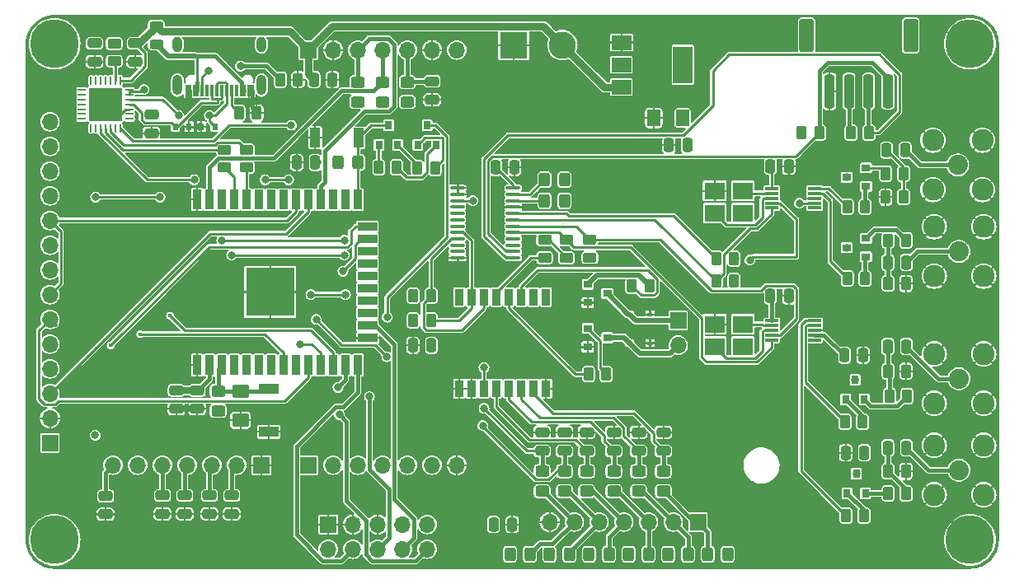
<source format=gtl>
G04 #@! TF.GenerationSoftware,KiCad,Pcbnew,7.0.7*
G04 #@! TF.CreationDate,2023-09-10T11:25:55+02:00*
G04 #@! TF.ProjectId,ESP32Vfo,45535033-3256-4666-9f2e-6b696361645f,rev?*
G04 #@! TF.SameCoordinates,Original*
G04 #@! TF.FileFunction,Copper,L1,Top*
G04 #@! TF.FilePolarity,Positive*
%FSLAX46Y46*%
G04 Gerber Fmt 4.6, Leading zero omitted, Abs format (unit mm)*
G04 Created by KiCad (PCBNEW 7.0.7) date 2023-09-10 11:25:55*
%MOMM*%
%LPD*%
G01*
G04 APERTURE LIST*
G04 Aperture macros list*
%AMRoundRect*
0 Rectangle with rounded corners*
0 $1 Rounding radius*
0 $2 $3 $4 $5 $6 $7 $8 $9 X,Y pos of 4 corners*
0 Add a 4 corners polygon primitive as box body*
4,1,4,$2,$3,$4,$5,$6,$7,$8,$9,$2,$3,0*
0 Add four circle primitives for the rounded corners*
1,1,$1+$1,$2,$3*
1,1,$1+$1,$4,$5*
1,1,$1+$1,$6,$7*
1,1,$1+$1,$8,$9*
0 Add four rect primitives between the rounded corners*
20,1,$1+$1,$2,$3,$4,$5,0*
20,1,$1+$1,$4,$5,$6,$7,0*
20,1,$1+$1,$6,$7,$8,$9,0*
20,1,$1+$1,$8,$9,$2,$3,0*%
G04 Aperture macros list end*
G04 #@! TA.AperFunction,ComponentPad*
%ADD10C,0.800000*%
G04 #@! TD*
G04 #@! TA.AperFunction,ComponentPad*
%ADD11C,5.000000*%
G04 #@! TD*
G04 #@! TA.AperFunction,SMDPad,CuDef*
%ADD12RoundRect,0.250000X-0.625000X0.462500X-0.625000X-0.462500X0.625000X-0.462500X0.625000X0.462500X0*%
G04 #@! TD*
G04 #@! TA.AperFunction,SMDPad,CuDef*
%ADD13RoundRect,0.250000X0.250000X0.475000X-0.250000X0.475000X-0.250000X-0.475000X0.250000X-0.475000X0*%
G04 #@! TD*
G04 #@! TA.AperFunction,SMDPad,CuDef*
%ADD14RoundRect,0.250000X0.462500X0.625000X-0.462500X0.625000X-0.462500X-0.625000X0.462500X-0.625000X0*%
G04 #@! TD*
G04 #@! TA.AperFunction,SMDPad,CuDef*
%ADD15RoundRect,0.250000X0.475000X-0.250000X0.475000X0.250000X-0.475000X0.250000X-0.475000X-0.250000X0*%
G04 #@! TD*
G04 #@! TA.AperFunction,SMDPad,CuDef*
%ADD16RoundRect,0.250000X-0.475000X0.250000X-0.475000X-0.250000X0.475000X-0.250000X0.475000X0.250000X0*%
G04 #@! TD*
G04 #@! TA.AperFunction,ComponentPad*
%ADD17R,1.700000X1.700000*%
G04 #@! TD*
G04 #@! TA.AperFunction,ComponentPad*
%ADD18O,1.700000X1.700000*%
G04 #@! TD*
G04 #@! TA.AperFunction,ComponentPad*
%ADD19R,2.800000X2.800000*%
G04 #@! TD*
G04 #@! TA.AperFunction,ComponentPad*
%ADD20C,2.800000*%
G04 #@! TD*
G04 #@! TA.AperFunction,SMDPad,CuDef*
%ADD21RoundRect,0.249999X0.450001X-0.325001X0.450001X0.325001X-0.450001X0.325001X-0.450001X-0.325001X0*%
G04 #@! TD*
G04 #@! TA.AperFunction,SMDPad,CuDef*
%ADD22RoundRect,0.249999X0.325001X0.450001X-0.325001X0.450001X-0.325001X-0.450001X0.325001X-0.450001X0*%
G04 #@! TD*
G04 #@! TA.AperFunction,SMDPad,CuDef*
%ADD23RoundRect,0.249999X-0.325001X-0.450001X0.325001X-0.450001X0.325001X0.450001X-0.325001X0.450001X0*%
G04 #@! TD*
G04 #@! TA.AperFunction,SMDPad,CuDef*
%ADD24RoundRect,0.249999X-0.450001X0.325001X-0.450001X-0.325001X0.450001X-0.325001X0.450001X0.325001X0*%
G04 #@! TD*
G04 #@! TA.AperFunction,SMDPad,CuDef*
%ADD25R,2.000000X1.500000*%
G04 #@! TD*
G04 #@! TA.AperFunction,SMDPad,CuDef*
%ADD26R,2.000000X3.800000*%
G04 #@! TD*
G04 #@! TA.AperFunction,SMDPad,CuDef*
%ADD27R,0.900000X2.000000*%
G04 #@! TD*
G04 #@! TA.AperFunction,SMDPad,CuDef*
%ADD28R,2.000000X0.900000*%
G04 #@! TD*
G04 #@! TA.AperFunction,SMDPad,CuDef*
%ADD29R,5.000000X5.000000*%
G04 #@! TD*
G04 #@! TA.AperFunction,SMDPad,CuDef*
%ADD30R,0.900000X1.700000*%
G04 #@! TD*
G04 #@! TA.AperFunction,SMDPad,CuDef*
%ADD31R,2.000000X1.050000*%
G04 #@! TD*
G04 #@! TA.AperFunction,SMDPad,CuDef*
%ADD32RoundRect,0.250000X0.250000X1.500000X-0.250000X1.500000X-0.250000X-1.500000X0.250000X-1.500000X0*%
G04 #@! TD*
G04 #@! TA.AperFunction,SMDPad,CuDef*
%ADD33RoundRect,0.250000X0.500000X1.450000X-0.500000X1.450000X-0.500000X-1.450000X0.500000X-1.450000X0*%
G04 #@! TD*
G04 #@! TA.AperFunction,SMDPad,CuDef*
%ADD34RoundRect,0.250000X-0.250000X-0.475000X0.250000X-0.475000X0.250000X0.475000X-0.250000X0.475000X0*%
G04 #@! TD*
G04 #@! TA.AperFunction,SMDPad,CuDef*
%ADD35RoundRect,0.243750X-0.456250X0.243750X-0.456250X-0.243750X0.456250X-0.243750X0.456250X0.243750X0*%
G04 #@! TD*
G04 #@! TA.AperFunction,SMDPad,CuDef*
%ADD36R,0.300000X1.150000*%
G04 #@! TD*
G04 #@! TA.AperFunction,ComponentPad*
%ADD37O,1.000000X2.100000*%
G04 #@! TD*
G04 #@! TA.AperFunction,ComponentPad*
%ADD38O,1.000000X1.600000*%
G04 #@! TD*
G04 #@! TA.AperFunction,SMDPad,CuDef*
%ADD39RoundRect,0.249998X0.262502X0.450002X-0.262502X0.450002X-0.262502X-0.450002X0.262502X-0.450002X0*%
G04 #@! TD*
G04 #@! TA.AperFunction,SMDPad,CuDef*
%ADD40RoundRect,0.249998X0.450002X-0.262502X0.450002X0.262502X-0.450002X0.262502X-0.450002X-0.262502X0*%
G04 #@! TD*
G04 #@! TA.AperFunction,SMDPad,CuDef*
%ADD41RoundRect,0.062500X0.337500X0.062500X-0.337500X0.062500X-0.337500X-0.062500X0.337500X-0.062500X0*%
G04 #@! TD*
G04 #@! TA.AperFunction,SMDPad,CuDef*
%ADD42RoundRect,0.062500X0.062500X0.337500X-0.062500X0.337500X-0.062500X-0.337500X0.062500X-0.337500X0*%
G04 #@! TD*
G04 #@! TA.AperFunction,SMDPad,CuDef*
%ADD43R,3.350000X3.350000*%
G04 #@! TD*
G04 #@! TA.AperFunction,ComponentPad*
%ADD44C,2.050000*%
G04 #@! TD*
G04 #@! TA.AperFunction,ComponentPad*
%ADD45C,2.250000*%
G04 #@! TD*
G04 #@! TA.AperFunction,SMDPad,CuDef*
%ADD46R,0.800000X0.900000*%
G04 #@! TD*
G04 #@! TA.AperFunction,SMDPad,CuDef*
%ADD47R,0.900000X0.800000*%
G04 #@! TD*
G04 #@! TA.AperFunction,SMDPad,CuDef*
%ADD48RoundRect,0.249998X-0.262502X-0.450002X0.262502X-0.450002X0.262502X0.450002X-0.262502X0.450002X0*%
G04 #@! TD*
G04 #@! TA.AperFunction,SMDPad,CuDef*
%ADD49RoundRect,0.249998X-0.450002X0.262502X-0.450002X-0.262502X0.450002X-0.262502X0.450002X0.262502X0*%
G04 #@! TD*
G04 #@! TA.AperFunction,SMDPad,CuDef*
%ADD50RoundRect,0.100000X-0.637500X-0.100000X0.637500X-0.100000X0.637500X0.100000X-0.637500X0.100000X0*%
G04 #@! TD*
G04 #@! TA.AperFunction,SMDPad,CuDef*
%ADD51R,1.400000X0.300000*%
G04 #@! TD*
G04 #@! TA.AperFunction,SMDPad,CuDef*
%ADD52R,2.100000X1.800000*%
G04 #@! TD*
G04 #@! TA.AperFunction,SMDPad,CuDef*
%ADD53R,1.050000X2.000000*%
G04 #@! TD*
G04 #@! TA.AperFunction,SMDPad,CuDef*
%ADD54R,0.600000X0.450000*%
G04 #@! TD*
G04 #@! TA.AperFunction,SMDPad,CuDef*
%ADD55R,0.600000X0.800000*%
G04 #@! TD*
G04 #@! TA.AperFunction,SMDPad,CuDef*
%ADD56RoundRect,0.249999X0.450001X-0.262501X0.450001X0.262501X-0.450001X0.262501X-0.450001X-0.262501X0*%
G04 #@! TD*
G04 #@! TA.AperFunction,ViaPad*
%ADD57C,0.800000*%
G04 #@! TD*
G04 #@! TA.AperFunction,ViaPad*
%ADD58C,0.450000*%
G04 #@! TD*
G04 #@! TA.AperFunction,Conductor*
%ADD59C,0.254000*%
G04 #@! TD*
G04 #@! TA.AperFunction,Conductor*
%ADD60C,0.381000*%
G04 #@! TD*
G04 #@! TA.AperFunction,Conductor*
%ADD61C,0.635000*%
G04 #@! TD*
G04 #@! TA.AperFunction,Conductor*
%ADD62C,0.152400*%
G04 #@! TD*
G04 #@! TA.AperFunction,Conductor*
%ADD63C,0.762000*%
G04 #@! TD*
G04 #@! TA.AperFunction,Conductor*
%ADD64C,0.508000*%
G04 #@! TD*
G04 APERTURE END LIST*
D10*
X41500000Y-41875000D03*
X40174175Y-41325825D03*
D11*
X41500000Y-40000000D03*
D10*
X43375000Y-40000000D03*
X39625000Y-40000000D03*
X40174175Y-38674175D03*
X42825825Y-38674175D03*
X42825825Y-41325825D03*
X41500000Y-38125000D03*
X42825825Y-92325825D03*
X39625000Y-91000000D03*
X43375000Y-91000000D03*
D11*
X41500000Y-91000000D03*
D10*
X42825825Y-89674175D03*
X40174175Y-92325825D03*
X40174175Y-89674175D03*
X41500000Y-92875000D03*
X41500000Y-89125000D03*
X136825825Y-41325825D03*
X134174175Y-41325825D03*
X133625000Y-40000000D03*
X135500000Y-38125000D03*
X137375000Y-40000000D03*
X135500000Y-41875000D03*
X134174175Y-38674175D03*
D11*
X135500000Y-40000000D03*
D10*
X136825825Y-38674175D03*
X134174175Y-92325825D03*
X136825825Y-92325825D03*
D11*
X135500000Y-91000000D03*
D10*
X134174175Y-89674175D03*
X133625000Y-91000000D03*
X136825825Y-89674175D03*
X135500000Y-89125000D03*
X135500000Y-92875000D03*
X137375000Y-91000000D03*
D12*
X60579000Y-75728500D03*
X60579000Y-78703500D03*
D13*
X88707000Y-52705000D03*
X86807000Y-52705000D03*
X106487000Y-50419000D03*
X104587000Y-50419000D03*
D14*
X106008500Y-47625000D03*
X103033500Y-47625000D03*
D13*
X116901000Y-52578000D03*
X115001000Y-52578000D03*
D15*
X56134000Y-77531000D03*
X56134000Y-75631000D03*
D16*
X104013000Y-79949000D03*
X104013000Y-81849000D03*
X101473000Y-79949000D03*
X101473000Y-81849000D03*
X98933000Y-79949000D03*
X98933000Y-81849000D03*
X96139000Y-79949000D03*
X96139000Y-81849000D03*
X93853000Y-79949000D03*
X93853000Y-81849000D03*
X91567000Y-79949000D03*
X91567000Y-81849000D03*
X80264000Y-43858000D03*
X80264000Y-45758000D03*
D15*
X52578000Y-88326000D03*
X52578000Y-86426000D03*
X54864000Y-88326000D03*
X54864000Y-86426000D03*
X59690000Y-88326000D03*
X59690000Y-86426000D03*
X57404000Y-88326000D03*
X57404000Y-86426000D03*
X46736000Y-88376800D03*
X46736000Y-86476800D03*
D17*
X69596000Y-89408000D03*
D18*
X69596000Y-91948000D03*
X72136000Y-89408000D03*
X72136000Y-91948000D03*
X74676000Y-89408000D03*
X74676000Y-91948000D03*
X77216000Y-89408000D03*
X77216000Y-91948000D03*
X79756000Y-89408000D03*
X79756000Y-91948000D03*
D17*
X107569000Y-89154000D03*
D18*
X105029000Y-89154000D03*
X102489000Y-89154000D03*
X99949000Y-89154000D03*
X97409000Y-89154000D03*
X94869000Y-89154000D03*
X92329000Y-89154000D03*
D17*
X67564000Y-83312000D03*
D18*
X70104000Y-83312000D03*
X72644000Y-83312000D03*
X75184000Y-83312000D03*
X77724000Y-83312000D03*
X80264000Y-83312000D03*
X82804000Y-83312000D03*
D17*
X67564000Y-40640000D03*
D18*
X70104000Y-40640000D03*
X72644000Y-40640000D03*
X75184000Y-40640000D03*
X77724000Y-40640000D03*
X80264000Y-40640000D03*
X82804000Y-40640000D03*
D17*
X62738000Y-83312000D03*
D18*
X60198000Y-83312000D03*
X57658000Y-83312000D03*
X55118000Y-83312000D03*
X52578000Y-83312000D03*
X50038000Y-83312000D03*
X47498000Y-83312000D03*
D19*
X88646000Y-40132000D03*
D20*
X93646000Y-40132000D03*
D21*
X58293000Y-77733000D03*
X58293000Y-75683000D03*
D22*
X110626000Y-92456000D03*
X108576000Y-92456000D03*
D23*
X104512000Y-92456000D03*
X106562000Y-92456000D03*
X100448000Y-92456000D03*
X102498000Y-92456000D03*
X96384000Y-92456000D03*
X98434000Y-92456000D03*
X92320000Y-92456000D03*
X94370000Y-92456000D03*
X88265000Y-92456000D03*
X90315000Y-92456000D03*
D24*
X104013000Y-83938000D03*
X104013000Y-85988000D03*
X101473000Y-83938000D03*
X101473000Y-85988000D03*
X98933000Y-83938000D03*
X98933000Y-85988000D03*
X96139000Y-83938000D03*
X96139000Y-85988000D03*
X93853000Y-83938000D03*
X93853000Y-85988000D03*
X91567000Y-83938000D03*
X91567000Y-85988000D03*
D21*
X72644000Y-45983000D03*
X72644000Y-43933000D03*
X75184000Y-45983000D03*
X75184000Y-43933000D03*
X77724000Y-45983000D03*
X77724000Y-43933000D03*
D22*
X93862000Y-56134000D03*
X91812000Y-56134000D03*
X93862000Y-53975000D03*
X91812000Y-53975000D03*
D25*
X99720000Y-39864000D03*
X99720000Y-42164000D03*
D26*
X106020000Y-42164000D03*
D25*
X99720000Y-44464000D03*
D27*
X56134000Y-73016000D03*
X57404000Y-73016000D03*
X58674000Y-73016000D03*
X59944000Y-73016000D03*
X61214000Y-73016000D03*
X62484000Y-73016000D03*
X63754000Y-73016000D03*
X65024000Y-73016000D03*
X66294000Y-73016000D03*
X67564000Y-73016000D03*
X68834000Y-73016000D03*
X70104000Y-73016000D03*
X71374000Y-73016000D03*
X72644000Y-73016000D03*
D28*
X73644000Y-70231000D03*
X73644000Y-68961000D03*
X73644000Y-67691000D03*
X73644000Y-66421000D03*
X73644000Y-65151000D03*
X73644000Y-63881000D03*
X73644000Y-62611000D03*
X73644000Y-61341000D03*
X73644000Y-60071000D03*
X73644000Y-58801000D03*
D27*
X72644000Y-56016000D03*
X71374000Y-56016000D03*
X70104000Y-56016000D03*
X68834000Y-56016000D03*
X67564000Y-56016000D03*
X66294000Y-56016000D03*
X65024000Y-56016000D03*
X63754000Y-56016000D03*
X62484000Y-56016000D03*
X61214000Y-56016000D03*
X59944000Y-56016000D03*
X58674000Y-56016000D03*
X57404000Y-56016000D03*
X56134000Y-56016000D03*
D29*
X63634000Y-65516000D03*
D30*
X83053000Y-75439000D03*
X84333000Y-75439000D03*
X85593000Y-75439000D03*
X86863000Y-75439000D03*
X88143000Y-75439000D03*
X89413000Y-75439000D03*
X90673000Y-75439000D03*
X91953000Y-75439000D03*
X91953000Y-66039000D03*
X90673000Y-66039000D03*
X89413000Y-66039000D03*
X88143000Y-66039000D03*
X86863000Y-66039000D03*
X85593000Y-66039000D03*
X84333000Y-66039000D03*
X83053000Y-66039000D03*
D23*
X70603000Y-52197000D03*
X72653000Y-52197000D03*
D31*
X63500000Y-79888000D03*
X63500000Y-75438000D03*
D32*
X127079000Y-44887000D03*
X125079000Y-44887000D03*
X123079000Y-44887000D03*
X121079000Y-44887000D03*
D33*
X118729000Y-39137000D03*
X129429000Y-39137000D03*
D34*
X68138000Y-43688000D03*
X70038000Y-43688000D03*
D35*
X51943000Y-38178500D03*
X51943000Y-40053500D03*
D36*
X61770000Y-44818000D03*
X60970000Y-44818000D03*
X59670000Y-44818000D03*
X58670000Y-44818000D03*
X58170000Y-44818000D03*
X57170000Y-44818000D03*
X55870000Y-44818000D03*
X55070000Y-44818000D03*
X55370000Y-44818000D03*
X56170000Y-44818000D03*
X56670000Y-44818000D03*
X57670000Y-44818000D03*
X59170000Y-44818000D03*
X60170000Y-44818000D03*
X60670000Y-44818000D03*
X61470000Y-44818000D03*
D37*
X62740000Y-44253000D03*
D38*
X54100000Y-40073000D03*
D37*
X54100000Y-44253000D03*
D38*
X62740000Y-40073000D03*
D39*
X62253500Y-47117000D03*
X60428500Y-47117000D03*
X66495300Y-43688000D03*
X64670300Y-43688000D03*
D40*
X58928000Y-52728500D03*
X58928000Y-50903500D03*
X61214000Y-52728500D03*
X61214000Y-50903500D03*
D41*
X49186000Y-47728000D03*
X49186000Y-47228000D03*
X49186000Y-46728000D03*
X49186000Y-46228000D03*
X49186000Y-45728000D03*
X49186000Y-45228000D03*
X49186000Y-44728000D03*
D42*
X48236000Y-43778000D03*
X47736000Y-43778000D03*
X47236000Y-43778000D03*
X46736000Y-43778000D03*
X46236000Y-43778000D03*
X45736000Y-43778000D03*
X45236000Y-43778000D03*
D41*
X44286000Y-44728000D03*
X44286000Y-45228000D03*
X44286000Y-45728000D03*
X44286000Y-46228000D03*
X44286000Y-46728000D03*
X44286000Y-47228000D03*
X44286000Y-47728000D03*
D42*
X45236000Y-48678000D03*
X45736000Y-48678000D03*
X46236000Y-48678000D03*
X46736000Y-48678000D03*
X47236000Y-48678000D03*
X47736000Y-48678000D03*
X48236000Y-48678000D03*
D43*
X46736000Y-46228000D03*
D13*
X88478400Y-89408000D03*
X86578400Y-89408000D03*
D16*
X45593000Y-39944000D03*
X45593000Y-41844000D03*
X49784000Y-39944000D03*
X49784000Y-41844000D03*
X51435000Y-47310000D03*
X51435000Y-49210000D03*
D13*
X116901000Y-65913000D03*
X115001000Y-65913000D03*
X80198000Y-70993000D03*
X78298000Y-70993000D03*
D34*
X122748000Y-82042000D03*
X124648000Y-82042000D03*
X122621000Y-72009000D03*
X124521000Y-72009000D03*
X127066000Y-81534000D03*
X128966000Y-81534000D03*
X126939000Y-50927000D03*
X128839000Y-50927000D03*
X127066000Y-71120000D03*
X128966000Y-71120000D03*
X127066000Y-62484000D03*
X128966000Y-62484000D03*
D17*
X41021000Y-81026000D03*
D18*
X41021000Y-78486000D03*
X41021000Y-75946000D03*
X41021000Y-73406000D03*
X41021000Y-70866000D03*
X41021000Y-68326000D03*
X41021000Y-65786000D03*
X41021000Y-63246000D03*
X41021000Y-60706000D03*
X41021000Y-58166000D03*
X41021000Y-55626000D03*
X41021000Y-53086000D03*
X41021000Y-50546000D03*
X41021000Y-48006000D03*
D44*
X134366000Y-83820000D03*
D45*
X136906000Y-86360000D03*
X131826000Y-81280000D03*
X131826000Y-86360000D03*
X136906000Y-81280000D03*
D44*
X134239000Y-52451000D03*
D45*
X131699000Y-49911000D03*
X131699000Y-54991000D03*
X136779000Y-49911000D03*
X136779000Y-54991000D03*
D44*
X134366000Y-74422000D03*
D45*
X136906000Y-76962000D03*
X131826000Y-71882000D03*
X136906000Y-71882000D03*
X131826000Y-76962000D03*
D44*
X134366000Y-61341000D03*
D45*
X131826000Y-63881000D03*
X136906000Y-58801000D03*
X131826000Y-58801000D03*
X136906000Y-63881000D03*
D46*
X122875000Y-86217000D03*
X124775000Y-86217000D03*
X123825000Y-84217000D03*
D47*
X124825000Y-54671000D03*
X124825000Y-52771000D03*
X122825000Y-53721000D03*
D46*
X122748000Y-76565000D03*
X124648000Y-76565000D03*
X123698000Y-74565000D03*
D47*
X124825000Y-61910000D03*
X124825000Y-60010000D03*
X122825000Y-60960000D03*
D39*
X111275500Y-62103000D03*
X109450500Y-62103000D03*
X111275500Y-64389000D03*
X109450500Y-64389000D03*
D48*
X78335500Y-65913000D03*
X80160500Y-65913000D03*
D49*
X47625000Y-39981500D03*
X47625000Y-41806500D03*
D48*
X78335500Y-68453000D03*
X80160500Y-68453000D03*
X118213500Y-49149000D03*
X120038500Y-49149000D03*
X123293500Y-49149000D03*
X125118500Y-49149000D03*
X127103500Y-86233000D03*
X128928500Y-86233000D03*
X126849500Y-53340000D03*
X128674500Y-53340000D03*
X127103500Y-83947000D03*
X128928500Y-83947000D03*
D39*
X128674500Y-55753000D03*
X126849500Y-55753000D03*
X124610500Y-88519000D03*
X122785500Y-88519000D03*
X124737500Y-56769000D03*
X122912500Y-56769000D03*
X124483500Y-78867000D03*
X122658500Y-78867000D03*
X124737500Y-64135000D03*
X122912500Y-64135000D03*
X129055500Y-76200000D03*
X127230500Y-76200000D03*
X128928500Y-60198000D03*
X127103500Y-60198000D03*
D48*
X127103500Y-73660000D03*
X128928500Y-73660000D03*
X127103500Y-64643000D03*
X128928500Y-64643000D03*
D50*
X82862500Y-54845000D03*
X82862500Y-55495000D03*
X82862500Y-56145000D03*
X82862500Y-56795000D03*
X82862500Y-57445000D03*
X82862500Y-58095000D03*
X82862500Y-58745000D03*
X82862500Y-59395000D03*
X82862500Y-60045000D03*
X82862500Y-60695000D03*
X82862500Y-61345000D03*
X82862500Y-61995000D03*
X88587500Y-61995000D03*
X88587500Y-61345000D03*
X88587500Y-60695000D03*
X88587500Y-60045000D03*
X88587500Y-59395000D03*
X88587500Y-58745000D03*
X88587500Y-58095000D03*
X88587500Y-57445000D03*
X88587500Y-56795000D03*
X88587500Y-56145000D03*
X88587500Y-55495000D03*
X88587500Y-54845000D03*
D51*
X115148000Y-68469000D03*
X115148000Y-68969000D03*
X115148000Y-69469000D03*
X115148000Y-69969000D03*
X115148000Y-70469000D03*
X119548000Y-70469000D03*
X119548000Y-69969000D03*
X119548000Y-69469000D03*
X119548000Y-68969000D03*
X119548000Y-68469000D03*
X115148000Y-54880000D03*
X115148000Y-55380000D03*
X115148000Y-55880000D03*
X115148000Y-56380000D03*
X115148000Y-56880000D03*
X119548000Y-56880000D03*
X119548000Y-56380000D03*
X119548000Y-55880000D03*
X119548000Y-55380000D03*
X119548000Y-54880000D03*
D52*
X112194000Y-68827000D03*
X109294000Y-68827000D03*
X109294000Y-71127000D03*
X112194000Y-71127000D03*
X112194000Y-55111000D03*
X109294000Y-55111000D03*
X109294000Y-57411000D03*
X112194000Y-57411000D03*
D34*
X66360000Y-52197000D03*
X68260000Y-52197000D03*
D53*
X72710000Y-49657000D03*
X68260000Y-49657000D03*
D54*
X100550000Y-67818000D03*
X102650000Y-67818000D03*
X100550000Y-70768000D03*
X102650000Y-70768000D03*
D17*
X105537000Y-68453000D03*
D18*
X105537000Y-70993000D03*
D47*
X96250000Y-64718000D03*
X96250000Y-66618000D03*
X98250000Y-65668000D03*
X96250000Y-69268000D03*
X96250000Y-71168000D03*
X98250000Y-70218000D03*
D48*
X100767500Y-64868000D03*
X102592500Y-64868000D03*
X96317500Y-73968000D03*
X98142500Y-73968000D03*
D46*
X78806000Y-50390300D03*
X80706000Y-50390300D03*
X79756000Y-48390300D03*
X74830900Y-50403000D03*
X76730900Y-50403000D03*
X75780900Y-48403000D03*
D39*
X80579600Y-52755800D03*
X78754600Y-52755800D03*
D48*
X74792200Y-52692300D03*
X76617200Y-52692300D03*
D16*
X53987700Y-75631000D03*
X53987700Y-77531000D03*
D40*
X96470000Y-61972500D03*
X96470000Y-60147500D03*
X94070000Y-62002500D03*
X94070000Y-60177500D03*
D55*
X53910000Y-48514000D03*
X55310000Y-48514000D03*
X57977000Y-48514000D03*
X56577000Y-48514000D03*
D56*
X91821000Y-61999500D03*
X91821000Y-60174500D03*
D57*
X112217200Y-71094600D03*
X112268000Y-57404000D03*
X64262000Y-66167000D03*
X62992000Y-66167000D03*
X63627000Y-66929000D03*
X65659000Y-66040000D03*
X63500000Y-79883000D03*
X88773000Y-52705000D03*
X121031000Y-45974000D03*
X45593000Y-47371000D03*
X96139000Y-80010000D03*
X60579000Y-78740000D03*
X62357000Y-65405000D03*
X56108600Y-72999600D03*
X121031000Y-43942000D03*
X65024000Y-66929000D03*
X69977000Y-43688000D03*
X47870000Y-47360000D03*
X91567000Y-80010000D03*
X94869000Y-66675000D03*
X64897000Y-65405000D03*
X86995000Y-56642000D03*
X56121300Y-55943500D03*
X62992000Y-64643000D03*
X104013000Y-80010000D03*
X128905000Y-73660000D03*
X93853000Y-80010000D03*
X116967000Y-52578000D03*
X82804000Y-53594000D03*
X94869000Y-71247000D03*
X65532000Y-64643000D03*
X45593000Y-41783000D03*
X45593000Y-45085000D03*
X53987700Y-77531000D03*
X109220000Y-55245000D03*
X98933000Y-80010000D03*
X126746000Y-55753000D03*
X82804000Y-63119000D03*
X124587000Y-72009000D03*
X56388000Y-48514000D03*
X63627000Y-63754000D03*
X56085700Y-77531000D03*
X63627000Y-65405000D03*
X78232000Y-70993000D03*
X61722000Y-64643000D03*
X101473000Y-80010000D03*
X71602600Y-68021200D03*
X68326000Y-49657000D03*
X51435000Y-49276000D03*
X49784000Y-41910000D03*
X109220000Y-68834000D03*
X64262000Y-64643000D03*
X128905000Y-64643000D03*
X62357000Y-63754000D03*
X66548000Y-43688000D03*
X102997000Y-47625000D03*
X62357000Y-47117000D03*
X61722000Y-66167000D03*
X54991000Y-46482000D03*
X47879000Y-45085000D03*
X104648000Y-50419000D03*
X128905000Y-83947000D03*
X62357000Y-66929000D03*
X116967000Y-65913000D03*
X64770000Y-63754000D03*
X88519000Y-89408000D03*
X75615800Y-72161400D03*
X68364100Y-68338700D03*
X63500000Y-75438000D03*
X75653900Y-68097400D03*
D58*
X65024000Y-73025000D03*
X50292000Y-69850000D03*
X65024000Y-73025000D03*
D57*
X86807000Y-52705000D03*
X96266000Y-92456000D03*
X68453000Y-52197000D03*
X80264000Y-70993000D03*
X111252000Y-64389000D03*
X83058000Y-65913000D03*
X70612000Y-52197000D03*
X110617000Y-92456000D03*
X106426000Y-50419000D03*
X115062000Y-65913000D03*
X96470000Y-61980000D03*
X122555000Y-72009000D03*
X123698000Y-74549000D03*
X122809000Y-60960000D03*
X124587000Y-82042000D03*
X99695000Y-42164000D03*
X123825000Y-84201000D03*
X117983000Y-56388000D03*
X45593000Y-40005000D03*
X88265000Y-92583000D03*
X118237000Y-49149000D03*
X45669200Y-80238600D03*
X85598000Y-73279000D03*
X93853000Y-53975000D03*
X51435000Y-47371000D03*
X50673000Y-44704000D03*
X106045000Y-47625000D03*
X47625000Y-40005000D03*
X92329000Y-92456000D03*
X123063000Y-43815000D03*
X122809000Y-53721000D03*
X86614000Y-89408000D03*
X123317000Y-49149000D03*
X105918000Y-40894000D03*
X123079000Y-46085000D03*
X58293000Y-77851000D03*
X75184000Y-45974000D03*
X84455000Y-56134000D03*
X77724000Y-46101000D03*
X104521000Y-92456000D03*
X56134000Y-75692000D03*
X72644000Y-45974000D03*
X78359000Y-65913000D03*
X100457000Y-92456000D03*
X94080000Y-62000000D03*
X111379000Y-62103000D03*
X78359000Y-68453000D03*
X105918000Y-42164000D03*
X106045000Y-43434000D03*
X93853000Y-56134000D03*
X114935000Y-52578000D03*
X85471000Y-79248000D03*
X91953000Y-66039000D03*
X85598000Y-77470000D03*
X90673000Y-66039000D03*
X66675000Y-70866000D03*
X59944000Y-73016000D03*
X61214000Y-73016000D03*
X66294000Y-73016000D03*
X62484000Y-73016000D03*
D58*
X47244000Y-70993000D03*
D57*
X70612000Y-75311000D03*
X70739000Y-78105000D03*
X71120000Y-63373000D03*
X73834501Y-76247501D03*
X65024000Y-56007000D03*
X58674000Y-60198000D03*
X71247000Y-60198000D03*
X58674000Y-56007000D03*
X91812000Y-56134000D03*
X91812000Y-53975000D03*
X62484000Y-56007000D03*
X71247000Y-61722000D03*
X59690000Y-61722000D03*
D58*
X53340000Y-67945000D03*
D57*
X72648500Y-52201500D03*
X63119000Y-53975000D03*
X45720000Y-55753000D03*
X52324000Y-55753000D03*
X65532000Y-53975000D03*
X57404000Y-47371000D03*
X54229000Y-47371000D03*
X60579000Y-42291000D03*
X57277000Y-42799000D03*
X78754600Y-52755800D03*
X65798700Y-48361600D03*
X76617200Y-52692300D03*
X55841900Y-53975000D03*
X70104000Y-56016000D03*
X109450500Y-62103000D03*
X112903000Y-62230000D03*
X120038500Y-49149000D03*
X125095000Y-49149000D03*
X67818000Y-65786000D03*
X71374000Y-56016000D03*
X71374000Y-65786000D03*
X63754000Y-73016000D03*
X86863000Y-66039000D03*
D59*
X126111000Y-49149000D02*
X125118500Y-49149000D01*
X128270000Y-46990000D02*
X126111000Y-49149000D01*
X128270000Y-43180000D02*
X128270000Y-46990000D01*
X126746000Y-41656000D02*
X128270000Y-43180000D01*
X126204010Y-41114010D02*
X126746000Y-41656000D01*
X110777990Y-41114010D02*
X126204010Y-41114010D01*
X109093000Y-46373306D02*
X109093000Y-42799000D01*
X106049316Y-49416990D02*
X109093000Y-46373306D01*
X88053348Y-49416990D02*
X106049316Y-49416990D01*
X85625981Y-59770981D02*
X85625981Y-51844357D01*
X109093000Y-42799000D02*
X110777990Y-41114010D01*
X87850000Y-61995000D02*
X85625981Y-59770981D01*
X85625981Y-51844357D02*
X88053348Y-49416990D01*
X88587500Y-61995000D02*
X87850000Y-61995000D01*
D60*
X127079000Y-43513000D02*
X127079000Y-44887000D01*
X125476000Y-41910000D02*
X127079000Y-43513000D01*
X120904000Y-41910000D02*
X125476000Y-41910000D01*
X120038500Y-42775500D02*
X120904000Y-41910000D01*
X120038500Y-49149000D02*
X120038500Y-42775500D01*
D61*
X56085700Y-77531000D02*
X56134000Y-77531000D01*
X53987700Y-77531000D02*
X56085700Y-77531000D01*
D59*
X96250000Y-71168000D02*
X94948000Y-71168000D01*
D60*
X55370000Y-44818000D02*
X55370000Y-46103000D01*
X55370000Y-46103000D02*
X54991000Y-46482000D01*
D59*
X82862500Y-63060500D02*
X82804000Y-63119000D01*
X71602600Y-69443600D02*
X71602600Y-68021200D01*
X94948000Y-71168000D02*
X94869000Y-71247000D01*
X82862500Y-54845000D02*
X82862500Y-53652500D01*
D60*
X61770000Y-44818000D02*
X61770000Y-46633500D01*
D61*
X53987700Y-77531000D02*
X53987700Y-77531000D01*
D59*
X88587500Y-56795000D02*
X87148000Y-56795000D01*
X96250000Y-66618000D02*
X94926000Y-66618000D01*
X72390000Y-70231000D02*
X71602600Y-69443600D01*
X82862500Y-61995000D02*
X82862500Y-63060500D01*
D62*
X61470000Y-44818000D02*
X61770000Y-44818000D01*
D59*
X82862500Y-55495000D02*
X82862500Y-54845000D01*
X48776000Y-46728000D02*
X48006000Y-47498000D01*
X73644000Y-70231000D02*
X72390000Y-70231000D01*
D60*
X61770000Y-46633500D02*
X62253500Y-47117000D01*
D59*
X94926000Y-66618000D02*
X94869000Y-66675000D01*
X55310000Y-48514000D02*
X56388000Y-48514000D01*
X87148000Y-56795000D02*
X86995000Y-56642000D01*
X49186000Y-46728000D02*
X48776000Y-46728000D01*
X56577000Y-48514000D02*
X56388000Y-48514000D01*
X82862500Y-53652500D02*
X82804000Y-53594000D01*
D60*
X63500000Y-75438000D02*
X63500000Y-75438000D01*
X63500000Y-75438000D02*
X63500000Y-75438000D01*
X60579000Y-75728500D02*
X58338500Y-75728500D01*
X63209500Y-75728500D02*
X63500000Y-75438000D01*
D59*
X80625958Y-48390300D02*
X81787011Y-49551353D01*
X81787011Y-49551353D02*
X81787011Y-59928459D01*
X74412401Y-70958001D02*
X70983401Y-70958001D01*
X81787011Y-59928459D02*
X75653900Y-66061570D01*
X70983401Y-70958001D02*
X68364100Y-68338700D01*
X75653900Y-66061570D02*
X75653900Y-68097400D01*
X75653900Y-68351400D02*
X75653900Y-68097400D01*
D60*
X58293000Y-75683000D02*
X58293000Y-73397000D01*
X58338500Y-75728500D02*
X58293000Y-75683000D01*
X60579000Y-75728500D02*
X63209500Y-75728500D01*
X58293000Y-73397000D02*
X58674000Y-73016000D01*
D59*
X75615800Y-72161400D02*
X74412401Y-70958001D01*
X79756000Y-48390300D02*
X80625958Y-48390300D01*
X66294000Y-57270000D02*
X66294000Y-56016000D01*
X41021000Y-65786000D02*
X42148001Y-64658999D01*
X42148001Y-59293001D02*
X41021000Y-58166000D01*
X65398000Y-58166000D02*
X66294000Y-57270000D01*
X41021000Y-58166000D02*
X65398000Y-58166000D01*
X42148001Y-64658999D02*
X42148001Y-59293001D01*
X39893999Y-76486961D02*
X39893999Y-69453001D01*
X40480039Y-77073001D02*
X39893999Y-76486961D01*
X41916952Y-76718010D02*
X41561961Y-77073001D01*
X65115990Y-76718010D02*
X41916952Y-76718010D01*
X67564000Y-74270000D02*
X65115990Y-76718010D01*
X41561961Y-77073001D02*
X40480039Y-77073001D01*
X39893999Y-69453001D02*
X41021000Y-68326000D01*
X67564000Y-73016000D02*
X67564000Y-74270000D01*
D60*
X41021000Y-68326000D02*
X41529000Y-68834000D01*
D59*
X61214000Y-56016000D02*
X61214000Y-52728500D01*
X59944000Y-53744500D02*
X58928000Y-52728500D01*
X59944000Y-56016000D02*
X59944000Y-53744500D01*
X63112000Y-69850000D02*
X50292000Y-69850000D01*
X65024000Y-71762000D02*
X63112000Y-69850000D01*
X65024000Y-73016000D02*
X65024000Y-71762000D01*
D60*
X123079000Y-46085000D02*
X123079000Y-48934500D01*
D59*
X86807000Y-52705000D02*
X86807000Y-52705000D01*
X119548000Y-56380000D02*
X117991000Y-56380000D01*
X115148000Y-52725000D02*
X115001000Y-52578000D01*
D60*
X56134000Y-75692000D02*
X57404000Y-74422000D01*
D59*
X88587500Y-54485500D02*
X86807000Y-52705000D01*
D60*
X115148000Y-66060000D02*
X115001000Y-65913000D01*
X120515000Y-69969000D02*
X122555000Y-72009000D01*
X123079000Y-48934500D02*
X123293500Y-49149000D01*
D59*
X49186000Y-44921000D02*
X50456000Y-44921000D01*
D61*
X56073000Y-75631000D02*
X56134000Y-75692000D01*
D59*
X88587500Y-54845000D02*
X88587500Y-54485500D01*
D60*
X46736000Y-86476800D02*
X46736000Y-84074000D01*
D59*
X85593000Y-73284000D02*
X85598000Y-73279000D01*
X85593000Y-75439000D02*
X85593000Y-73284000D01*
D60*
X119548000Y-69969000D02*
X120515000Y-69969000D01*
D59*
X84444000Y-56145000D02*
X84455000Y-56134000D01*
D60*
X57404000Y-74422000D02*
X57404000Y-73016000D01*
X115148000Y-68469000D02*
X115148000Y-66060000D01*
X123079000Y-44887000D02*
X123079000Y-46085000D01*
D61*
X53987700Y-75631000D02*
X56073000Y-75631000D01*
D59*
X115148000Y-54880000D02*
X115148000Y-52725000D01*
X117991000Y-56380000D02*
X117983000Y-56388000D01*
X92254500Y-60174500D02*
X94080000Y-62000000D01*
D60*
X46736000Y-84074000D02*
X47498000Y-83312000D01*
D59*
X49186000Y-44921000D02*
X49186000Y-44728000D01*
X50456000Y-44921000D02*
X50673000Y-44704000D01*
X82862500Y-56145000D02*
X84444000Y-56145000D01*
X91821000Y-60174500D02*
X92254500Y-60174500D01*
X49186000Y-45228000D02*
X49186000Y-44921000D01*
X104013000Y-81849000D02*
X103010990Y-80846990D01*
X100972306Y-77978000D02*
X92693398Y-77978000D01*
X103010990Y-80846990D02*
X103010990Y-80016684D01*
D60*
X104013000Y-83938000D02*
X104013000Y-81849000D01*
D59*
X92693398Y-77978000D02*
X90673000Y-75957602D01*
X103010990Y-80016684D02*
X100972306Y-77978000D01*
X90673000Y-75957602D02*
X90673000Y-75439000D01*
X89413000Y-76543000D02*
X89413000Y-75439000D01*
X98917296Y-78462990D02*
X91332990Y-78462990D01*
X101473000Y-81849000D02*
X99935010Y-80311010D01*
X91332990Y-78462990D02*
X89413000Y-76543000D01*
X99935010Y-80311010D02*
X99935010Y-79480704D01*
X99935010Y-79480704D02*
X98917296Y-78462990D01*
D60*
X101473000Y-83938000D02*
X101473000Y-81849000D01*
X98933000Y-83938000D02*
X98933000Y-81849000D01*
D59*
X96527306Y-78867000D02*
X90467000Y-78867000D01*
X88143000Y-76543000D02*
X88143000Y-75439000D01*
X97930990Y-80270684D02*
X96527306Y-78867000D01*
X90467000Y-78867000D02*
X88143000Y-76543000D01*
X98933000Y-81849000D02*
X97930990Y-80846990D01*
X97930990Y-80846990D02*
X97930990Y-80270684D01*
X90251010Y-80726010D02*
X86863000Y-77338000D01*
X96139000Y-81849000D02*
X95016010Y-80726010D01*
X95016010Y-80726010D02*
X90251010Y-80726010D01*
D60*
X96139000Y-83938000D02*
X96139000Y-81849000D01*
D59*
X86863000Y-77338000D02*
X86863000Y-75439000D01*
D60*
X93853000Y-83938000D02*
X93853000Y-81849000D01*
D59*
X93853000Y-81849000D02*
X93853000Y-83172306D01*
X93853000Y-83172306D02*
X92235296Y-84790010D01*
X90898704Y-84790010D02*
X85471000Y-79362306D01*
X85471000Y-79362306D02*
X85471000Y-79248000D01*
X92235296Y-84790010D02*
X90898704Y-84790010D01*
D60*
X91567000Y-83938000D02*
X91567000Y-81849000D01*
D59*
X91567000Y-81849000D02*
X89977000Y-81849000D01*
X89977000Y-81849000D02*
X85598000Y-77470000D01*
D60*
X80264000Y-43858000D02*
X77799000Y-43858000D01*
X77799000Y-43858000D02*
X77724000Y-43933000D01*
X77724000Y-43933000D02*
X77724000Y-40640000D01*
D59*
X68834000Y-73016000D02*
X68834000Y-71762000D01*
X67938000Y-70866000D02*
X66675000Y-70866000D01*
X68834000Y-71762000D02*
X67938000Y-70866000D01*
D60*
X52578000Y-86426000D02*
X52578000Y-83312000D01*
X54864000Y-86426000D02*
X54864000Y-83566000D01*
X54864000Y-83566000D02*
X55118000Y-83312000D01*
X59690000Y-86426000D02*
X59690000Y-83820000D01*
X59690000Y-83820000D02*
X60198000Y-83312000D01*
X57404000Y-86426000D02*
X57404000Y-83566000D01*
X57404000Y-83566000D02*
X57658000Y-83312000D01*
D59*
X71571961Y-60875001D02*
X57361999Y-60875001D01*
X73644000Y-58801000D02*
X72390000Y-58801000D01*
X71924001Y-60522961D02*
X71571961Y-60875001D01*
X57361999Y-60875001D02*
X47244000Y-70993000D01*
X72390000Y-58801000D02*
X71924001Y-59266999D01*
X71924001Y-59266999D02*
X71924001Y-60522961D01*
X57446001Y-59520999D02*
X41021000Y-75946000D01*
X67564000Y-56016000D02*
X67564000Y-57270000D01*
X65313001Y-59520999D02*
X57446001Y-59520999D01*
X67564000Y-57270000D02*
X65313001Y-59520999D01*
D60*
X71453499Y-86963557D02*
X73485499Y-88995557D01*
X71374000Y-74549000D02*
X70612000Y-75311000D01*
X73485499Y-88995557D02*
X73485499Y-92519441D01*
X71453499Y-78819499D02*
X71453499Y-86963557D01*
X74104559Y-93138501D02*
X78565499Y-93138501D01*
X73485499Y-92519441D02*
X74104559Y-93138501D01*
X78565499Y-93138501D02*
X79756000Y-91948000D01*
X70739000Y-78105000D02*
X71453499Y-78819499D01*
X71374000Y-73016000D02*
X71374000Y-74549000D01*
X78406501Y-88836559D02*
X78406501Y-90757499D01*
X76397511Y-70921609D02*
X76397511Y-86827569D01*
X73644000Y-68961000D02*
X74436902Y-68961000D01*
X74436902Y-68961000D02*
X76397511Y-70921609D01*
X78406501Y-90757499D02*
X77216000Y-91948000D01*
X76397511Y-86827569D02*
X78406501Y-88836559D01*
D59*
X72366999Y-60669399D02*
X72965398Y-60071000D01*
D60*
X73834501Y-83724443D02*
X73834501Y-76247501D01*
X74676000Y-91948000D02*
X75866501Y-90757499D01*
D59*
X72965398Y-60071000D02*
X73644000Y-60071000D01*
D60*
X75866501Y-90757499D02*
X75866501Y-85756443D01*
D59*
X71120000Y-63373000D02*
X72366999Y-62126001D01*
X72366999Y-62126001D02*
X72366999Y-60669399D01*
D60*
X75866501Y-85756443D02*
X73834501Y-83724443D01*
X69024559Y-93138501D02*
X70945499Y-93138501D01*
X66373499Y-81374559D02*
X66373499Y-90487441D01*
X70945499Y-93138501D02*
X72136000Y-91948000D01*
X72644000Y-73016000D02*
X72644000Y-75829863D01*
X70383559Y-77364499D02*
X66373499Y-81374559D01*
X66373499Y-90487441D02*
X69024559Y-93138501D01*
X71109364Y-77364499D02*
X70383559Y-77364499D01*
X72644000Y-75829863D02*
X71109364Y-77364499D01*
X91355510Y-91415490D02*
X92607510Y-91415490D01*
X94869000Y-89154000D02*
X91703000Y-85988000D01*
X90315000Y-92456000D02*
X91355510Y-91415490D01*
X92607510Y-91415490D02*
X94869000Y-89154000D01*
X91703000Y-85988000D02*
X91567000Y-85988000D01*
X94370000Y-92193000D02*
X97409000Y-89154000D01*
X97409000Y-89154000D02*
X94243000Y-85988000D01*
X94370000Y-92456000D02*
X94370000Y-92193000D01*
X94243000Y-85988000D02*
X93853000Y-85988000D01*
X98434000Y-92456000D02*
X98434000Y-90669000D01*
X96783000Y-85988000D02*
X96139000Y-85988000D01*
X99949000Y-89154000D02*
X96783000Y-85988000D01*
X98434000Y-90669000D02*
X99949000Y-89154000D01*
X102489000Y-89154000D02*
X99323000Y-85988000D01*
X102498000Y-89163000D02*
X102489000Y-89154000D01*
X102498000Y-92456000D02*
X102498000Y-89163000D01*
X99323000Y-85988000D02*
X98933000Y-85988000D01*
X101863000Y-85988000D02*
X101473000Y-85988000D01*
X106562000Y-92456000D02*
X106562000Y-90687000D01*
X105029000Y-89154000D02*
X101863000Y-85988000D01*
X106562000Y-90687000D02*
X105029000Y-89154000D01*
X107569000Y-89154000D02*
X107179000Y-89154000D01*
X108576000Y-92456000D02*
X108576000Y-90161000D01*
X107179000Y-89154000D02*
X104013000Y-85988000D01*
X108576000Y-90161000D02*
X107569000Y-89154000D01*
D59*
X48236000Y-43778000D02*
X49320306Y-43778000D01*
X49320306Y-43778000D02*
X50786010Y-42312296D01*
D63*
X67564000Y-40640000D02*
X65665990Y-38741990D01*
X67564000Y-43114000D02*
X68138000Y-43688000D01*
X67564000Y-40640000D02*
X67564000Y-43114000D01*
D59*
X50786010Y-40946010D02*
X49784000Y-39944000D01*
D63*
X93646000Y-40132000D02*
X91714999Y-38200999D01*
X70003001Y-38200999D02*
X67564000Y-40640000D01*
X65665990Y-38741990D02*
X52506490Y-38741990D01*
X52506490Y-38741990D02*
X51943000Y-38178500D01*
X91714999Y-38200999D02*
X70003001Y-38200999D01*
X97978000Y-44464000D02*
X99720000Y-44464000D01*
D59*
X50786010Y-42312296D02*
X50786010Y-40946010D01*
D63*
X50177500Y-39944000D02*
X51943000Y-38178500D01*
X93646000Y-40132000D02*
X97978000Y-44464000D01*
X49784000Y-39944000D02*
X50177500Y-39944000D01*
D60*
X57404000Y-56016000D02*
X57404000Y-52704890D01*
X57404000Y-52704890D02*
X58352380Y-51756510D01*
X75184000Y-43933000D02*
X75184000Y-40640000D01*
X74268490Y-44848510D02*
X75184000Y-43933000D01*
X58352380Y-51756510D02*
X64022588Y-51756510D01*
X64022588Y-51756510D02*
X70930588Y-44848510D01*
X70930588Y-44848510D02*
X74268490Y-44848510D01*
X69215000Y-54254000D02*
X69215000Y-51022110D01*
X73834501Y-39449499D02*
X72644000Y-40640000D01*
X76374501Y-46402609D02*
X76374501Y-40068559D01*
X72644000Y-43933000D02*
X72644000Y-40640000D01*
X76374501Y-40068559D02*
X75755441Y-39449499D01*
X68834000Y-54635000D02*
X69215000Y-54254000D01*
X75755441Y-39449499D02*
X73834501Y-39449499D01*
X73338600Y-46898510D02*
X75878600Y-46898510D01*
X69215000Y-51022110D02*
X73338600Y-46898510D01*
X68834000Y-56016000D02*
X68834000Y-54635000D01*
X75878600Y-46898510D02*
X76374501Y-46402609D01*
D59*
X91801000Y-56145000D02*
X91812000Y-56134000D01*
X58674000Y-60198000D02*
X71247000Y-60198000D01*
X88587500Y-56145000D02*
X91801000Y-56145000D01*
X59690000Y-61722000D02*
X71247000Y-61722000D01*
X90292000Y-55495000D02*
X91812000Y-53975000D01*
X88587500Y-55495000D02*
X90292000Y-55495000D01*
X67787990Y-69445990D02*
X54840990Y-69445990D01*
X70104000Y-71762000D02*
X67787990Y-69445990D01*
X70104000Y-73016000D02*
X70104000Y-71762000D01*
X54840990Y-69445990D02*
X53340000Y-67945000D01*
X72648500Y-52201500D02*
X72653000Y-52197000D01*
X72653000Y-49714000D02*
X72710000Y-49657000D01*
X72653000Y-52197000D02*
X72653000Y-49714000D01*
X72644000Y-56016000D02*
X72644000Y-52206000D01*
X45720000Y-55753000D02*
X52324000Y-55753000D01*
X73964000Y-48403000D02*
X72710000Y-49657000D01*
X72644000Y-52206000D02*
X72648500Y-52201500D01*
X65532000Y-53975000D02*
X63119000Y-53975000D01*
X75780900Y-48403000D02*
X73964000Y-48403000D01*
D60*
X57966912Y-41277010D02*
X60670000Y-43980098D01*
X60670000Y-43980098D02*
X60670000Y-44818000D01*
X60660501Y-44508501D02*
X60970000Y-44818000D01*
X55940012Y-41277010D02*
X56258990Y-41277010D01*
X56170000Y-44818000D02*
X56170000Y-43980098D01*
D64*
X51943000Y-40053500D02*
X53166510Y-41277010D01*
D59*
X56170000Y-43980098D02*
X56170000Y-41366000D01*
X56170000Y-41366000D02*
X56258990Y-41277010D01*
D60*
X56258990Y-41277010D02*
X57966912Y-41277010D01*
X56170000Y-44818000D02*
X55901010Y-44818000D01*
D64*
X53166510Y-41277010D02*
X55940012Y-41277010D01*
D59*
X59670000Y-46358500D02*
X60428500Y-47117000D01*
X59670000Y-44818000D02*
X59670000Y-46358500D01*
X57404000Y-47941000D02*
X57977000Y-48514000D01*
X51681000Y-45728000D02*
X52316000Y-45728000D01*
X59041601Y-43965999D02*
X59170000Y-44094398D01*
X49186000Y-45728000D02*
X51681000Y-45728000D01*
X52316000Y-45728000D02*
X52586000Y-45728000D01*
X57404000Y-47371000D02*
X57969685Y-47371000D01*
X59170000Y-44094398D02*
X59170000Y-44818000D01*
X59170000Y-46170685D02*
X59170000Y-44818000D01*
X52586000Y-45728000D02*
X54229000Y-47371000D01*
X58170000Y-44094398D02*
X58298399Y-43965999D01*
X57969685Y-47371000D02*
X59170000Y-46170685D01*
X57404000Y-47371000D02*
X57404000Y-47941000D01*
X58170000Y-44818000D02*
X58170000Y-44094398D01*
X58298399Y-43965999D02*
X59041601Y-43965999D01*
X50432990Y-47778296D02*
X50741704Y-48087010D01*
X49586000Y-46228000D02*
X50432990Y-47074990D01*
X49186000Y-46228000D02*
X49586000Y-46228000D01*
X57693001Y-45670001D02*
X57670000Y-45647000D01*
X50741704Y-48087010D02*
X53483010Y-48087010D01*
X56574397Y-46051001D02*
X54111398Y-48514000D01*
X58541601Y-45670001D02*
X58215999Y-45670001D01*
X50432990Y-47074990D02*
X50432990Y-47778296D01*
X58215999Y-46051001D02*
X56574397Y-46051001D01*
X58670000Y-44818000D02*
X58670000Y-45541602D01*
X57670000Y-45647000D02*
X57670000Y-44818000D01*
X53483010Y-48087010D02*
X53910000Y-48514000D01*
X58215999Y-45670001D02*
X58215999Y-46051001D01*
X57670000Y-45541602D02*
X57670000Y-44818000D01*
X58215999Y-45670001D02*
X57693001Y-45670001D01*
X54111398Y-48514000D02*
X53910000Y-48514000D01*
X58670000Y-45541602D02*
X58541601Y-45670001D01*
X56670000Y-44818000D02*
X56670000Y-43406000D01*
X56670000Y-43406000D02*
X57277000Y-42799000D01*
D60*
X63273300Y-42291000D02*
X60579000Y-42291000D01*
X64670300Y-43688000D02*
X63273300Y-42291000D01*
D59*
X47736000Y-41917500D02*
X47625000Y-41806500D01*
X47736000Y-43778000D02*
X47736000Y-41917500D01*
X46736000Y-48678000D02*
X46736000Y-49129498D01*
X48510002Y-50903500D02*
X58928000Y-50903500D01*
X46736000Y-49129498D02*
X48510002Y-50903500D01*
X60424490Y-50113990D02*
X61214000Y-50903500D01*
X47236000Y-48678000D02*
X47236000Y-49058142D01*
X47236000Y-49058142D02*
X48568877Y-50391019D01*
X57982675Y-50391019D02*
X58259704Y-50113990D01*
X48568877Y-50391019D02*
X57982675Y-50391019D01*
X58259704Y-50113990D02*
X60424490Y-50113990D01*
X48236000Y-48678000D02*
X49545010Y-49987010D01*
X49545010Y-49987010D02*
X57815328Y-49987010D01*
X78754600Y-52426700D02*
X76730900Y-50403000D01*
X57815328Y-49987010D02*
X59440738Y-48361600D01*
X78754600Y-52755800D02*
X78754600Y-52426700D01*
X59440738Y-48361600D02*
X65798700Y-48361600D01*
X46236000Y-48678000D02*
X46236000Y-49200854D01*
X79790090Y-53178116D02*
X79790090Y-51306210D01*
X46236000Y-49200854D02*
X51010146Y-53975000D01*
X51010146Y-53975000D02*
X55841900Y-53975000D01*
X76617200Y-52692300D02*
X77657710Y-53732810D01*
X79235396Y-53732810D02*
X79790090Y-53178116D01*
X77657710Y-53732810D02*
X79235396Y-53732810D01*
X79790090Y-51306210D02*
X80706000Y-50390300D01*
D64*
X101488490Y-63763990D02*
X102592500Y-64868000D01*
X96250000Y-64718000D02*
X97204010Y-63763990D01*
X97204010Y-63763990D02*
X101488490Y-63763990D01*
D59*
X97522999Y-70540999D02*
X96250000Y-69268000D01*
X97522999Y-73348499D02*
X97522999Y-70540999D01*
D64*
X98434000Y-74259500D02*
X98142500Y-73968000D01*
D59*
X98142500Y-73968000D02*
X97522999Y-73348499D01*
X101744510Y-65845010D02*
X103073296Y-65845010D01*
X103382010Y-64199704D02*
X102415286Y-63232980D01*
X102415286Y-63232980D02*
X91115020Y-63232980D01*
X91115020Y-63232980D02*
X89413000Y-64935000D01*
X103073296Y-65845010D02*
X103382010Y-65536296D01*
X89413000Y-64935000D02*
X89413000Y-66039000D01*
X100767500Y-64868000D02*
X101744510Y-65845010D01*
X103382010Y-65536296D02*
X103382010Y-64199704D01*
X96384000Y-74034500D02*
X96317500Y-73968000D01*
X88143000Y-66039000D02*
X88143000Y-67143000D01*
X94968000Y-73968000D02*
X96317500Y-73968000D01*
X88143000Y-67143000D02*
X94968000Y-73968000D01*
D64*
X100550000Y-67818000D02*
X101179001Y-68447001D01*
X105531001Y-68447001D02*
X105537000Y-68453000D01*
X101179001Y-68447001D02*
X105531001Y-68447001D01*
X100400000Y-67818000D02*
X98250000Y-65668000D01*
X100550000Y-67818000D02*
X100400000Y-67818000D01*
X100000000Y-70218000D02*
X100550000Y-70768000D01*
X100550000Y-70768000D02*
X101624999Y-71842999D01*
X104687001Y-71842999D02*
X105537000Y-70993000D01*
X98250000Y-70218000D02*
X100000000Y-70218000D01*
X101624999Y-71842999D02*
X104687001Y-71842999D01*
D60*
X131252000Y-83820000D02*
X134366000Y-83820000D01*
X128966000Y-81534000D02*
X131252000Y-83820000D01*
X128928500Y-86233000D02*
X128928500Y-85772000D01*
X127103500Y-83947000D02*
X127103500Y-81571500D01*
X127103500Y-81571500D02*
X127066000Y-81534000D01*
X128928500Y-85772000D02*
X127103500Y-83947000D01*
X128839000Y-50927000D02*
X130363000Y-52451000D01*
X130363000Y-52451000D02*
X134239000Y-52451000D01*
D59*
X128674500Y-53340000D02*
X128674500Y-55753000D01*
X128674500Y-53340000D02*
X128674500Y-52662500D01*
X128674500Y-52662500D02*
X126939000Y-50927000D01*
D60*
X128966000Y-71120000D02*
X132268000Y-74422000D01*
X132268000Y-74422000D02*
X134366000Y-74422000D01*
X127230500Y-76200000D02*
X127230500Y-73787000D01*
X127103500Y-73660000D02*
X127103500Y-71157500D01*
X127103500Y-71157500D02*
X127066000Y-71120000D01*
X127230500Y-73787000D02*
X127103500Y-73660000D01*
X130109000Y-61341000D02*
X134366000Y-61341000D01*
X128966000Y-62484000D02*
X130109000Y-61341000D01*
X127066000Y-62484000D02*
X127066000Y-64605500D01*
X127103500Y-62446500D02*
X127066000Y-62484000D01*
X127066000Y-64605500D02*
X127103500Y-64643000D01*
X127103500Y-60198000D02*
X127103500Y-62446500D01*
X124775000Y-86217000D02*
X127087500Y-86217000D01*
X127087500Y-86217000D02*
X127103500Y-86233000D01*
X124610500Y-87952500D02*
X122875000Y-86217000D01*
X124610500Y-88519000D02*
X124610500Y-87952500D01*
D59*
X126280500Y-52771000D02*
X126849500Y-53340000D01*
X124825000Y-52771000D02*
X126280500Y-52771000D01*
D60*
X124737500Y-56769000D02*
X124737500Y-54758500D01*
X124737500Y-54758500D02*
X124825000Y-54671000D01*
X125323510Y-77240510D02*
X124648000Y-76565000D01*
X129055500Y-76200000D02*
X128014990Y-77240510D01*
X128014990Y-77240510D02*
X125323510Y-77240510D01*
X124483500Y-78300500D02*
X122748000Y-76565000D01*
X124483500Y-78867000D02*
X124483500Y-78300500D01*
X125677510Y-59157490D02*
X127887990Y-59157490D01*
X127887990Y-59157490D02*
X128928500Y-60198000D01*
X124825000Y-60010000D02*
X125677510Y-59157490D01*
X124737500Y-61997500D02*
X124825000Y-61910000D01*
X124737500Y-64135000D02*
X124737500Y-61997500D01*
D59*
X94317296Y-57690990D02*
X105038490Y-57690990D01*
X117678010Y-58061408D02*
X115996602Y-56380000D01*
X115996602Y-56380000D02*
X115148000Y-56380000D01*
X94071306Y-57445000D02*
X94317296Y-57690990D01*
X113233010Y-61899990D02*
X112903000Y-62230000D01*
X105038490Y-57690990D02*
X109450500Y-62103000D01*
X117678010Y-61899990D02*
X117678010Y-58061408D01*
X88587500Y-57445000D02*
X94071306Y-57445000D01*
X117678010Y-61899990D02*
X113233010Y-61899990D01*
X113632948Y-58992010D02*
X115148000Y-57476958D01*
X110240010Y-61680684D02*
X112928683Y-58992011D01*
X110240010Y-63599490D02*
X109450500Y-64389000D01*
X109450500Y-64389000D02*
X103156500Y-58095000D01*
X115148000Y-57476958D02*
X115148000Y-56880000D01*
X103156500Y-58095000D02*
X88587500Y-58095000D01*
X110240010Y-63599490D02*
X110240010Y-61680684D01*
X112928683Y-58992011D02*
X113632948Y-58992010D01*
X79370990Y-69121296D02*
X79679704Y-69430010D01*
X80160500Y-65913000D02*
X80160500Y-62126326D01*
X85593000Y-67143000D02*
X85593000Y-66039000D01*
X82241826Y-60045000D02*
X82862500Y-60045000D01*
X80160500Y-62126326D02*
X82241826Y-60045000D01*
X79679704Y-69430010D02*
X83305990Y-69430010D01*
X79370990Y-66702510D02*
X79370990Y-69121296D01*
X83305990Y-69430010D02*
X85593000Y-67143000D01*
X80160500Y-65913000D02*
X79370990Y-66702510D01*
X84333000Y-67143000D02*
X84333000Y-66039000D01*
X80160500Y-68453000D02*
X83023000Y-68453000D01*
X83023000Y-68453000D02*
X84333000Y-67143000D01*
X82862500Y-59395000D02*
X83483174Y-59395000D01*
X84333000Y-60244826D02*
X84333000Y-66039000D01*
X83483174Y-59395000D02*
X84333000Y-60244826D01*
X86029990Y-52011704D02*
X86465704Y-51575990D01*
X86465704Y-51575990D02*
X117611510Y-51575990D01*
X86029990Y-59524990D02*
X86029990Y-52011704D01*
X87850000Y-61345000D02*
X86029990Y-59524990D01*
X88587500Y-61345000D02*
X87850000Y-61345000D01*
X117611510Y-51575990D02*
X120038500Y-49149000D01*
D60*
X125079000Y-49133000D02*
X125095000Y-49149000D01*
X125079000Y-44887000D02*
X125079000Y-49133000D01*
D59*
X118594000Y-68469000D02*
X118166989Y-68896011D01*
X118166989Y-83900489D02*
X122785500Y-88519000D01*
X118166989Y-68896011D02*
X118166989Y-83900489D01*
X119548000Y-68469000D02*
X118594000Y-68469000D01*
X122912500Y-56769000D02*
X121023500Y-54880000D01*
X121023500Y-54880000D02*
X119548000Y-54880000D01*
X118570999Y-69097399D02*
X118570999Y-74779499D01*
X119548000Y-68969000D02*
X118699398Y-68969000D01*
X118699398Y-68969000D02*
X118570999Y-69097399D01*
X118570999Y-74779499D02*
X122658500Y-78867000D01*
X121158000Y-62380500D02*
X122912500Y-64135000D01*
X119548000Y-55380000D02*
X120396602Y-55380000D01*
X120396602Y-55380000D02*
X121158000Y-56141398D01*
X121158000Y-56141398D02*
X121158000Y-62380500D01*
X110471001Y-72304001D02*
X113465601Y-72304001D01*
X114170999Y-71598603D02*
X114170999Y-69597399D01*
X113465601Y-72304001D02*
X114170999Y-71598603D01*
X109294000Y-71127000D02*
X110471001Y-72304001D01*
X114299398Y-69469000D02*
X115148000Y-69469000D01*
X114170999Y-69597399D02*
X114299398Y-69469000D01*
X114308000Y-68969000D02*
X115148000Y-68969000D01*
X114166000Y-68827000D02*
X114308000Y-68969000D01*
X112194000Y-68827000D02*
X114166000Y-68827000D01*
X110471001Y-58588001D02*
X113465601Y-58588001D01*
X113465601Y-58588001D02*
X114170999Y-57882603D01*
X109294000Y-57411000D02*
X110471001Y-58588001D01*
X114299398Y-55880000D02*
X115148000Y-55880000D01*
X114170999Y-57882603D02*
X114170999Y-56008399D01*
X114170999Y-56008399D02*
X114299398Y-55880000D01*
X112194000Y-55111000D02*
X112463000Y-55380000D01*
X112463000Y-55380000D02*
X115148000Y-55380000D01*
X81327601Y-49663299D02*
X79533001Y-49663299D01*
X81383001Y-51952399D02*
X81383001Y-49718699D01*
X79533001Y-49663299D02*
X78806000Y-50390300D01*
X80579600Y-52755800D02*
X81383001Y-51952399D01*
X81383001Y-49718699D02*
X81327601Y-49663299D01*
X74792200Y-52692300D02*
X74792200Y-50441700D01*
X74792200Y-50441700D02*
X74830900Y-50403000D01*
X108969704Y-65366010D02*
X114077684Y-65366010D01*
X96470000Y-60147500D02*
X103751194Y-60147500D01*
X88587500Y-58745000D02*
X95067500Y-58745000D01*
X117369296Y-64910990D02*
X117678010Y-65219704D01*
X117678010Y-65219704D02*
X117678010Y-68287592D01*
X95067500Y-58745000D02*
X96470000Y-60147500D01*
X115996602Y-69969000D02*
X115148000Y-69969000D01*
X117678010Y-68287592D02*
X115996602Y-69969000D01*
X103751194Y-60147500D02*
X108969704Y-65366010D01*
X114077684Y-65366010D02*
X114532704Y-64910990D01*
X114532704Y-64910990D02*
X117369296Y-64910990D01*
X107966999Y-68213337D02*
X107966999Y-72248601D01*
X88597510Y-59384990D02*
X88587500Y-59395000D01*
X107966999Y-72248601D02*
X108426409Y-72708011D01*
X115148000Y-71192958D02*
X115148000Y-70469000D01*
X93277490Y-59384990D02*
X88597510Y-59384990D01*
X108426409Y-72708011D02*
X113632948Y-72708010D01*
X94070000Y-60177500D02*
X94829510Y-60937010D01*
X94070000Y-60177500D02*
X93277490Y-59384990D01*
X100690672Y-60937010D02*
X107966999Y-68213337D01*
X113632948Y-72708010D02*
X115148000Y-71192958D01*
X94829510Y-60937010D02*
X100690672Y-60937010D01*
X67818000Y-65786000D02*
X71374000Y-65786000D01*
X86863000Y-65520398D02*
X90383898Y-61999500D01*
X86863000Y-66039000D02*
X86863000Y-65520398D01*
X90383898Y-61999500D02*
X91821000Y-61999500D01*
G04 #@! TA.AperFunction,Conductor*
G36*
X70163686Y-78157891D02*
G01*
X70193191Y-78200028D01*
X70195110Y-78209675D01*
X70200331Y-78249337D01*
X70217751Y-78291391D01*
X70256043Y-78383836D01*
X70256044Y-78383838D01*
X70256045Y-78383839D01*
X70344666Y-78499333D01*
X70443148Y-78574900D01*
X70460164Y-78587957D01*
X70594664Y-78643669D01*
X70739000Y-78662671D01*
X70765884Y-78659131D01*
X70816103Y-78670264D01*
X70828873Y-78680514D01*
X71088073Y-78939714D01*
X71109813Y-78986334D01*
X71110099Y-78992888D01*
X71110099Y-82766555D01*
X71092506Y-82814893D01*
X71047957Y-82840613D01*
X70997299Y-82831680D01*
X70968579Y-82802004D01*
X70941918Y-82752126D01*
X70941916Y-82752122D01*
X70941912Y-82752117D01*
X70941910Y-82752114D01*
X70816589Y-82599410D01*
X70663885Y-82474089D01*
X70663881Y-82474086D01*
X70663879Y-82474085D01*
X70663878Y-82474084D01*
X70568220Y-82422954D01*
X70489647Y-82380956D01*
X70489643Y-82380955D01*
X70300600Y-82323610D01*
X70104000Y-82304247D01*
X69907400Y-82323610D01*
X69907398Y-82323610D01*
X69718356Y-82380955D01*
X69718352Y-82380956D01*
X69544118Y-82474086D01*
X69544114Y-82474089D01*
X69391410Y-82599410D01*
X69266089Y-82752114D01*
X69266086Y-82752118D01*
X69172956Y-82926352D01*
X69172955Y-82926356D01*
X69115610Y-83115398D01*
X69115610Y-83115400D01*
X69096247Y-83312000D01*
X69115610Y-83508599D01*
X69115610Y-83508601D01*
X69172955Y-83697643D01*
X69172956Y-83697647D01*
X69193965Y-83736952D01*
X69266083Y-83871877D01*
X69266086Y-83871881D01*
X69266089Y-83871885D01*
X69391410Y-84024589D01*
X69544114Y-84149910D01*
X69544118Y-84149913D01*
X69544122Y-84149916D01*
X69702930Y-84234800D01*
X69718352Y-84243043D01*
X69718356Y-84243044D01*
X69732482Y-84247329D01*
X69907397Y-84300389D01*
X70104000Y-84319753D01*
X70300603Y-84300389D01*
X70489650Y-84243042D01*
X70663878Y-84149916D01*
X70816589Y-84024589D01*
X70941916Y-83871878D01*
X70968579Y-83821993D01*
X71006880Y-83787659D01*
X71058293Y-83785975D01*
X71098759Y-83817733D01*
X71110099Y-83857444D01*
X71110099Y-86946928D01*
X71109956Y-86950206D01*
X71106129Y-86993946D01*
X71106129Y-86993949D01*
X71117494Y-87036365D01*
X71118205Y-87039568D01*
X71125830Y-87082816D01*
X71125831Y-87082818D01*
X71128550Y-87087528D01*
X71136060Y-87105657D01*
X71137469Y-87110917D01*
X71137472Y-87110923D01*
X71162663Y-87146899D01*
X71164420Y-87149657D01*
X71186382Y-87187695D01*
X71220029Y-87215929D01*
X71222427Y-87218126D01*
X71743285Y-87738984D01*
X72257520Y-88253219D01*
X72279260Y-88299839D01*
X72265946Y-88349526D01*
X72249252Y-88361214D01*
X72249599Y-88361597D01*
X72224900Y-88383982D01*
X72224900Y-88832800D01*
X72207307Y-88881138D01*
X72162758Y-88906858D01*
X72149700Y-88908000D01*
X72122300Y-88908000D01*
X72073962Y-88890407D01*
X72048242Y-88845858D01*
X72047100Y-88832800D01*
X72047100Y-88383982D01*
X72047099Y-88383982D01*
X71934519Y-88395070D01*
X71740769Y-88453844D01*
X71562226Y-88549278D01*
X71562214Y-88549286D01*
X71405718Y-88677718D01*
X71277286Y-88834214D01*
X71277278Y-88834226D01*
X71181844Y-89012769D01*
X71123070Y-89206519D01*
X71111983Y-89319100D01*
X71560800Y-89319100D01*
X71609138Y-89336693D01*
X71634858Y-89381242D01*
X71636000Y-89394300D01*
X71636000Y-89421700D01*
X71618407Y-89470038D01*
X71573858Y-89495758D01*
X71560800Y-89496900D01*
X71111983Y-89496900D01*
X71123070Y-89609480D01*
X71181844Y-89803230D01*
X71277278Y-89981773D01*
X71277286Y-89981785D01*
X71405718Y-90138281D01*
X71562214Y-90266713D01*
X71562226Y-90266721D01*
X71740769Y-90362155D01*
X71934521Y-90420929D01*
X71934518Y-90420929D01*
X72047100Y-90432016D01*
X72047100Y-89983200D01*
X72064693Y-89934862D01*
X72109242Y-89909142D01*
X72122300Y-89908000D01*
X72149700Y-89908000D01*
X72198038Y-89925593D01*
X72223758Y-89970142D01*
X72224900Y-89983200D01*
X72224900Y-90432016D01*
X72337480Y-90420929D01*
X72531230Y-90362155D01*
X72709773Y-90266721D01*
X72709785Y-90266713D01*
X72866281Y-90138281D01*
X72994713Y-89981785D01*
X72994719Y-89981777D01*
X73000578Y-89970816D01*
X73038880Y-89936479D01*
X73090292Y-89934795D01*
X73130758Y-89966552D01*
X73142099Y-90006264D01*
X73142099Y-91402555D01*
X73124506Y-91450893D01*
X73079957Y-91476613D01*
X73029299Y-91467680D01*
X73000579Y-91438004D01*
X72973918Y-91388126D01*
X72973916Y-91388122D01*
X72973912Y-91388117D01*
X72973910Y-91388114D01*
X72848589Y-91235410D01*
X72695885Y-91110089D01*
X72695881Y-91110086D01*
X72695879Y-91110085D01*
X72695878Y-91110084D01*
X72528711Y-91020732D01*
X72521647Y-91016956D01*
X72521643Y-91016955D01*
X72332600Y-90959610D01*
X72136000Y-90940247D01*
X71939400Y-90959610D01*
X71939398Y-90959610D01*
X71750356Y-91016955D01*
X71750352Y-91016956D01*
X71576118Y-91110086D01*
X71576114Y-91110089D01*
X71423410Y-91235410D01*
X71298089Y-91388114D01*
X71298086Y-91388118D01*
X71204956Y-91562352D01*
X71204955Y-91562356D01*
X71147610Y-91751398D01*
X71147610Y-91751400D01*
X71128247Y-91948000D01*
X71147610Y-92144599D01*
X71147610Y-92144601D01*
X71205780Y-92336362D01*
X71202976Y-92387725D01*
X71186992Y-92411365D01*
X70825283Y-92773075D01*
X70778664Y-92794815D01*
X70772110Y-92795101D01*
X70354856Y-92795101D01*
X70306518Y-92777508D01*
X70280798Y-92732959D01*
X70289731Y-92682301D01*
X70307148Y-92661772D01*
X70307512Y-92661472D01*
X70308589Y-92660589D01*
X70433916Y-92507878D01*
X70527042Y-92333650D01*
X70584389Y-92144603D01*
X70603753Y-91948000D01*
X70584389Y-91751397D01*
X70539404Y-91603101D01*
X70527044Y-91562356D01*
X70527043Y-91562352D01*
X70514068Y-91538077D01*
X70433916Y-91388122D01*
X70433913Y-91388118D01*
X70433910Y-91388114D01*
X70308589Y-91235410D01*
X70155885Y-91110089D01*
X70155881Y-91110086D01*
X70155879Y-91110085D01*
X70155878Y-91110084D01*
X69988711Y-91020732D01*
X69981647Y-91016956D01*
X69981643Y-91016955D01*
X69792600Y-90959610D01*
X69596000Y-90940247D01*
X69399400Y-90959610D01*
X69399398Y-90959610D01*
X69210356Y-91016955D01*
X69210352Y-91016956D01*
X69036118Y-91110086D01*
X69036114Y-91110089D01*
X68883410Y-91235410D01*
X68758089Y-91388114D01*
X68758086Y-91388118D01*
X68664956Y-91562352D01*
X68664955Y-91562356D01*
X68607610Y-91751398D01*
X68607610Y-91751400D01*
X68588247Y-91948000D01*
X68596986Y-92036730D01*
X68584215Y-92086560D01*
X68542402Y-92116522D01*
X68491112Y-92112598D01*
X68468974Y-92097275D01*
X66738924Y-90367225D01*
X66717184Y-90320605D01*
X66716899Y-90314073D01*
X66716899Y-89319100D01*
X68568200Y-89319100D01*
X69020800Y-89319100D01*
X69069138Y-89336693D01*
X69094858Y-89381242D01*
X69096000Y-89394300D01*
X69096000Y-89421700D01*
X69078407Y-89470038D01*
X69033858Y-89495758D01*
X69020800Y-89496900D01*
X68568201Y-89496900D01*
X68568201Y-90275508D01*
X68578515Y-90327371D01*
X68578516Y-90327374D01*
X68617814Y-90386185D01*
X68676625Y-90425483D01*
X68676627Y-90425484D01*
X68728488Y-90435799D01*
X69507100Y-90435799D01*
X69507100Y-89983200D01*
X69524693Y-89934862D01*
X69569242Y-89909142D01*
X69582300Y-89908000D01*
X69609700Y-89908000D01*
X69658038Y-89925593D01*
X69683758Y-89970142D01*
X69684900Y-89983200D01*
X69684900Y-90435799D01*
X70463508Y-90435799D01*
X70515371Y-90425484D01*
X70515374Y-90425483D01*
X70574185Y-90386185D01*
X70613483Y-90327374D01*
X70613484Y-90327372D01*
X70623800Y-90275511D01*
X70623800Y-89496900D01*
X70171200Y-89496900D01*
X70122862Y-89479307D01*
X70097142Y-89434758D01*
X70096000Y-89421700D01*
X70096000Y-89394300D01*
X70113593Y-89345962D01*
X70158142Y-89320242D01*
X70171200Y-89319100D01*
X70623799Y-89319100D01*
X70623799Y-88540491D01*
X70613484Y-88488628D01*
X70613483Y-88488625D01*
X70574185Y-88429814D01*
X70515374Y-88390516D01*
X70515372Y-88390515D01*
X70463512Y-88380200D01*
X69684900Y-88380200D01*
X69684900Y-88832800D01*
X69667307Y-88881138D01*
X69622758Y-88906858D01*
X69609700Y-88908000D01*
X69582300Y-88908000D01*
X69533962Y-88890407D01*
X69508242Y-88845858D01*
X69507100Y-88832800D01*
X69507100Y-88380200D01*
X68728491Y-88380200D01*
X68676628Y-88390515D01*
X68676625Y-88390516D01*
X68617814Y-88429814D01*
X68578516Y-88488625D01*
X68578515Y-88488627D01*
X68568200Y-88540488D01*
X68568200Y-89319100D01*
X66716899Y-89319100D01*
X66716899Y-84390099D01*
X66734492Y-84341761D01*
X66779041Y-84316041D01*
X66792099Y-84314899D01*
X68429056Y-84314899D01*
X68473658Y-84306028D01*
X68524234Y-84272234D01*
X68558028Y-84221658D01*
X68566900Y-84177057D01*
X68566899Y-82446944D01*
X68558028Y-82402342D01*
X68555139Y-82398019D01*
X68524235Y-82351767D01*
X68505152Y-82339016D01*
X68473658Y-82317972D01*
X68473656Y-82317971D01*
X68429057Y-82309100D01*
X66792099Y-82309100D01*
X66743761Y-82291507D01*
X66718041Y-82246958D01*
X66716899Y-82233900D01*
X66716898Y-81547946D01*
X66734491Y-81499608D01*
X66738912Y-81494784D01*
X70067380Y-78166316D01*
X70113999Y-78144577D01*
X70163686Y-78157891D01*
G37*
G04 #@! TD.AperFunction*
G04 #@! TA.AperFunction,Conductor*
G36*
X74738038Y-89925593D02*
G01*
X74763758Y-89970142D01*
X74764900Y-89983200D01*
X74764900Y-90432016D01*
X74877480Y-90420929D01*
X75071230Y-90362155D01*
X75249773Y-90266721D01*
X75249785Y-90266713D01*
X75400195Y-90143276D01*
X75448721Y-90126210D01*
X75496864Y-90144330D01*
X75522097Y-90189156D01*
X75523101Y-90201406D01*
X75523101Y-90584109D01*
X75505508Y-90632447D01*
X75501075Y-90637284D01*
X75139365Y-90998993D01*
X75092745Y-91020732D01*
X75064362Y-91017780D01*
X74872600Y-90959610D01*
X74676000Y-90940247D01*
X74479400Y-90959610D01*
X74479398Y-90959610D01*
X74290356Y-91016955D01*
X74290352Y-91016956D01*
X74116118Y-91110086D01*
X74116114Y-91110089D01*
X73963412Y-91235409D01*
X73962228Y-91236852D01*
X73961593Y-91237227D01*
X73960798Y-91238023D01*
X73960594Y-91237819D01*
X73917962Y-91263055D01*
X73867210Y-91254674D01*
X73833718Y-91215631D01*
X73828899Y-91189144D01*
X73828899Y-90201406D01*
X73846492Y-90153068D01*
X73891041Y-90127348D01*
X73941699Y-90136281D01*
X73951805Y-90143276D01*
X74102214Y-90266713D01*
X74102226Y-90266721D01*
X74280769Y-90362155D01*
X74474521Y-90420929D01*
X74474518Y-90420929D01*
X74587100Y-90432016D01*
X74587100Y-89983200D01*
X74604693Y-89934862D01*
X74649242Y-89909142D01*
X74662300Y-89908000D01*
X74689700Y-89908000D01*
X74738038Y-89925593D01*
G37*
G04 #@! TD.AperFunction*
G04 #@! TA.AperFunction,Conductor*
G36*
X73532180Y-83908583D02*
G01*
X73560417Y-83936514D01*
X73567384Y-83948581D01*
X73601031Y-83976815D01*
X73603429Y-83979012D01*
X74571385Y-84946968D01*
X75501075Y-85876658D01*
X75522815Y-85923278D01*
X75523101Y-85929832D01*
X75523101Y-88614593D01*
X75505508Y-88662931D01*
X75460959Y-88688651D01*
X75410301Y-88679718D01*
X75400195Y-88672724D01*
X75249778Y-88549281D01*
X75249773Y-88549278D01*
X75071230Y-88453844D01*
X74877479Y-88395070D01*
X74877480Y-88395070D01*
X74764900Y-88383982D01*
X74764900Y-88832800D01*
X74747307Y-88881138D01*
X74702758Y-88906858D01*
X74689700Y-88908000D01*
X74662300Y-88908000D01*
X74613962Y-88890407D01*
X74588242Y-88845858D01*
X74587100Y-88832800D01*
X74587100Y-88383982D01*
X74587099Y-88383982D01*
X74474519Y-88395070D01*
X74280769Y-88453844D01*
X74102226Y-88549278D01*
X74102214Y-88549286D01*
X73945720Y-88677716D01*
X73868851Y-88771382D01*
X73824586Y-88797586D01*
X73773833Y-88789206D01*
X73753116Y-88772015D01*
X73752615Y-88771418D01*
X73737540Y-88758769D01*
X73718968Y-88743184D01*
X73716568Y-88740985D01*
X71818925Y-86843342D01*
X71797185Y-86796722D01*
X71796899Y-86790168D01*
X71796899Y-84070855D01*
X71814492Y-84022517D01*
X71859041Y-83996797D01*
X71909699Y-84005730D01*
X71930231Y-84023152D01*
X71931411Y-84024589D01*
X71931412Y-84024590D01*
X71931414Y-84024592D01*
X72084114Y-84149910D01*
X72084118Y-84149913D01*
X72084122Y-84149916D01*
X72242930Y-84234800D01*
X72258352Y-84243043D01*
X72258356Y-84243044D01*
X72272482Y-84247329D01*
X72447397Y-84300389D01*
X72644000Y-84319753D01*
X72840603Y-84300389D01*
X73029650Y-84243042D01*
X73203878Y-84149916D01*
X73274060Y-84092319D01*
X73356586Y-84024592D01*
X73356587Y-84024590D01*
X73356589Y-84024589D01*
X73437164Y-83926407D01*
X73481427Y-83900204D01*
X73532180Y-83908583D01*
G37*
G04 #@! TD.AperFunction*
G04 #@! TA.AperFunction,Conductor*
G36*
X58177639Y-59818492D02*
G01*
X58203359Y-59863041D01*
X58194426Y-59913699D01*
X58192755Y-59916199D01*
X58191044Y-59919163D01*
X58191043Y-59919164D01*
X58191043Y-59919165D01*
X58185767Y-59931902D01*
X58135331Y-60053662D01*
X58116329Y-60198000D01*
X58135331Y-60342337D01*
X58191045Y-60476841D01*
X58193510Y-60481110D01*
X58191522Y-60482257D01*
X58204429Y-60523170D01*
X58184751Y-60570697D01*
X58139126Y-60594456D01*
X58129300Y-60595101D01*
X57419923Y-60595101D01*
X57408341Y-60593211D01*
X57408239Y-60593946D01*
X57401342Y-60592983D01*
X57356405Y-60595061D01*
X57354669Y-60595101D01*
X57336060Y-60595101D01*
X57332232Y-60595817D01*
X57327055Y-60596417D01*
X57296804Y-60597816D01*
X57296803Y-60597816D01*
X57286622Y-60602311D01*
X57270075Y-60607435D01*
X57259138Y-60609479D01*
X57259133Y-60609481D01*
X57233388Y-60625422D01*
X57228778Y-60627852D01*
X57201076Y-60640085D01*
X57193205Y-60647955D01*
X57179629Y-60658708D01*
X57170171Y-60664565D01*
X57170165Y-60664570D01*
X57151913Y-60688738D01*
X57148492Y-60692669D01*
X47272747Y-70568413D01*
X47231337Y-70589513D01*
X47118694Y-70607354D01*
X47005655Y-70664951D01*
X46915951Y-70754655D01*
X46858354Y-70867694D01*
X46838508Y-70992999D01*
X46838508Y-70993000D01*
X46858354Y-71118305D01*
X46915951Y-71231344D01*
X47005655Y-71321048D01*
X47005657Y-71321049D01*
X47005658Y-71321050D01*
X47118694Y-71378645D01*
X47118696Y-71378646D01*
X47214951Y-71393891D01*
X47243999Y-71398492D01*
X47244000Y-71398492D01*
X47244001Y-71398492D01*
X47263846Y-71395348D01*
X47369304Y-71378646D01*
X47482342Y-71321050D01*
X47572050Y-71231342D01*
X47629646Y-71118304D01*
X47647487Y-71005658D01*
X47668585Y-70964251D01*
X53027937Y-65604900D01*
X60956201Y-65604900D01*
X60956201Y-68033508D01*
X60966515Y-68085371D01*
X60966516Y-68085374D01*
X61005814Y-68144185D01*
X61064625Y-68183483D01*
X61064627Y-68183484D01*
X61116488Y-68193799D01*
X63545100Y-68193799D01*
X63545100Y-65604900D01*
X63722900Y-65604900D01*
X63722900Y-68193799D01*
X66151508Y-68193799D01*
X66203371Y-68183484D01*
X66203374Y-68183483D01*
X66262185Y-68144185D01*
X66301483Y-68085374D01*
X66301484Y-68085372D01*
X66311800Y-68033511D01*
X66311800Y-65786000D01*
X67260329Y-65786000D01*
X67267661Y-65841693D01*
X67279331Y-65930337D01*
X67286049Y-65946555D01*
X67335043Y-66064836D01*
X67335044Y-66064838D01*
X67335045Y-66064839D01*
X67423666Y-66180333D01*
X67499461Y-66238492D01*
X67539164Y-66268957D01*
X67673664Y-66324669D01*
X67818000Y-66343671D01*
X67962336Y-66324669D01*
X68096836Y-66268957D01*
X68212333Y-66180333D01*
X68277565Y-66095320D01*
X68320949Y-66067683D01*
X68337225Y-66065900D01*
X70854775Y-66065900D01*
X70903113Y-66083493D01*
X70914433Y-66095319D01*
X70922242Y-66105496D01*
X70979666Y-66180333D01*
X71055461Y-66238492D01*
X71095164Y-66268957D01*
X71229664Y-66324669D01*
X71374000Y-66343671D01*
X71518336Y-66324669D01*
X71652836Y-66268957D01*
X71768333Y-66180333D01*
X71856957Y-66064836D01*
X71912669Y-65930336D01*
X71931671Y-65786000D01*
X71912669Y-65641664D01*
X71856957Y-65507165D01*
X71848313Y-65495900D01*
X71768333Y-65391666D01*
X71652839Y-65303045D01*
X71652838Y-65303044D01*
X71652836Y-65303043D01*
X71561869Y-65265363D01*
X71518337Y-65247331D01*
X71374000Y-65228329D01*
X71229662Y-65247331D01*
X71095163Y-65303044D01*
X71095162Y-65303044D01*
X70979666Y-65391666D01*
X70914435Y-65476679D01*
X70871051Y-65504317D01*
X70854775Y-65506100D01*
X68337225Y-65506100D01*
X68288887Y-65488507D01*
X68277565Y-65476679D01*
X68212333Y-65391666D01*
X68096839Y-65303045D01*
X68096838Y-65303044D01*
X68096836Y-65303043D01*
X68005869Y-65265363D01*
X67962337Y-65247331D01*
X67890168Y-65237830D01*
X67818000Y-65228329D01*
X67817999Y-65228329D01*
X67673662Y-65247331D01*
X67539163Y-65303044D01*
X67539162Y-65303044D01*
X67423666Y-65391666D01*
X67335044Y-65507162D01*
X67335044Y-65507163D01*
X67335043Y-65507164D01*
X67335043Y-65507165D01*
X67329396Y-65520799D01*
X67279331Y-65641662D01*
X67268899Y-65720900D01*
X67260329Y-65786000D01*
X66311800Y-65786000D01*
X66311800Y-65604900D01*
X63722900Y-65604900D01*
X63545100Y-65604900D01*
X60956201Y-65604900D01*
X53027937Y-65604900D01*
X53205737Y-65427100D01*
X60956200Y-65427100D01*
X63545100Y-65427100D01*
X63545100Y-62838200D01*
X63722900Y-62838200D01*
X63722900Y-65427100D01*
X66311799Y-65427100D01*
X66311799Y-62998491D01*
X66301484Y-62946628D01*
X66301483Y-62946625D01*
X66262185Y-62887814D01*
X66203374Y-62848516D01*
X66203372Y-62848515D01*
X66151512Y-62838200D01*
X63722900Y-62838200D01*
X63545100Y-62838200D01*
X61116491Y-62838200D01*
X61064628Y-62848515D01*
X61064625Y-62848516D01*
X61005814Y-62887814D01*
X60966516Y-62946625D01*
X60966515Y-62946627D01*
X60956200Y-62998488D01*
X60956200Y-65427100D01*
X53205737Y-65427100D01*
X57455911Y-61176927D01*
X57502532Y-61155187D01*
X57509086Y-61154901D01*
X59299288Y-61154901D01*
X59347626Y-61172494D01*
X59373346Y-61217043D01*
X59364413Y-61267701D01*
X59345067Y-61289761D01*
X59295666Y-61327666D01*
X59207044Y-61443162D01*
X59207044Y-61443163D01*
X59207043Y-61443164D01*
X59207043Y-61443165D01*
X59202783Y-61453450D01*
X59151331Y-61577662D01*
X59133557Y-61712669D01*
X59132329Y-61722000D01*
X59141159Y-61789068D01*
X59151331Y-61866337D01*
X59159913Y-61887055D01*
X59207043Y-62000836D01*
X59207044Y-62000838D01*
X59207045Y-62000839D01*
X59295666Y-62116333D01*
X59400681Y-62196913D01*
X59411164Y-62204957D01*
X59545664Y-62260669D01*
X59690000Y-62279671D01*
X59834336Y-62260669D01*
X59968836Y-62204957D01*
X60084333Y-62116333D01*
X60149565Y-62031320D01*
X60192949Y-62003683D01*
X60209225Y-62001900D01*
X70727775Y-62001900D01*
X70776113Y-62019493D01*
X70787433Y-62031319D01*
X70801684Y-62049891D01*
X70852666Y-62116333D01*
X70957681Y-62196913D01*
X70968164Y-62204957D01*
X71102664Y-62260669D01*
X71247000Y-62279671D01*
X71391336Y-62260669D01*
X71525836Y-62204957D01*
X71641333Y-62116333D01*
X71729957Y-62000836D01*
X71785669Y-61866336D01*
X71804671Y-61722000D01*
X71785669Y-61577664D01*
X71729957Y-61443165D01*
X71715640Y-61424507D01*
X71663918Y-61357101D01*
X71641333Y-61327667D01*
X71641332Y-61327666D01*
X71588663Y-61287251D01*
X71561024Y-61243867D01*
X71567739Y-61192867D01*
X71605665Y-61158115D01*
X71630968Y-61152471D01*
X71637154Y-61152186D01*
X71647331Y-61147691D01*
X71663884Y-61142565D01*
X71674824Y-61140521D01*
X71700579Y-61124572D01*
X71705173Y-61122151D01*
X71732883Y-61109917D01*
X71740752Y-61102046D01*
X71754334Y-61091288D01*
X71763794Y-61085432D01*
X71771170Y-61075665D01*
X71781655Y-61061779D01*
X71782043Y-61061264D01*
X71785456Y-61057342D01*
X71958726Y-60884073D01*
X72005345Y-60862335D01*
X72055032Y-60875649D01*
X72084537Y-60917786D01*
X72087099Y-60937249D01*
X72087099Y-61978913D01*
X72069506Y-62027251D01*
X72065073Y-62032087D01*
X71289228Y-62807931D01*
X71242608Y-62829671D01*
X71226240Y-62829314D01*
X71120001Y-62815329D01*
X71120000Y-62815329D01*
X71071887Y-62821663D01*
X70975662Y-62834331D01*
X70886351Y-62871326D01*
X70846547Y-62887814D01*
X70841163Y-62890044D01*
X70841162Y-62890044D01*
X70725666Y-62978666D01*
X70637044Y-63094162D01*
X70637044Y-63094163D01*
X70581331Y-63228662D01*
X70562547Y-63371342D01*
X70562329Y-63373000D01*
X70567983Y-63415944D01*
X70581331Y-63517337D01*
X70596241Y-63553332D01*
X70637043Y-63651836D01*
X70637044Y-63651838D01*
X70637045Y-63651839D01*
X70725666Y-63767333D01*
X70818245Y-63838371D01*
X70841164Y-63855957D01*
X70975664Y-63911669D01*
X71120000Y-63930671D01*
X71264336Y-63911669D01*
X71398836Y-63855957D01*
X71514333Y-63767333D01*
X71602957Y-63651836D01*
X71658669Y-63517336D01*
X71677671Y-63373000D01*
X71663684Y-63266757D01*
X71674818Y-63216538D01*
X71685062Y-63203774D01*
X72362727Y-62526109D01*
X72409346Y-62504370D01*
X72459033Y-62517684D01*
X72488538Y-62559821D01*
X72491100Y-62579284D01*
X72491100Y-63076055D01*
X72491101Y-63076057D01*
X72499972Y-63120659D01*
X72533764Y-63171233D01*
X72541789Y-63176595D01*
X72552082Y-63183472D01*
X72582499Y-63224954D01*
X72579136Y-63276284D01*
X72552085Y-63308524D01*
X72533767Y-63320764D01*
X72499972Y-63371342D01*
X72499971Y-63371343D01*
X72491100Y-63415942D01*
X72491100Y-64346055D01*
X72491101Y-64346057D01*
X72499972Y-64390659D01*
X72533764Y-64441233D01*
X72541789Y-64446595D01*
X72552082Y-64453472D01*
X72582499Y-64494954D01*
X72579136Y-64546284D01*
X72552085Y-64578524D01*
X72533767Y-64590764D01*
X72499972Y-64641342D01*
X72499971Y-64641343D01*
X72491100Y-64685942D01*
X72491100Y-65616055D01*
X72491101Y-65616057D01*
X72499972Y-65660659D01*
X72533764Y-65711233D01*
X72535924Y-65712676D01*
X72552082Y-65723472D01*
X72582499Y-65764954D01*
X72579136Y-65816284D01*
X72552085Y-65848524D01*
X72533767Y-65860764D01*
X72499972Y-65911342D01*
X72499971Y-65911343D01*
X72491100Y-65955942D01*
X72491100Y-66886055D01*
X72491101Y-66886057D01*
X72499972Y-66930659D01*
X72533764Y-66981233D01*
X72541789Y-66986595D01*
X72552082Y-66993472D01*
X72582499Y-67034954D01*
X72579136Y-67086284D01*
X72552085Y-67118524D01*
X72533767Y-67130764D01*
X72499972Y-67181342D01*
X72499971Y-67181343D01*
X72491100Y-67225942D01*
X72491100Y-68156055D01*
X72491101Y-68156057D01*
X72499972Y-68200659D01*
X72533764Y-68251233D01*
X72535976Y-68252711D01*
X72552082Y-68263472D01*
X72582499Y-68304954D01*
X72579136Y-68356284D01*
X72552085Y-68388524D01*
X72533767Y-68400764D01*
X72499972Y-68451342D01*
X72499971Y-68451343D01*
X72491100Y-68495942D01*
X72491100Y-69426055D01*
X72491101Y-69426057D01*
X72499972Y-69470659D01*
X72533766Y-69521235D01*
X72539003Y-69526472D01*
X72536993Y-69528481D01*
X72560091Y-69559988D01*
X72556723Y-69611317D01*
X72529676Y-69643550D01*
X72515815Y-69652812D01*
X72476516Y-69711625D01*
X72476515Y-69711627D01*
X72466200Y-69763488D01*
X72466200Y-70142100D01*
X74821799Y-70142100D01*
X74821799Y-70013086D01*
X74839392Y-69964748D01*
X74883941Y-69939028D01*
X74934599Y-69947961D01*
X74950173Y-69959912D01*
X76032085Y-71041824D01*
X76053825Y-71088444D01*
X76054111Y-71094998D01*
X76054111Y-71648321D01*
X76036518Y-71696659D01*
X75991969Y-71722379D01*
X75941311Y-71713446D01*
X75933132Y-71707981D01*
X75894640Y-71678445D01*
X75894636Y-71678443D01*
X75833700Y-71653202D01*
X75760137Y-71622731D01*
X75637463Y-71606581D01*
X75615800Y-71603729D01*
X75615799Y-71603729D01*
X75509559Y-71617715D01*
X75459338Y-71606581D01*
X75446570Y-71596332D01*
X74768979Y-70918741D01*
X74747239Y-70872121D01*
X74760553Y-70822434D01*
X74768982Y-70812389D01*
X74772186Y-70809184D01*
X74811483Y-70750374D01*
X74811484Y-70750372D01*
X74821800Y-70698511D01*
X74821800Y-70319900D01*
X72466201Y-70319900D01*
X72466201Y-70602901D01*
X72448608Y-70651239D01*
X72404059Y-70676959D01*
X72391001Y-70678101D01*
X71130487Y-70678101D01*
X71082149Y-70660508D01*
X71077313Y-70656075D01*
X68929167Y-68507929D01*
X68907427Y-68461309D01*
X68907784Y-68444939D01*
X68921771Y-68338700D01*
X68902769Y-68194364D01*
X68847057Y-68059865D01*
X68847055Y-68059862D01*
X68758433Y-67944366D01*
X68642939Y-67855745D01*
X68642938Y-67855744D01*
X68642936Y-67855743D01*
X68548833Y-67816764D01*
X68508437Y-67800031D01*
X68364100Y-67781029D01*
X68219762Y-67800031D01*
X68113359Y-67844106D01*
X68090799Y-67853451D01*
X68085263Y-67855744D01*
X68085262Y-67855744D01*
X67969766Y-67944366D01*
X67881144Y-68059862D01*
X67881144Y-68059863D01*
X67825431Y-68194362D01*
X67806429Y-68338700D01*
X67825431Y-68483037D01*
X67838599Y-68514826D01*
X67881143Y-68617536D01*
X67881144Y-68617538D01*
X67881145Y-68617539D01*
X67969766Y-68733033D01*
X68067913Y-68808343D01*
X68085264Y-68821657D01*
X68219764Y-68877369D01*
X68364100Y-68896371D01*
X68470340Y-68882384D01*
X68520560Y-68893518D01*
X68533329Y-68903767D01*
X70744521Y-71114959D01*
X70751377Y-71124484D01*
X70751967Y-71124039D01*
X70756166Y-71129599D01*
X70756167Y-71129600D01*
X70780193Y-71151503D01*
X70789420Y-71159914D01*
X70790655Y-71161093D01*
X70803821Y-71174259D01*
X70807035Y-71176460D01*
X70811114Y-71179691D01*
X70833500Y-71200099D01*
X70843876Y-71204118D01*
X70859206Y-71212198D01*
X70868385Y-71218487D01*
X70897857Y-71225418D01*
X70902837Y-71226960D01*
X70931079Y-71237901D01*
X70942204Y-71237901D01*
X70959420Y-71239898D01*
X70961484Y-71240383D01*
X70970250Y-71242445D01*
X70996005Y-71238852D01*
X71000239Y-71238262D01*
X71005440Y-71237901D01*
X74265315Y-71237901D01*
X74313653Y-71255494D01*
X74318488Y-71259926D01*
X75050732Y-71992171D01*
X75072472Y-72038790D01*
X75072115Y-72055159D01*
X75065016Y-72109088D01*
X75058129Y-72161400D01*
X75062881Y-72197492D01*
X75077131Y-72305737D01*
X75080469Y-72313795D01*
X75132843Y-72440236D01*
X75132844Y-72440238D01*
X75132845Y-72440239D01*
X75221466Y-72555733D01*
X75292262Y-72610056D01*
X75336964Y-72644357D01*
X75471464Y-72700069D01*
X75615800Y-72719071D01*
X75760136Y-72700069D01*
X75894636Y-72644357D01*
X75933132Y-72614817D01*
X75982190Y-72599350D01*
X76029715Y-72619034D01*
X76053468Y-72664662D01*
X76054111Y-72674478D01*
X76054111Y-82581181D01*
X76036518Y-82629519D01*
X75991969Y-82655239D01*
X75941311Y-82646306D01*
X75920781Y-82628888D01*
X75896587Y-82599408D01*
X75743885Y-82474089D01*
X75743881Y-82474086D01*
X75743879Y-82474085D01*
X75743878Y-82474084D01*
X75648220Y-82422954D01*
X75569647Y-82380956D01*
X75569643Y-82380955D01*
X75380600Y-82323610D01*
X75184000Y-82304247D01*
X74987400Y-82323610D01*
X74987398Y-82323610D01*
X74798356Y-82380955D01*
X74798352Y-82380956D01*
X74624118Y-82474086D01*
X74624114Y-82474089D01*
X74471410Y-82599410D01*
X74346089Y-82752114D01*
X74346081Y-82752126D01*
X74319421Y-82802004D01*
X74281119Y-82836341D01*
X74229707Y-82838024D01*
X74189241Y-82806266D01*
X74177901Y-82766555D01*
X74177901Y-76718000D01*
X74195494Y-76669662D01*
X74207324Y-76658339D01*
X74228833Y-76641835D01*
X74236182Y-76632258D01*
X74317458Y-76526337D01*
X74373170Y-76391837D01*
X74392172Y-76247501D01*
X74373170Y-76103165D01*
X74317458Y-75968666D01*
X74317455Y-75968662D01*
X74228834Y-75853167D01*
X74113340Y-75764546D01*
X74113339Y-75764545D01*
X74113337Y-75764544D01*
X74026392Y-75728530D01*
X73978838Y-75708832D01*
X73834501Y-75689830D01*
X73690163Y-75708832D01*
X73555664Y-75764545D01*
X73555663Y-75764545D01*
X73440167Y-75853167D01*
X73351547Y-75968662D01*
X73351545Y-75968664D01*
X73351544Y-75968665D01*
X73351544Y-75968666D01*
X73347997Y-75977229D01*
X73295832Y-76103163D01*
X73276830Y-76247500D01*
X73295832Y-76391838D01*
X73312894Y-76433028D01*
X73351544Y-76526337D01*
X73351545Y-76526339D01*
X73351546Y-76526340D01*
X73440168Y-76641835D01*
X73461678Y-76658339D01*
X73489318Y-76701722D01*
X73491101Y-76718000D01*
X73491101Y-82553144D01*
X73473508Y-82601482D01*
X73428959Y-82627202D01*
X73378301Y-82618269D01*
X73357772Y-82600852D01*
X73356587Y-82599409D01*
X73203885Y-82474089D01*
X73203881Y-82474086D01*
X73203879Y-82474085D01*
X73203878Y-82474084D01*
X73108220Y-82422954D01*
X73029647Y-82380956D01*
X73029643Y-82380955D01*
X72840600Y-82323610D01*
X72644000Y-82304247D01*
X72447400Y-82323610D01*
X72447398Y-82323610D01*
X72258356Y-82380955D01*
X72258352Y-82380956D01*
X72084118Y-82474086D01*
X72084114Y-82474089D01*
X71931412Y-82599409D01*
X71930228Y-82600852D01*
X71929593Y-82601227D01*
X71928798Y-82602023D01*
X71928594Y-82601819D01*
X71885962Y-82627055D01*
X71835210Y-82618674D01*
X71801718Y-82579631D01*
X71796899Y-82553144D01*
X71796899Y-78836126D01*
X71797042Y-78832848D01*
X71798446Y-78816798D01*
X71800869Y-78789108D01*
X71789503Y-78746692D01*
X71788794Y-78743497D01*
X71788687Y-78742890D01*
X71781167Y-78700238D01*
X71781165Y-78700234D01*
X71778445Y-78695522D01*
X71770932Y-78677385D01*
X71769525Y-78672133D01*
X71749594Y-78643669D01*
X71744338Y-78636162D01*
X71742574Y-78633394D01*
X71720616Y-78595361D01*
X71720615Y-78595360D01*
X71696842Y-78575412D01*
X71686968Y-78567126D01*
X71684568Y-78564927D01*
X71314514Y-78194873D01*
X71292774Y-78148253D01*
X71293130Y-78131888D01*
X71296671Y-78105000D01*
X71277669Y-77960664D01*
X71221957Y-77826165D01*
X71204950Y-77804001D01*
X71189483Y-77754944D01*
X71209167Y-77707419D01*
X71227008Y-77693100D01*
X71228623Y-77692167D01*
X71228625Y-77692167D01*
X71233336Y-77689446D01*
X71251471Y-77681935D01*
X71256730Y-77680526D01*
X71292706Y-77655333D01*
X71295460Y-77653578D01*
X71333502Y-77631616D01*
X71361746Y-77597954D01*
X71363923Y-77595579D01*
X72875082Y-76084420D01*
X72877469Y-76082233D01*
X72911117Y-76054001D01*
X72933076Y-76015965D01*
X72934841Y-76013195D01*
X72939141Y-76007055D01*
X72960026Y-75977229D01*
X72961433Y-75971976D01*
X72968945Y-75953839D01*
X72971668Y-75949124D01*
X72979296Y-75905859D01*
X72980005Y-75902664D01*
X72989114Y-75868671D01*
X72991370Y-75860254D01*
X72987543Y-75816512D01*
X72987400Y-75813234D01*
X72987400Y-74244099D01*
X73004993Y-74195761D01*
X73049542Y-74170041D01*
X73062600Y-74168899D01*
X73109056Y-74168899D01*
X73153658Y-74160028D01*
X73204234Y-74126234D01*
X73238028Y-74075658D01*
X73246900Y-74031057D01*
X73246899Y-72000944D01*
X73238028Y-71956342D01*
X73237856Y-71956085D01*
X73204235Y-71905767D01*
X73204234Y-71905766D01*
X73153658Y-71871972D01*
X73153656Y-71871971D01*
X73109057Y-71863100D01*
X72178944Y-71863100D01*
X72178942Y-71863101D01*
X72134340Y-71871972D01*
X72083765Y-71905765D01*
X72071526Y-71924083D01*
X72030042Y-71954500D01*
X71978713Y-71951135D01*
X71946474Y-71924083D01*
X71934235Y-71905767D01*
X71934234Y-71905766D01*
X71883658Y-71871972D01*
X71883656Y-71871971D01*
X71839057Y-71863100D01*
X70908944Y-71863100D01*
X70908942Y-71863101D01*
X70864340Y-71871972D01*
X70813765Y-71905765D01*
X70801526Y-71924083D01*
X70760042Y-71954500D01*
X70708713Y-71951135D01*
X70676474Y-71924083D01*
X70664235Y-71905767D01*
X70664234Y-71905766D01*
X70613658Y-71871972D01*
X70613656Y-71871971D01*
X70569057Y-71863100D01*
X70460677Y-71863100D01*
X70412339Y-71845507D01*
X70386619Y-71800958D01*
X70385557Y-71791373D01*
X70383940Y-71756391D01*
X70383900Y-71754654D01*
X70383900Y-71736069D01*
X70383900Y-71736065D01*
X70383182Y-71732228D01*
X70382583Y-71727061D01*
X70382367Y-71722379D01*
X70381185Y-71696807D01*
X70376692Y-71686631D01*
X70371565Y-71670075D01*
X70369520Y-71659137D01*
X70365881Y-71653260D01*
X70353574Y-71633385D01*
X70351153Y-71628791D01*
X70338917Y-71601078D01*
X70331043Y-71593204D01*
X70320285Y-71579622D01*
X70314431Y-71570167D01*
X70302863Y-71561431D01*
X70290269Y-71551920D01*
X70286337Y-71548498D01*
X68026869Y-69289031D01*
X68020017Y-69279505D01*
X68019424Y-69279953D01*
X68015225Y-69274394D01*
X68015224Y-69274391D01*
X67981940Y-69244048D01*
X67980733Y-69242895D01*
X67967570Y-69229732D01*
X67967566Y-69229729D01*
X67964358Y-69227531D01*
X67960270Y-69224293D01*
X67937891Y-69203892D01*
X67934429Y-69202551D01*
X67927515Y-69199872D01*
X67912182Y-69191790D01*
X67903006Y-69185504D01*
X67903005Y-69185503D01*
X67903004Y-69185503D01*
X67873525Y-69178570D01*
X67868549Y-69177028D01*
X67840312Y-69166090D01*
X67829187Y-69166090D01*
X67811971Y-69164093D01*
X67801141Y-69161546D01*
X67801139Y-69161546D01*
X67771152Y-69165729D01*
X67765951Y-69166090D01*
X54988076Y-69166090D01*
X54939738Y-69148497D01*
X54934902Y-69144064D01*
X53764586Y-67973748D01*
X53743486Y-67932339D01*
X53725646Y-67819696D01*
X53668050Y-67706658D01*
X53668049Y-67706657D01*
X53668048Y-67706655D01*
X53578344Y-67616951D01*
X53465304Y-67559354D01*
X53465306Y-67559354D01*
X53340001Y-67539508D01*
X53339999Y-67539508D01*
X53214694Y-67559354D01*
X53101655Y-67616951D01*
X53011951Y-67706655D01*
X52954354Y-67819694D01*
X52934508Y-67944999D01*
X52934508Y-67945000D01*
X52954354Y-68070305D01*
X53011951Y-68183344D01*
X53101655Y-68273048D01*
X53101657Y-68273049D01*
X53101658Y-68273050D01*
X53214694Y-68330645D01*
X53214696Y-68330646D01*
X53327338Y-68348486D01*
X53368747Y-68369586D01*
X54440887Y-69441726D01*
X54462627Y-69488346D01*
X54449313Y-69538033D01*
X54407176Y-69567538D01*
X54387713Y-69570100D01*
X50609640Y-69570100D01*
X50561302Y-69552507D01*
X50556476Y-69548084D01*
X50530342Y-69521950D01*
X50417304Y-69464354D01*
X50417306Y-69464354D01*
X50292001Y-69444508D01*
X50291999Y-69444508D01*
X50166694Y-69464354D01*
X50053655Y-69521951D01*
X49963951Y-69611655D01*
X49906354Y-69724694D01*
X49886508Y-69849999D01*
X49886508Y-69850000D01*
X49906354Y-69975305D01*
X49963951Y-70088344D01*
X50053655Y-70178048D01*
X50053657Y-70178049D01*
X50053658Y-70178050D01*
X50166694Y-70235645D01*
X50166696Y-70235646D01*
X50255481Y-70249708D01*
X50291999Y-70255492D01*
X50292000Y-70255492D01*
X50292001Y-70255492D01*
X50311846Y-70252348D01*
X50417304Y-70235646D01*
X50530342Y-70178050D01*
X50556466Y-70151925D01*
X50603085Y-70130186D01*
X50609640Y-70129900D01*
X62964914Y-70129900D01*
X63013252Y-70147493D01*
X63018088Y-70151926D01*
X64601563Y-71735402D01*
X64623303Y-71782022D01*
X64609989Y-71831709D01*
X64567852Y-71861214D01*
X64562529Y-71862185D01*
X64562568Y-71862380D01*
X64514340Y-71871972D01*
X64463765Y-71905765D01*
X64451526Y-71924083D01*
X64410042Y-71954500D01*
X64358713Y-71951135D01*
X64326474Y-71924083D01*
X64314235Y-71905767D01*
X64314234Y-71905766D01*
X64263658Y-71871972D01*
X64263656Y-71871971D01*
X64219057Y-71863100D01*
X63288944Y-71863100D01*
X63288942Y-71863101D01*
X63244340Y-71871972D01*
X63193765Y-71905765D01*
X63181526Y-71924083D01*
X63140042Y-71954500D01*
X63088713Y-71951135D01*
X63056474Y-71924083D01*
X63044235Y-71905767D01*
X63044234Y-71905766D01*
X62993658Y-71871972D01*
X62993656Y-71871971D01*
X62949057Y-71863100D01*
X62018944Y-71863100D01*
X62018942Y-71863101D01*
X61974340Y-71871972D01*
X61923765Y-71905765D01*
X61911526Y-71924083D01*
X61870042Y-71954500D01*
X61818713Y-71951135D01*
X61786474Y-71924083D01*
X61774235Y-71905767D01*
X61774234Y-71905766D01*
X61723658Y-71871972D01*
X61723656Y-71871971D01*
X61679057Y-71863100D01*
X60748944Y-71863100D01*
X60748942Y-71863101D01*
X60704340Y-71871972D01*
X60653765Y-71905765D01*
X60641526Y-71924083D01*
X60600042Y-71954500D01*
X60548713Y-71951135D01*
X60516474Y-71924083D01*
X60504235Y-71905767D01*
X60504234Y-71905766D01*
X60453658Y-71871972D01*
X60453656Y-71871971D01*
X60409057Y-71863100D01*
X59478944Y-71863100D01*
X59478942Y-71863101D01*
X59434340Y-71871972D01*
X59383765Y-71905765D01*
X59371526Y-71924083D01*
X59330042Y-71954500D01*
X59278713Y-71951135D01*
X59246474Y-71924083D01*
X59234235Y-71905767D01*
X59234234Y-71905766D01*
X59183658Y-71871972D01*
X59183656Y-71871971D01*
X59139057Y-71863100D01*
X58208944Y-71863100D01*
X58208942Y-71863101D01*
X58164340Y-71871972D01*
X58113765Y-71905765D01*
X58101526Y-71924083D01*
X58060042Y-71954500D01*
X58008713Y-71951135D01*
X57976474Y-71924083D01*
X57964235Y-71905767D01*
X57964234Y-71905766D01*
X57913658Y-71871972D01*
X57913656Y-71871971D01*
X57869057Y-71863100D01*
X56938944Y-71863100D01*
X56938942Y-71863101D01*
X56894340Y-71871972D01*
X56843764Y-71905766D01*
X56838528Y-71911003D01*
X56836521Y-71908996D01*
X56804987Y-71932098D01*
X56753659Y-71928713D01*
X56721447Y-71901674D01*
X56712185Y-71887814D01*
X56653374Y-71848516D01*
X56653372Y-71848515D01*
X56601512Y-71838200D01*
X56222900Y-71838200D01*
X56222900Y-74193799D01*
X56601508Y-74193799D01*
X56653371Y-74183484D01*
X56653374Y-74183483D01*
X56712186Y-74144185D01*
X56721446Y-74130327D01*
X56762929Y-74099909D01*
X56814259Y-74103273D01*
X56837094Y-74122430D01*
X56838528Y-74120997D01*
X56843761Y-74126230D01*
X56843765Y-74126232D01*
X56843766Y-74126234D01*
X56894342Y-74160028D01*
X56938943Y-74168900D01*
X56985400Y-74168899D01*
X57033736Y-74186491D01*
X57059457Y-74231039D01*
X57060600Y-74244099D01*
X57060600Y-74248610D01*
X57043007Y-74296948D01*
X57038574Y-74301784D01*
X56384285Y-74956074D01*
X56337665Y-74977814D01*
X56331111Y-74978100D01*
X55627289Y-74978100D01*
X55532943Y-74993043D01*
X55419230Y-75050983D01*
X55331638Y-75138575D01*
X55285018Y-75160314D01*
X55278464Y-75160600D01*
X54843236Y-75160600D01*
X54794898Y-75143007D01*
X54790062Y-75138575D01*
X54759571Y-75108084D01*
X54702471Y-75050984D01*
X54588755Y-74993043D01*
X54588757Y-74993043D01*
X54494410Y-74978100D01*
X54494408Y-74978100D01*
X53480992Y-74978100D01*
X53480989Y-74978100D01*
X53386643Y-74993043D01*
X53272928Y-75050984D01*
X53182684Y-75141228D01*
X53124743Y-75254943D01*
X53109800Y-75349289D01*
X53109800Y-75912710D01*
X53124743Y-76007056D01*
X53164241Y-76084574D01*
X53182684Y-76120771D01*
X53272929Y-76211016D01*
X53386643Y-76268956D01*
X53386645Y-76268957D01*
X53480992Y-76283900D01*
X53480996Y-76283900D01*
X54494404Y-76283900D01*
X54494408Y-76283900D01*
X54588755Y-76268957D01*
X54702471Y-76211016D01*
X54790062Y-76123425D01*
X54836682Y-76101686D01*
X54843236Y-76101400D01*
X55278464Y-76101400D01*
X55326802Y-76118993D01*
X55331638Y-76123425D01*
X55419229Y-76211016D01*
X55532943Y-76268956D01*
X55532945Y-76268957D01*
X55627292Y-76283900D01*
X55627296Y-76283900D01*
X56640704Y-76283900D01*
X56640708Y-76283900D01*
X56735055Y-76268957D01*
X56848771Y-76211016D01*
X56939016Y-76120771D01*
X56996957Y-76007055D01*
X57011900Y-75912708D01*
X57011900Y-75349292D01*
X57011119Y-75344363D01*
X57020930Y-75293870D01*
X57032214Y-75279425D01*
X57635082Y-74676557D01*
X57637469Y-74674370D01*
X57671117Y-74646138D01*
X57693076Y-74608102D01*
X57694841Y-74605332D01*
X57706908Y-74588100D01*
X57720026Y-74569366D01*
X57721433Y-74564113D01*
X57728945Y-74545976D01*
X57731668Y-74541261D01*
X57739296Y-74497996D01*
X57740005Y-74494801D01*
X57741247Y-74490166D01*
X57751370Y-74452391D01*
X57747621Y-74409536D01*
X57747543Y-74408649D01*
X57747400Y-74405371D01*
X57747400Y-74244099D01*
X57764993Y-74195761D01*
X57809542Y-74170041D01*
X57822600Y-74168899D01*
X57872750Y-74168899D01*
X57872750Y-74170570D01*
X57916840Y-74181856D01*
X57946815Y-74223660D01*
X57949600Y-74243936D01*
X57949600Y-74879900D01*
X57932007Y-74928238D01*
X57887458Y-74953958D01*
X57874401Y-74955100D01*
X57811298Y-74955100D01*
X57811285Y-74955101D01*
X57716946Y-74970041D01*
X57603226Y-75027985D01*
X57512985Y-75118226D01*
X57455043Y-75231942D01*
X57440100Y-75326288D01*
X57440100Y-76039702D01*
X57440101Y-76039714D01*
X57455041Y-76134053D01*
X57512985Y-76247773D01*
X57574948Y-76309736D01*
X57596688Y-76356356D01*
X57583374Y-76406043D01*
X57541237Y-76435548D01*
X57521774Y-76438110D01*
X42020490Y-76438110D01*
X41972152Y-76420517D01*
X41946432Y-76375968D01*
X41951011Y-76334140D01*
X41952040Y-76331653D01*
X41952042Y-76331650D01*
X42009389Y-76142603D01*
X42028753Y-75946000D01*
X42009389Y-75749397D01*
X41952042Y-75560350D01*
X41926237Y-75512073D01*
X41918967Y-75461153D01*
X41939382Y-75423454D01*
X44257936Y-73104900D01*
X55506201Y-73104900D01*
X55506201Y-74033508D01*
X55516515Y-74085371D01*
X55516516Y-74085374D01*
X55555814Y-74144185D01*
X55614625Y-74183483D01*
X55614627Y-74183484D01*
X55666488Y-74193799D01*
X56045100Y-74193799D01*
X56045100Y-73104900D01*
X55506201Y-73104900D01*
X44257936Y-73104900D01*
X44435736Y-72927100D01*
X55506200Y-72927100D01*
X56045100Y-72927100D01*
X56045100Y-71838200D01*
X55666491Y-71838200D01*
X55614628Y-71848515D01*
X55614625Y-71848516D01*
X55555814Y-71887814D01*
X55516516Y-71946625D01*
X55516515Y-71946627D01*
X55506200Y-71998488D01*
X55506200Y-72927100D01*
X44435736Y-72927100D01*
X57539912Y-59822925D01*
X57586533Y-59801185D01*
X57593087Y-59800899D01*
X58129301Y-59800899D01*
X58177639Y-59818492D01*
G37*
G04 #@! TD.AperFunction*
G04 #@! TA.AperFunction,Conductor*
G36*
X71958415Y-45209503D02*
G01*
X71984135Y-45254052D01*
X71975202Y-45304710D01*
X71958202Y-45323588D01*
X71958413Y-45323799D01*
X71954404Y-45327807D01*
X71954278Y-45327948D01*
X71954226Y-45327985D01*
X71863985Y-45418226D01*
X71806043Y-45531942D01*
X71791100Y-45626288D01*
X71791100Y-46339702D01*
X71791101Y-46339714D01*
X71806041Y-46434053D01*
X71863985Y-46547773D01*
X71954226Y-46638014D01*
X71954228Y-46638015D01*
X71954229Y-46638016D01*
X72067942Y-46695956D01*
X72067944Y-46695957D01*
X72162291Y-46710900D01*
X72859020Y-46710899D01*
X72907358Y-46728492D01*
X72933078Y-46773041D01*
X72924145Y-46823699D01*
X72912194Y-46839273D01*
X69091174Y-50660294D01*
X69044554Y-50682034D01*
X68994867Y-50668720D01*
X68965362Y-50626583D01*
X68962800Y-50607120D01*
X68962800Y-49745900D01*
X68348900Y-49745900D01*
X68348900Y-50834799D01*
X68806204Y-50834799D01*
X68806204Y-50835786D01*
X68852223Y-50847574D01*
X68882191Y-50889383D01*
X68883830Y-50922704D01*
X68879805Y-50945536D01*
X68879708Y-50946087D01*
X68878997Y-50949291D01*
X68867630Y-50991716D01*
X68867630Y-50991718D01*
X68867630Y-50991719D01*
X68868095Y-50997028D01*
X68871457Y-51035459D01*
X68871600Y-51038737D01*
X68871600Y-51332910D01*
X68854007Y-51381248D01*
X68809458Y-51406968D01*
X68758800Y-51398035D01*
X68752197Y-51393747D01*
X68749773Y-51391986D01*
X68749771Y-51391984D01*
X68636055Y-51334043D01*
X68636057Y-51334043D01*
X68541710Y-51319100D01*
X68541708Y-51319100D01*
X67978292Y-51319100D01*
X67978289Y-51319100D01*
X67883943Y-51334043D01*
X67770228Y-51391984D01*
X67679984Y-51482228D01*
X67622043Y-51595943D01*
X67607100Y-51690289D01*
X67607100Y-52703710D01*
X67622043Y-52798056D01*
X67662948Y-52878336D01*
X67679984Y-52911771D01*
X67770229Y-53002016D01*
X67883943Y-53059956D01*
X67883945Y-53059957D01*
X67978292Y-53074900D01*
X67978296Y-53074900D01*
X68541704Y-53074900D01*
X68541708Y-53074900D01*
X68636055Y-53059957D01*
X68749771Y-53002016D01*
X68749776Y-53002010D01*
X68752192Y-53000256D01*
X68754555Y-52999578D01*
X68755044Y-52999329D01*
X68755092Y-52999423D01*
X68801637Y-52986072D01*
X68848632Y-53006989D01*
X68871187Y-53053220D01*
X68871600Y-53061089D01*
X68871600Y-54080609D01*
X68854007Y-54128947D01*
X68849574Y-54133783D01*
X68602937Y-54380420D01*
X68600519Y-54382637D01*
X68566884Y-54410860D01*
X68544925Y-54448891D01*
X68543163Y-54451657D01*
X68517973Y-54487634D01*
X68517970Y-54487640D01*
X68516562Y-54492896D01*
X68509055Y-54511022D01*
X68506332Y-54515737D01*
X68506331Y-54515742D01*
X68503346Y-54532671D01*
X68500105Y-54551057D01*
X68498708Y-54558978D01*
X68497997Y-54562181D01*
X68486630Y-54604606D01*
X68486630Y-54604608D01*
X68486630Y-54604609D01*
X68489543Y-54637902D01*
X68490457Y-54648349D01*
X68490600Y-54651627D01*
X68490600Y-54787900D01*
X68473007Y-54836238D01*
X68428458Y-54861958D01*
X68415401Y-54863100D01*
X68368943Y-54863100D01*
X68368941Y-54863101D01*
X68324340Y-54871972D01*
X68273765Y-54905765D01*
X68261526Y-54924083D01*
X68220042Y-54954500D01*
X68168713Y-54951135D01*
X68136474Y-54924083D01*
X68124235Y-54905767D01*
X68124234Y-54905766D01*
X68073658Y-54871972D01*
X68073656Y-54871971D01*
X68029057Y-54863100D01*
X67098944Y-54863100D01*
X67098942Y-54863101D01*
X67054340Y-54871972D01*
X67003765Y-54905765D01*
X66991526Y-54924083D01*
X66950042Y-54954500D01*
X66898713Y-54951135D01*
X66866474Y-54924083D01*
X66854235Y-54905767D01*
X66854234Y-54905766D01*
X66803658Y-54871972D01*
X66803656Y-54871971D01*
X66759057Y-54863100D01*
X65828944Y-54863100D01*
X65828942Y-54863101D01*
X65784340Y-54871972D01*
X65733765Y-54905765D01*
X65721526Y-54924083D01*
X65680042Y-54954500D01*
X65628713Y-54951135D01*
X65596474Y-54924083D01*
X65584235Y-54905767D01*
X65584234Y-54905766D01*
X65533658Y-54871972D01*
X65533656Y-54871971D01*
X65489057Y-54863100D01*
X64558944Y-54863100D01*
X64558942Y-54863101D01*
X64514340Y-54871972D01*
X64463765Y-54905765D01*
X64451526Y-54924083D01*
X64410042Y-54954500D01*
X64358713Y-54951135D01*
X64326474Y-54924083D01*
X64314235Y-54905767D01*
X64314234Y-54905766D01*
X64263658Y-54871972D01*
X64263656Y-54871971D01*
X64219057Y-54863100D01*
X63288944Y-54863100D01*
X63288942Y-54863101D01*
X63244340Y-54871972D01*
X63193765Y-54905765D01*
X63181526Y-54924083D01*
X63140042Y-54954500D01*
X63088713Y-54951135D01*
X63056474Y-54924083D01*
X63044235Y-54905767D01*
X63044234Y-54905766D01*
X62993658Y-54871972D01*
X62993656Y-54871971D01*
X62949057Y-54863100D01*
X62018944Y-54863100D01*
X62018942Y-54863101D01*
X61974340Y-54871972D01*
X61923765Y-54905765D01*
X61911526Y-54924083D01*
X61870042Y-54954500D01*
X61818713Y-54951135D01*
X61786474Y-54924083D01*
X61774235Y-54905767D01*
X61774234Y-54905766D01*
X61723658Y-54871972D01*
X61723656Y-54871971D01*
X61679057Y-54863100D01*
X61569100Y-54863100D01*
X61520762Y-54845507D01*
X61495042Y-54800958D01*
X61493900Y-54787900D01*
X61493900Y-53975000D01*
X62561329Y-53975000D01*
X62580331Y-54119337D01*
X62593588Y-54151342D01*
X62636043Y-54253836D01*
X62636044Y-54253838D01*
X62636045Y-54253839D01*
X62724666Y-54369333D01*
X62838540Y-54456711D01*
X62840164Y-54457957D01*
X62974664Y-54513669D01*
X63119000Y-54532671D01*
X63263336Y-54513669D01*
X63397836Y-54457957D01*
X63513333Y-54369333D01*
X63578565Y-54284320D01*
X63621949Y-54256683D01*
X63638225Y-54254900D01*
X65012775Y-54254900D01*
X65061113Y-54272493D01*
X65072433Y-54284319D01*
X65086861Y-54303122D01*
X65137666Y-54369333D01*
X65251540Y-54456711D01*
X65253164Y-54457957D01*
X65387664Y-54513669D01*
X65532000Y-54532671D01*
X65676336Y-54513669D01*
X65810836Y-54457957D01*
X65926333Y-54369333D01*
X66014957Y-54253836D01*
X66070669Y-54119336D01*
X66089671Y-53975000D01*
X66070669Y-53830664D01*
X66014957Y-53696165D01*
X66002021Y-53679306D01*
X65926333Y-53580666D01*
X65810839Y-53492045D01*
X65810838Y-53492044D01*
X65810836Y-53492043D01*
X65705449Y-53448390D01*
X65676337Y-53436331D01*
X65532000Y-53417329D01*
X65387662Y-53436331D01*
X65253163Y-53492044D01*
X65253162Y-53492044D01*
X65137666Y-53580666D01*
X65072435Y-53665679D01*
X65029051Y-53693317D01*
X65012775Y-53695100D01*
X63638225Y-53695100D01*
X63589887Y-53677507D01*
X63578565Y-53665679D01*
X63513333Y-53580666D01*
X63397839Y-53492045D01*
X63397838Y-53492044D01*
X63397836Y-53492043D01*
X63292449Y-53448390D01*
X63263337Y-53436331D01*
X63119000Y-53417329D01*
X62974662Y-53436331D01*
X62840163Y-53492044D01*
X62840162Y-53492044D01*
X62724666Y-53580666D01*
X62636044Y-53696162D01*
X62636044Y-53696163D01*
X62580331Y-53830662D01*
X62561329Y-53975000D01*
X61493900Y-53975000D01*
X61493900Y-53469100D01*
X61511493Y-53420762D01*
X61556042Y-53395042D01*
X61569100Y-53393900D01*
X61695706Y-53393900D01*
X61695710Y-53393900D01*
X61790056Y-53378957D01*
X61903771Y-53321016D01*
X61994016Y-53230771D01*
X62051957Y-53117056D01*
X62066900Y-53022710D01*
X62066900Y-52434290D01*
X62051957Y-52339944D01*
X62024420Y-52285900D01*
X65682200Y-52285900D01*
X65682200Y-52723538D01*
X65684909Y-52752424D01*
X65684911Y-52752433D01*
X65727501Y-52874152D01*
X65727503Y-52874155D01*
X65804083Y-52977916D01*
X65907844Y-53054496D01*
X65907847Y-53054498D01*
X66029566Y-53097088D01*
X66029575Y-53097090D01*
X66058461Y-53099799D01*
X66058464Y-53099800D01*
X66271100Y-53099800D01*
X66271100Y-52285900D01*
X66448900Y-52285900D01*
X66448900Y-53099800D01*
X66661536Y-53099800D01*
X66661538Y-53099799D01*
X66690424Y-53097090D01*
X66690433Y-53097088D01*
X66812152Y-53054498D01*
X66812155Y-53054496D01*
X66915916Y-52977916D01*
X66992496Y-52874155D01*
X66992498Y-52874152D01*
X67035088Y-52752433D01*
X67035090Y-52752424D01*
X67037799Y-52723538D01*
X67037800Y-52723536D01*
X67037800Y-52285900D01*
X66448900Y-52285900D01*
X66271100Y-52285900D01*
X65682200Y-52285900D01*
X62024420Y-52285900D01*
X61994016Y-52226229D01*
X61994015Y-52226228D01*
X61994014Y-52226226D01*
X61990537Y-52221440D01*
X61992287Y-52220168D01*
X61974332Y-52181664D01*
X61987646Y-52131977D01*
X62021745Y-52108100D01*
X65682200Y-52108100D01*
X66271100Y-52108100D01*
X66271100Y-51294200D01*
X66448900Y-51294200D01*
X66448900Y-52108100D01*
X67037800Y-52108100D01*
X67037800Y-51670464D01*
X67037799Y-51670461D01*
X67035090Y-51641575D01*
X67035088Y-51641566D01*
X66992498Y-51519847D01*
X66992496Y-51519844D01*
X66915916Y-51416083D01*
X66812155Y-51339503D01*
X66812152Y-51339501D01*
X66690433Y-51296911D01*
X66690424Y-51296909D01*
X66661538Y-51294200D01*
X66448900Y-51294200D01*
X66271100Y-51294200D01*
X66058461Y-51294200D01*
X66029575Y-51296909D01*
X66029566Y-51296911D01*
X65907847Y-51339501D01*
X65907844Y-51339503D01*
X65804083Y-51416083D01*
X65727503Y-51519844D01*
X65727501Y-51519847D01*
X65684911Y-51641566D01*
X65684909Y-51641575D01*
X65682200Y-51670461D01*
X65682200Y-52108100D01*
X62021745Y-52108100D01*
X62029783Y-52102472D01*
X62049246Y-52099910D01*
X64005959Y-52099910D01*
X64009237Y-52100053D01*
X64052979Y-52103880D01*
X64095400Y-52092512D01*
X64098588Y-52091805D01*
X64141849Y-52084178D01*
X64146558Y-52081458D01*
X64164695Y-52073946D01*
X64169954Y-52072537D01*
X64205930Y-52047344D01*
X64208684Y-52045589D01*
X64246726Y-52023627D01*
X64274970Y-51989965D01*
X64277147Y-51987590D01*
X66518837Y-49745900D01*
X67557201Y-49745900D01*
X67557201Y-50674508D01*
X67567515Y-50726371D01*
X67567516Y-50726374D01*
X67606814Y-50785185D01*
X67665625Y-50824483D01*
X67665627Y-50824484D01*
X67717488Y-50834799D01*
X68171100Y-50834799D01*
X68171100Y-49745900D01*
X67557201Y-49745900D01*
X66518837Y-49745900D01*
X67428827Y-48835910D01*
X67475446Y-48814171D01*
X67525133Y-48827485D01*
X67554638Y-48869622D01*
X67557200Y-48889085D01*
X67557200Y-49568100D01*
X68171100Y-49568100D01*
X68171100Y-48479200D01*
X68348900Y-48479200D01*
X68348900Y-49568100D01*
X68962799Y-49568100D01*
X68962799Y-48639491D01*
X68952484Y-48587628D01*
X68952483Y-48587625D01*
X68913185Y-48528814D01*
X68854374Y-48489516D01*
X68854372Y-48489515D01*
X68802512Y-48479200D01*
X68348900Y-48479200D01*
X68171100Y-48479200D01*
X67967085Y-48479200D01*
X67918747Y-48461607D01*
X67893027Y-48417058D01*
X67901960Y-48366400D01*
X67913907Y-48350830D01*
X71050802Y-45213936D01*
X71097422Y-45192196D01*
X71103976Y-45191910D01*
X71910077Y-45191910D01*
X71958415Y-45209503D01*
G37*
G04 #@! TD.AperFunction*
G04 #@! TA.AperFunction,Conductor*
G36*
X58858032Y-45837287D02*
G01*
X58887537Y-45879424D01*
X58890099Y-45898887D01*
X58890099Y-46023598D01*
X58872506Y-46071936D01*
X58868073Y-46076772D01*
X57932709Y-47012136D01*
X57886089Y-47033876D01*
X57836402Y-47020562D01*
X57819875Y-47004741D01*
X57798333Y-46976666D01*
X57682839Y-46888045D01*
X57682838Y-46888044D01*
X57682836Y-46888043D01*
X57595891Y-46852029D01*
X57548337Y-46832331D01*
X57404000Y-46813329D01*
X57259662Y-46832331D01*
X57125163Y-46888044D01*
X57125162Y-46888044D01*
X57009666Y-46976666D01*
X56921044Y-47092162D01*
X56921044Y-47092163D01*
X56865331Y-47226662D01*
X56846329Y-47370999D01*
X56861493Y-47486187D01*
X56865331Y-47515336D01*
X56921043Y-47649836D01*
X56921044Y-47649838D01*
X56921045Y-47649839D01*
X57009666Y-47765333D01*
X57093548Y-47829697D01*
X57121186Y-47873081D01*
X57122249Y-47899740D01*
X57121981Y-47901658D01*
X57122844Y-47920324D01*
X57107500Y-47969422D01*
X57064187Y-47997171D01*
X57013170Y-47990586D01*
X57005944Y-47986321D01*
X56946374Y-47946516D01*
X56946372Y-47946515D01*
X56894512Y-47936200D01*
X56665900Y-47936200D01*
X56665900Y-48425100D01*
X57054799Y-48425100D01*
X57054799Y-48173012D01*
X57072392Y-48124674D01*
X57116941Y-48098954D01*
X57167599Y-48107887D01*
X57188435Y-48128089D01*
X57188878Y-48127686D01*
X57193574Y-48132838D01*
X57217733Y-48151081D01*
X57221658Y-48154496D01*
X57362831Y-48295669D01*
X57502074Y-48434912D01*
X57523814Y-48481532D01*
X57524100Y-48488086D01*
X57524100Y-48929055D01*
X57524101Y-48929057D01*
X57532972Y-48973659D01*
X57566764Y-49024232D01*
X57566765Y-49024232D01*
X57566766Y-49024234D01*
X57617342Y-49058028D01*
X57661943Y-49066900D01*
X58158052Y-49066899D01*
X58206390Y-49084492D01*
X58232110Y-49129041D01*
X58223177Y-49179699D01*
X58211226Y-49195273D01*
X57721416Y-49685084D01*
X57674796Y-49706824D01*
X57668242Y-49707110D01*
X52382751Y-49707110D01*
X52334413Y-49689517D01*
X52308693Y-49644968D01*
X52311771Y-49607073D01*
X52335088Y-49540433D01*
X52335090Y-49540424D01*
X52337799Y-49511538D01*
X52337800Y-49511536D01*
X52337800Y-49298900D01*
X50532200Y-49298900D01*
X50532200Y-49511538D01*
X50534909Y-49540424D01*
X50534911Y-49540433D01*
X50558229Y-49607073D01*
X50557588Y-49658509D01*
X50524034Y-49697499D01*
X50487249Y-49707110D01*
X49692097Y-49707110D01*
X49643759Y-49689517D01*
X49638923Y-49685084D01*
X49074939Y-49121100D01*
X50532200Y-49121100D01*
X51346100Y-49121100D01*
X51346100Y-48532200D01*
X51523900Y-48532200D01*
X51523900Y-49121100D01*
X52337800Y-49121100D01*
X52337800Y-48908464D01*
X52337799Y-48908461D01*
X52335090Y-48879575D01*
X52335088Y-48879566D01*
X52292498Y-48757847D01*
X52292496Y-48757844D01*
X52215916Y-48654083D01*
X52112155Y-48577503D01*
X52112152Y-48577501D01*
X51990433Y-48534911D01*
X51990424Y-48534909D01*
X51961538Y-48532200D01*
X51523900Y-48532200D01*
X51346100Y-48532200D01*
X50908461Y-48532200D01*
X50879575Y-48534909D01*
X50879566Y-48534911D01*
X50757847Y-48577501D01*
X50757844Y-48577503D01*
X50654083Y-48654083D01*
X50577503Y-48757844D01*
X50577501Y-48757847D01*
X50534911Y-48879566D01*
X50534909Y-48879575D01*
X50532200Y-48908461D01*
X50532200Y-49121100D01*
X49074939Y-49121100D01*
X48535925Y-48582086D01*
X48514185Y-48535466D01*
X48513899Y-48528912D01*
X48513899Y-48319284D01*
X48513898Y-48319283D01*
X48512259Y-48311043D01*
X48501402Y-48256455D01*
X48453795Y-48185205D01*
X48453793Y-48185204D01*
X48450426Y-48180164D01*
X48438200Y-48130198D01*
X48460951Y-48084063D01*
X48474591Y-48075162D01*
X48474215Y-48074599D01*
X48539185Y-48031185D01*
X48582599Y-47966215D01*
X48584733Y-47967641D01*
X48611641Y-47938260D01*
X48662639Y-47931531D01*
X48688162Y-47942426D01*
X48728566Y-47969422D01*
X48764455Y-47993402D01*
X48827285Y-48005900D01*
X49544714Y-48005899D01*
X49544715Y-48005899D01*
X49544715Y-48005898D01*
X49607545Y-47993402D01*
X49678795Y-47945795D01*
X49726402Y-47874545D01*
X49738900Y-47811715D01*
X49738899Y-47644286D01*
X49726402Y-47581455D01*
X49685190Y-47519777D01*
X49672965Y-47469812D01*
X49685188Y-47436225D01*
X49726402Y-47374545D01*
X49738900Y-47311715D01*
X49738899Y-47144286D01*
X49726402Y-47081455D01*
X49700164Y-47042187D01*
X49687938Y-46992223D01*
X49700165Y-46958630D01*
X49737629Y-46902562D01*
X49779112Y-46872145D01*
X49830442Y-46875510D01*
X49853325Y-46891163D01*
X50131065Y-47168903D01*
X50152804Y-47215521D01*
X50153090Y-47222075D01*
X50153090Y-47720369D01*
X50151200Y-47731952D01*
X50151934Y-47732055D01*
X50150971Y-47738954D01*
X50153050Y-47783902D01*
X50153090Y-47785639D01*
X50153090Y-47804231D01*
X50153806Y-47808069D01*
X50154404Y-47813235D01*
X50155804Y-47843485D01*
X50155805Y-47843490D01*
X50160299Y-47853668D01*
X50165424Y-47870218D01*
X50167468Y-47881154D01*
X50167469Y-47881157D01*
X50167470Y-47881159D01*
X50169907Y-47885095D01*
X50183414Y-47906909D01*
X50185841Y-47911515D01*
X50189820Y-47920525D01*
X50198073Y-47939217D01*
X50198074Y-47939218D01*
X50205940Y-47947084D01*
X50216699Y-47960666D01*
X50220581Y-47966935D01*
X50222559Y-47970129D01*
X50222560Y-47970130D01*
X50222562Y-47970132D01*
X50246724Y-47988378D01*
X50250649Y-47991793D01*
X50379837Y-48120981D01*
X50502824Y-48243968D01*
X50509680Y-48253493D01*
X50510270Y-48253048D01*
X50514469Y-48258608D01*
X50514470Y-48258609D01*
X50540941Y-48282741D01*
X50547723Y-48288923D01*
X50548958Y-48290102D01*
X50562124Y-48303268D01*
X50565338Y-48305469D01*
X50569417Y-48308700D01*
X50571004Y-48310147D01*
X50591803Y-48329108D01*
X50602179Y-48333127D01*
X50617509Y-48341207D01*
X50626688Y-48347496D01*
X50656160Y-48354427D01*
X50661140Y-48355969D01*
X50689382Y-48366910D01*
X50700508Y-48366910D01*
X50717724Y-48368907D01*
X50718052Y-48368984D01*
X50728554Y-48371454D01*
X50754309Y-48367861D01*
X50758543Y-48367271D01*
X50763744Y-48366910D01*
X53335924Y-48366910D01*
X53384262Y-48384503D01*
X53389098Y-48388936D01*
X53435074Y-48434912D01*
X53456814Y-48481532D01*
X53457100Y-48488086D01*
X53457100Y-48929055D01*
X53457101Y-48929057D01*
X53465972Y-48973659D01*
X53499764Y-49024232D01*
X53499765Y-49024232D01*
X53499766Y-49024234D01*
X53550342Y-49058028D01*
X53594943Y-49066900D01*
X54225056Y-49066899D01*
X54269658Y-49058028D01*
X54320234Y-49024234D01*
X54354028Y-48973658D01*
X54362900Y-48929057D01*
X54362899Y-48689482D01*
X54380492Y-48641146D01*
X54384903Y-48636332D01*
X54418335Y-48602900D01*
X54832201Y-48602900D01*
X54832201Y-48931508D01*
X54842515Y-48983371D01*
X54842516Y-48983374D01*
X54881814Y-49042185D01*
X54940625Y-49081483D01*
X54940627Y-49081484D01*
X54992488Y-49091799D01*
X55221100Y-49091799D01*
X55221100Y-48602900D01*
X55398900Y-48602900D01*
X55398900Y-49091799D01*
X55627508Y-49091799D01*
X55679371Y-49081484D01*
X55679374Y-49081483D01*
X55738185Y-49042185D01*
X55777483Y-48983374D01*
X55777484Y-48983372D01*
X55787800Y-48931511D01*
X55787800Y-48602900D01*
X56099201Y-48602900D01*
X56099201Y-48931508D01*
X56109515Y-48983371D01*
X56109516Y-48983374D01*
X56148814Y-49042185D01*
X56207625Y-49081483D01*
X56207627Y-49081484D01*
X56259488Y-49091799D01*
X56488100Y-49091799D01*
X56488100Y-48602900D01*
X56665900Y-48602900D01*
X56665900Y-49091799D01*
X56894508Y-49091799D01*
X56946371Y-49081484D01*
X56946374Y-49081483D01*
X57005185Y-49042185D01*
X57044483Y-48983374D01*
X57044484Y-48983372D01*
X57054800Y-48931511D01*
X57054800Y-48602900D01*
X56665900Y-48602900D01*
X56488100Y-48602900D01*
X56099201Y-48602900D01*
X55787800Y-48602900D01*
X55398900Y-48602900D01*
X55221100Y-48602900D01*
X54832201Y-48602900D01*
X54418335Y-48602900D01*
X54703828Y-48317406D01*
X54750446Y-48295669D01*
X54800133Y-48308983D01*
X54829638Y-48351120D01*
X54832200Y-48370583D01*
X54832200Y-48425100D01*
X55221100Y-48425100D01*
X55221100Y-47936200D01*
X55398900Y-47936200D01*
X55398900Y-48425100D01*
X55787799Y-48425100D01*
X56099200Y-48425100D01*
X56488100Y-48425100D01*
X56488100Y-47936200D01*
X56259491Y-47936200D01*
X56207628Y-47946515D01*
X56207625Y-47946516D01*
X56148814Y-47985814D01*
X56109516Y-48044625D01*
X56109515Y-48044627D01*
X56099200Y-48096488D01*
X56099200Y-48425100D01*
X55787799Y-48425100D01*
X55787799Y-48096491D01*
X55777484Y-48044628D01*
X55777483Y-48044625D01*
X55738185Y-47985814D01*
X55679374Y-47946516D01*
X55679372Y-47946515D01*
X55627512Y-47936200D01*
X55398900Y-47936200D01*
X55221100Y-47936200D01*
X55221100Y-47936199D01*
X55206241Y-47921340D01*
X55184501Y-47874720D01*
X55197815Y-47825033D01*
X55206228Y-47815006D01*
X56668308Y-46352927D01*
X56714929Y-46331187D01*
X56721483Y-46330901D01*
X58166468Y-46330901D01*
X58187041Y-46333770D01*
X58189726Y-46334534D01*
X58227214Y-46331060D01*
X58230671Y-46330901D01*
X58241931Y-46330901D01*
X58241934Y-46330901D01*
X58253019Y-46328828D01*
X58256435Y-46328352D01*
X58293924Y-46324879D01*
X58296413Y-46323639D01*
X58316119Y-46317033D01*
X58318862Y-46316521D01*
X58350870Y-46296701D01*
X58353902Y-46295013D01*
X58387598Y-46278235D01*
X58389474Y-46276176D01*
X58405470Y-46262893D01*
X58407832Y-46261432D01*
X58430513Y-46231396D01*
X58432715Y-46228742D01*
X58458097Y-46200902D01*
X58459102Y-46198308D01*
X58469218Y-46180144D01*
X58470895Y-46177924D01*
X58481196Y-46141715D01*
X58482292Y-46138442D01*
X58495899Y-46103323D01*
X58495899Y-46100532D01*
X58498770Y-46079951D01*
X58499532Y-46077274D01*
X58496058Y-46039785D01*
X58495899Y-46036329D01*
X58495899Y-46025093D01*
X58513492Y-45976755D01*
X58558041Y-45951035D01*
X58564159Y-45950214D01*
X58567529Y-45949901D01*
X58567536Y-45949901D01*
X58571372Y-45949183D01*
X58576533Y-45948584D01*
X58606794Y-45947186D01*
X58616971Y-45942691D01*
X58633524Y-45937565D01*
X58644464Y-45935521D01*
X58670219Y-45919572D01*
X58674813Y-45917151D01*
X58702523Y-45904917D01*
X58710392Y-45897046D01*
X58723974Y-45886288D01*
X58733434Y-45880432D01*
X58751687Y-45856260D01*
X58755092Y-45852346D01*
X58761726Y-45845712D01*
X58808345Y-45823973D01*
X58858032Y-45837287D01*
G37*
G04 #@! TD.AperFunction*
G04 #@! TA.AperFunction,Conductor*
G36*
X51058033Y-39906396D02*
G01*
X51087538Y-39948533D01*
X51090100Y-39967996D01*
X51090100Y-40328468D01*
X51104811Y-40421350D01*
X51161854Y-40533302D01*
X51250697Y-40622145D01*
X51250699Y-40622146D01*
X51362649Y-40679188D01*
X51362651Y-40679189D01*
X51455534Y-40693900D01*
X51976809Y-40693900D01*
X52025147Y-40711493D01*
X52029983Y-40715926D01*
X52902569Y-41588514D01*
X52902588Y-41588531D01*
X52924359Y-41610302D01*
X52945213Y-41620928D01*
X52947973Y-41622334D01*
X52958031Y-41628497D01*
X52979478Y-41644079D01*
X52979480Y-41644079D01*
X52979481Y-41644080D01*
X53004685Y-41652270D01*
X53015585Y-41656784D01*
X53039204Y-41668819D01*
X53065391Y-41672965D01*
X53076854Y-41675717D01*
X53102063Y-41683909D01*
X53132930Y-41683909D01*
X53132954Y-41683910D01*
X53134486Y-41683910D01*
X55814900Y-41683910D01*
X55863238Y-41701503D01*
X55888958Y-41746052D01*
X55890100Y-41759110D01*
X55890100Y-43166697D01*
X55872507Y-43215035D01*
X55827958Y-43240755D01*
X55786123Y-43236173D01*
X55739760Y-43216969D01*
X55680237Y-43192313D01*
X55646344Y-43187851D01*
X55567720Y-43177500D01*
X55492280Y-43177500D01*
X55436497Y-43184844D01*
X55379762Y-43192313D01*
X55300607Y-43225101D01*
X55239767Y-43250302D01*
X55239766Y-43250302D01*
X55239763Y-43250304D01*
X55119548Y-43342548D01*
X55027304Y-43462763D01*
X55027304Y-43462764D01*
X55027302Y-43462767D01*
X55019359Y-43481943D01*
X54969313Y-43602762D01*
X54951383Y-43738956D01*
X54949534Y-43753000D01*
X54959423Y-43828117D01*
X54969313Y-43903237D01*
X54977132Y-43922112D01*
X54992963Y-43960333D01*
X54993332Y-43961222D01*
X54995576Y-44012613D01*
X54964261Y-44053423D01*
X54923859Y-44065200D01*
X54902492Y-44065200D01*
X54843360Y-44076961D01*
X54842682Y-44073556D01*
X54805421Y-44075149D01*
X54764639Y-44043798D01*
X54752900Y-44003453D01*
X54752900Y-43661925D01*
X54737414Y-43539340D01*
X54737413Y-43539336D01*
X54676690Y-43385968D01*
X54676688Y-43385963D01*
X54663801Y-43368226D01*
X54579726Y-43252507D01*
X54565520Y-43240755D01*
X54506964Y-43192313D01*
X54452622Y-43147357D01*
X54452620Y-43147356D01*
X54452619Y-43147355D01*
X54452616Y-43147353D01*
X54303361Y-43077120D01*
X54303356Y-43077118D01*
X54141324Y-43046210D01*
X54141322Y-43046210D01*
X53976686Y-43056567D01*
X53819797Y-43107543D01*
X53680517Y-43195934D01*
X53567593Y-43316187D01*
X53488124Y-43460740D01*
X53472411Y-43521938D01*
X53447100Y-43620520D01*
X53447100Y-44844075D01*
X53450573Y-44871571D01*
X53462585Y-44966659D01*
X53462586Y-44966663D01*
X53523309Y-45120031D01*
X53523311Y-45120036D01*
X53558242Y-45168114D01*
X53620273Y-45253492D01*
X53620275Y-45253494D01*
X53622218Y-45255101D01*
X53747378Y-45358643D01*
X53747379Y-45358643D01*
X53747380Y-45358644D01*
X53747383Y-45358646D01*
X53829478Y-45397276D01*
X53896639Y-45428880D01*
X53896641Y-45428880D01*
X53896643Y-45428881D01*
X53954409Y-45439900D01*
X54058678Y-45459790D01*
X54223314Y-45449432D01*
X54380201Y-45398457D01*
X54519482Y-45310066D01*
X54612183Y-45211348D01*
X54658095Y-45188156D01*
X54708176Y-45199902D01*
X54738990Y-45241091D01*
X54742200Y-45262827D01*
X54742200Y-45410508D01*
X54752515Y-45462371D01*
X54752516Y-45462374D01*
X54791814Y-45521185D01*
X54850625Y-45560483D01*
X54850627Y-45560484D01*
X54902488Y-45570799D01*
X54981100Y-45570799D01*
X54981100Y-44906900D01*
X55158900Y-44906900D01*
X55158900Y-45570799D01*
X55281100Y-45570799D01*
X55281100Y-44906900D01*
X55158900Y-44906900D01*
X54981100Y-44906900D01*
X54981100Y-44804300D01*
X54998693Y-44755962D01*
X55043242Y-44730242D01*
X55056300Y-44729100D01*
X55383700Y-44729100D01*
X55432038Y-44746693D01*
X55457758Y-44791242D01*
X55458900Y-44804300D01*
X55458900Y-45570799D01*
X55537510Y-45570799D01*
X55537514Y-45570798D01*
X55589372Y-45560484D01*
X55589374Y-45560483D01*
X55606801Y-45548838D01*
X55656766Y-45536608D01*
X55663241Y-45537604D01*
X55704943Y-45545900D01*
X56004938Y-45545899D01*
X56004943Y-45545900D01*
X56335056Y-45545899D01*
X56379658Y-45537028D01*
X56379660Y-45537026D01*
X56386503Y-45534193D01*
X56387168Y-45535799D01*
X56428181Y-45525760D01*
X56453217Y-45534872D01*
X56453499Y-45534193D01*
X56460340Y-45537026D01*
X56460342Y-45537028D01*
X56504943Y-45545900D01*
X56835056Y-45545899D01*
X56879658Y-45537028D01*
X56879660Y-45537026D01*
X56886503Y-45534193D01*
X56887168Y-45535799D01*
X56928181Y-45525760D01*
X56953217Y-45534872D01*
X56953499Y-45534193D01*
X56960340Y-45537026D01*
X56960342Y-45537028D01*
X57004943Y-45545900D01*
X57313322Y-45545899D01*
X57361659Y-45563492D01*
X57387380Y-45608040D01*
X57388442Y-45617624D01*
X57390060Y-45652605D01*
X57390100Y-45654343D01*
X57390100Y-45672937D01*
X57390815Y-45676770D01*
X57391414Y-45681932D01*
X57391900Y-45692416D01*
X57376566Y-45741517D01*
X57333258Y-45769274D01*
X57316781Y-45771101D01*
X56632323Y-45771101D01*
X56620738Y-45769211D01*
X56620636Y-45769945D01*
X56613739Y-45768982D01*
X56568790Y-45771061D01*
X56567053Y-45771101D01*
X56548462Y-45771101D01*
X56544625Y-45771817D01*
X56539459Y-45772415D01*
X56509204Y-45773815D01*
X56509201Y-45773816D01*
X56499020Y-45778311D01*
X56482474Y-45783435D01*
X56471535Y-45785480D01*
X56471530Y-45785482D01*
X56445790Y-45801420D01*
X56441179Y-45803850D01*
X56413475Y-45816083D01*
X56413474Y-45816084D01*
X56405599Y-45823958D01*
X56392022Y-45834712D01*
X56382564Y-45840569D01*
X56364313Y-45864735D01*
X56360892Y-45868666D01*
X54902860Y-47326697D01*
X54856240Y-47348437D01*
X54806553Y-47335123D01*
X54777048Y-47292986D01*
X54775132Y-47283355D01*
X54767669Y-47226664D01*
X54711957Y-47092165D01*
X54703739Y-47081455D01*
X54623333Y-46976666D01*
X54507839Y-46888045D01*
X54507838Y-46888044D01*
X54507836Y-46888043D01*
X54420891Y-46852029D01*
X54373337Y-46832331D01*
X54281411Y-46820229D01*
X54229000Y-46813329D01*
X54228999Y-46813329D01*
X54122760Y-46827315D01*
X54072539Y-46816181D01*
X54059771Y-46805932D01*
X52824879Y-45571041D01*
X52818027Y-45561515D01*
X52817434Y-45561963D01*
X52813235Y-45556404D01*
X52813234Y-45556401D01*
X52779950Y-45526058D01*
X52778743Y-45524905D01*
X52765580Y-45511742D01*
X52765576Y-45511739D01*
X52762368Y-45509541D01*
X52758280Y-45506303D01*
X52735901Y-45485902D01*
X52725525Y-45481882D01*
X52710192Y-45473800D01*
X52701016Y-45467514D01*
X52701015Y-45467513D01*
X52701014Y-45467513D01*
X52671535Y-45460580D01*
X52666559Y-45459038D01*
X52638322Y-45448100D01*
X52627197Y-45448100D01*
X52609981Y-45446103D01*
X52599151Y-45443556D01*
X52599149Y-45443556D01*
X52569162Y-45447739D01*
X52563961Y-45448100D01*
X49803403Y-45448100D01*
X49755065Y-45430507D01*
X49729345Y-45385958D01*
X49729648Y-45358229D01*
X49738900Y-45311716D01*
X49738900Y-45276100D01*
X49756493Y-45227762D01*
X49801042Y-45202042D01*
X49814100Y-45200900D01*
X50398075Y-45200900D01*
X50409657Y-45202789D01*
X50409760Y-45202055D01*
X50416657Y-45203017D01*
X50416660Y-45203018D01*
X50416662Y-45203017D01*
X50423566Y-45203981D01*
X50423468Y-45204678D01*
X50446801Y-45208760D01*
X50524854Y-45241091D01*
X50528664Y-45242669D01*
X50673000Y-45261671D01*
X50817336Y-45242669D01*
X50951836Y-45186957D01*
X51067333Y-45098333D01*
X51155957Y-44982836D01*
X51211669Y-44848336D01*
X51230671Y-44704000D01*
X51211669Y-44559664D01*
X51155957Y-44425165D01*
X51138774Y-44402771D01*
X51067333Y-44309666D01*
X50951839Y-44221045D01*
X50951838Y-44221044D01*
X50951836Y-44221043D01*
X50864891Y-44185029D01*
X50817337Y-44165331D01*
X50673000Y-44146329D01*
X50528662Y-44165331D01*
X50417237Y-44211485D01*
X50404170Y-44216899D01*
X50394163Y-44221044D01*
X50394162Y-44221044D01*
X50278666Y-44309666D01*
X50190044Y-44425162D01*
X50190044Y-44425163D01*
X50190043Y-44425164D01*
X50190043Y-44425165D01*
X50179714Y-44450101D01*
X50134330Y-44559666D01*
X50132217Y-44575717D01*
X50108464Y-44621344D01*
X50060940Y-44641028D01*
X50057661Y-44641100D01*
X49799981Y-44641100D01*
X49751643Y-44623507D01*
X49730490Y-44587775D01*
X49729235Y-44588295D01*
X49726403Y-44581456D01*
X49681045Y-44513573D01*
X49678795Y-44510205D01*
X49668082Y-44503047D01*
X49607545Y-44462598D01*
X49607543Y-44462597D01*
X49544716Y-44450100D01*
X49544715Y-44450100D01*
X49242562Y-44450100D01*
X49221985Y-44447230D01*
X49218566Y-44446257D01*
X49212273Y-44444467D01*
X49212272Y-44444467D01*
X49212272Y-44444466D01*
X49175386Y-44447884D01*
X49153194Y-44449940D01*
X49149738Y-44450100D01*
X48827284Y-44450100D01*
X48827283Y-44450101D01*
X48764453Y-44462598D01*
X48688163Y-44513573D01*
X48638197Y-44525799D01*
X48592063Y-44503047D01*
X48583162Y-44489408D01*
X48582599Y-44489785D01*
X48539185Y-44424814D01*
X48474215Y-44381401D01*
X48475639Y-44379269D01*
X48446250Y-44352339D01*
X48439535Y-44301340D01*
X48450426Y-44275837D01*
X48458297Y-44264057D01*
X48501402Y-44199545D01*
X48513900Y-44136715D01*
X48513900Y-44133100D01*
X48531493Y-44084762D01*
X48576042Y-44059042D01*
X48589100Y-44057900D01*
X49262380Y-44057900D01*
X49273964Y-44059789D01*
X49274067Y-44059056D01*
X49280963Y-44060018D01*
X49280965Y-44060017D01*
X49280966Y-44060018D01*
X49307117Y-44058808D01*
X49325913Y-44057940D01*
X49327650Y-44057900D01*
X49346238Y-44057900D01*
X49346241Y-44057900D01*
X49350077Y-44057182D01*
X49355238Y-44056583D01*
X49385499Y-44055185D01*
X49395676Y-44050690D01*
X49412229Y-44045564D01*
X49423169Y-44043520D01*
X49448924Y-44027571D01*
X49453518Y-44025150D01*
X49481228Y-44012916D01*
X49489097Y-44005045D01*
X49502679Y-43994287D01*
X49512139Y-43988431D01*
X49530392Y-43964259D01*
X49533795Y-43960348D01*
X50942970Y-42551173D01*
X50952493Y-42544325D01*
X50952045Y-42543732D01*
X50957606Y-42539532D01*
X50957606Y-42539531D01*
X50957609Y-42539530D01*
X50987919Y-42506279D01*
X50989092Y-42505051D01*
X51002268Y-42491877D01*
X51004471Y-42488659D01*
X51007707Y-42484574D01*
X51028108Y-42462197D01*
X51032127Y-42451819D01*
X51040207Y-42436490D01*
X51046496Y-42427312D01*
X51053428Y-42397833D01*
X51054971Y-42392855D01*
X51056788Y-42388164D01*
X51065910Y-42364618D01*
X51065910Y-42353487D01*
X51067907Y-42336271D01*
X51070453Y-42325447D01*
X51066269Y-42295451D01*
X51065909Y-42290278D01*
X51065909Y-41003937D01*
X51067799Y-40992354D01*
X51067063Y-40992252D01*
X51068027Y-40985347D01*
X51065950Y-40940414D01*
X51065910Y-40938677D01*
X51065910Y-40920076D01*
X51065910Y-40920075D01*
X51065194Y-40916248D01*
X51064592Y-40911064D01*
X51063195Y-40880817D01*
X51058702Y-40870641D01*
X51053575Y-40854085D01*
X51052278Y-40847148D01*
X51051530Y-40843147D01*
X51035581Y-40817390D01*
X51033160Y-40812798D01*
X51020926Y-40785088D01*
X51013056Y-40777218D01*
X51002295Y-40763632D01*
X50996441Y-40754177D01*
X50984837Y-40745414D01*
X50972275Y-40735927D01*
X50968343Y-40732505D01*
X50654852Y-40419014D01*
X50633112Y-40372394D01*
X50641023Y-40331700D01*
X50646957Y-40320055D01*
X50660159Y-40236698D01*
X50681256Y-40195292D01*
X50961727Y-39914821D01*
X51008346Y-39893082D01*
X51058033Y-39906396D01*
G37*
G04 #@! TD.AperFunction*
G04 #@! TA.AperFunction,Conductor*
G36*
X103652446Y-60444993D02*
G01*
X103657282Y-60449426D01*
X108730824Y-65522968D01*
X108737680Y-65532493D01*
X108738270Y-65532048D01*
X108742469Y-65537608D01*
X108742470Y-65537609D01*
X108764586Y-65557771D01*
X108775723Y-65567923D01*
X108776958Y-65569102D01*
X108790124Y-65582268D01*
X108793338Y-65584469D01*
X108797417Y-65587700D01*
X108799280Y-65589398D01*
X108819803Y-65608108D01*
X108830179Y-65612127D01*
X108845509Y-65620207D01*
X108854688Y-65626496D01*
X108884160Y-65633427D01*
X108889140Y-65634969D01*
X108917382Y-65645910D01*
X108928507Y-65645910D01*
X108945723Y-65647907D01*
X108946187Y-65648016D01*
X108956553Y-65650454D01*
X108982308Y-65646861D01*
X108986542Y-65646271D01*
X108991743Y-65645910D01*
X114019758Y-65645910D01*
X114031342Y-65647799D01*
X114031445Y-65647066D01*
X114038341Y-65648028D01*
X114038343Y-65648027D01*
X114038344Y-65648028D01*
X114064495Y-65646818D01*
X114083291Y-65645950D01*
X114085028Y-65645910D01*
X114103616Y-65645910D01*
X114103619Y-65645910D01*
X114107455Y-65645192D01*
X114112616Y-65644593D01*
X114142877Y-65643195D01*
X114153054Y-65638700D01*
X114169607Y-65633574D01*
X114180547Y-65631530D01*
X114206302Y-65615581D01*
X114210889Y-65613162D01*
X114238606Y-65600926D01*
X114238607Y-65600924D01*
X114242527Y-65599194D01*
X114293853Y-65595765D01*
X114335374Y-65626130D01*
X114348100Y-65667987D01*
X114348100Y-66419710D01*
X114363043Y-66514056D01*
X114392118Y-66571119D01*
X114420984Y-66627771D01*
X114511229Y-66718016D01*
X114624943Y-66775956D01*
X114624945Y-66775957D01*
X114719292Y-66790900D01*
X114729400Y-66790900D01*
X114777738Y-66808493D01*
X114803458Y-66853042D01*
X114804600Y-66866100D01*
X114804599Y-68090900D01*
X114787006Y-68139238D01*
X114742457Y-68164958D01*
X114729399Y-68166100D01*
X114432944Y-68166100D01*
X114432942Y-68166101D01*
X114388340Y-68174972D01*
X114337767Y-68208764D01*
X114303972Y-68259342D01*
X114303971Y-68259343D01*
X114295100Y-68303942D01*
X114295100Y-68471900D01*
X114277507Y-68520238D01*
X114232958Y-68545958D01*
X114219900Y-68547100D01*
X114207197Y-68547100D01*
X114189981Y-68545103D01*
X114179151Y-68542556D01*
X114179149Y-68542556D01*
X114149162Y-68546739D01*
X114143961Y-68547100D01*
X113472099Y-68547100D01*
X113423761Y-68529507D01*
X113398041Y-68484958D01*
X113396899Y-68471900D01*
X113396899Y-67911944D01*
X113396899Y-67911943D01*
X113388028Y-67867342D01*
X113381537Y-67857628D01*
X113354235Y-67816767D01*
X113329188Y-67800031D01*
X113303658Y-67782972D01*
X113303656Y-67782971D01*
X113259057Y-67774100D01*
X111128944Y-67774100D01*
X111128942Y-67774101D01*
X111084340Y-67782972D01*
X111033767Y-67816764D01*
X110999972Y-67867342D01*
X110999971Y-67867343D01*
X110991100Y-67911942D01*
X110991100Y-69742055D01*
X110991101Y-69742057D01*
X110999972Y-69786659D01*
X111033764Y-69837232D01*
X111033765Y-69837232D01*
X111033766Y-69837234D01*
X111084342Y-69871028D01*
X111128943Y-69879900D01*
X113259056Y-69879899D01*
X113303658Y-69871028D01*
X113354234Y-69837234D01*
X113388028Y-69786658D01*
X113396900Y-69742057D01*
X113396900Y-69182100D01*
X113414493Y-69133762D01*
X113459042Y-69108042D01*
X113472100Y-69106900D01*
X114017873Y-69106900D01*
X114066211Y-69124493D01*
X114077884Y-69136782D01*
X114080765Y-69140597D01*
X114080766Y-69140599D01*
X114098740Y-69156985D01*
X114122608Y-69202551D01*
X114111603Y-69252800D01*
X114108088Y-69257875D01*
X114089322Y-69282725D01*
X114085899Y-69286658D01*
X114014032Y-69358525D01*
X114004513Y-69365378D01*
X114004958Y-69365967D01*
X113999398Y-69370165D01*
X113969073Y-69403429D01*
X113967877Y-69404682D01*
X113954739Y-69417821D01*
X113954736Y-69417825D01*
X113952538Y-69421033D01*
X113949306Y-69425113D01*
X113928903Y-69447495D01*
X113928899Y-69447501D01*
X113924878Y-69457879D01*
X113916801Y-69473202D01*
X113910513Y-69482381D01*
X113910512Y-69482384D01*
X113903580Y-69511860D01*
X113902038Y-69516838D01*
X113891098Y-69545078D01*
X113891098Y-69556206D01*
X113889102Y-69573413D01*
X113886555Y-69584245D01*
X113886555Y-69584249D01*
X113890738Y-69614235D01*
X113891099Y-69619436D01*
X113891099Y-71451516D01*
X113873506Y-71499854D01*
X113869073Y-71504690D01*
X113525273Y-71848490D01*
X113478653Y-71870230D01*
X113428966Y-71856916D01*
X113399461Y-71814779D01*
X113396899Y-71795316D01*
X113396899Y-70211943D01*
X113396898Y-70211942D01*
X113388028Y-70167342D01*
X113384306Y-70161772D01*
X113354235Y-70116767D01*
X113354231Y-70116764D01*
X113303658Y-70082972D01*
X113303656Y-70082971D01*
X113259057Y-70074100D01*
X111128944Y-70074100D01*
X111128942Y-70074101D01*
X111084340Y-70082972D01*
X111033767Y-70116764D01*
X110999972Y-70167342D01*
X110999971Y-70167343D01*
X110991100Y-70211942D01*
X110991100Y-70211943D01*
X110991100Y-71114959D01*
X110991101Y-71948901D01*
X110973508Y-71997239D01*
X110928959Y-72022959D01*
X110915901Y-72024101D01*
X110618089Y-72024101D01*
X110569751Y-72006508D01*
X110564915Y-72002075D01*
X110518925Y-71956085D01*
X110497185Y-71909465D01*
X110496899Y-71902911D01*
X110496899Y-70211944D01*
X110496899Y-70211943D01*
X110488028Y-70167342D01*
X110484306Y-70161772D01*
X110454235Y-70116767D01*
X110454231Y-70116764D01*
X110403658Y-70082972D01*
X110403656Y-70082971D01*
X110359057Y-70074100D01*
X108322099Y-70074100D01*
X108273761Y-70056507D01*
X108248041Y-70011958D01*
X108246899Y-69998900D01*
X108246899Y-69979999D01*
X108264492Y-69931661D01*
X108309041Y-69905941D01*
X108322099Y-69904799D01*
X109205100Y-69904799D01*
X109205100Y-68915900D01*
X109382900Y-68915900D01*
X109382900Y-69904799D01*
X110361508Y-69904799D01*
X110413371Y-69894484D01*
X110413374Y-69894483D01*
X110472185Y-69855185D01*
X110511483Y-69796374D01*
X110511484Y-69796372D01*
X110521800Y-69744511D01*
X110521800Y-68915900D01*
X109382900Y-68915900D01*
X109205100Y-68915900D01*
X109205100Y-67749200D01*
X109382900Y-67749200D01*
X109382900Y-68738100D01*
X110521799Y-68738100D01*
X110521799Y-67909491D01*
X110511484Y-67857628D01*
X110511483Y-67857625D01*
X110472185Y-67798814D01*
X110413374Y-67759516D01*
X110413372Y-67759515D01*
X110361512Y-67749200D01*
X109382900Y-67749200D01*
X109205100Y-67749200D01*
X108226491Y-67749200D01*
X108174628Y-67759515D01*
X108174625Y-67759516D01*
X108115813Y-67798814D01*
X108099628Y-67823036D01*
X108058144Y-67853451D01*
X108006814Y-67850085D01*
X107983929Y-67834429D01*
X100929551Y-60780051D01*
X100922699Y-60770525D01*
X100922106Y-60770973D01*
X100917907Y-60765414D01*
X100917906Y-60765411D01*
X100884622Y-60735068D01*
X100883415Y-60733915D01*
X100870252Y-60720752D01*
X100870248Y-60720749D01*
X100867040Y-60718551D01*
X100862952Y-60715313D01*
X100840573Y-60694912D01*
X100830197Y-60690892D01*
X100814864Y-60682810D01*
X100805688Y-60676524D01*
X100805687Y-60676523D01*
X100805686Y-60676523D01*
X100776207Y-60669590D01*
X100771231Y-60668048D01*
X100742994Y-60657110D01*
X100731869Y-60657110D01*
X100714653Y-60655113D01*
X100703823Y-60652566D01*
X100703821Y-60652566D01*
X100673834Y-60656749D01*
X100668633Y-60657110D01*
X97368993Y-60657110D01*
X97320655Y-60639517D01*
X97294935Y-60594968D01*
X97301989Y-60547771D01*
X97307955Y-60536060D01*
X97307956Y-60536058D01*
X97307956Y-60536057D01*
X97307957Y-60536056D01*
X97315119Y-60490835D01*
X97340057Y-60445846D01*
X97388081Y-60427411D01*
X97389393Y-60427400D01*
X103604108Y-60427400D01*
X103652446Y-60444993D01*
G37*
G04 #@! TD.AperFunction*
G04 #@! TA.AperFunction,Conductor*
G36*
X116226587Y-65208483D02*
G01*
X116252307Y-65253032D01*
X116249229Y-65290927D01*
X116225911Y-65357566D01*
X116225909Y-65357575D01*
X116223200Y-65386461D01*
X116223200Y-65824100D01*
X116914700Y-65824100D01*
X116963038Y-65841693D01*
X116988758Y-65886242D01*
X116989900Y-65899300D01*
X116989900Y-66815800D01*
X117202536Y-66815800D01*
X117202538Y-66815799D01*
X117231424Y-66813090D01*
X117231433Y-66813088D01*
X117298071Y-66789771D01*
X117349507Y-66790412D01*
X117388497Y-66823965D01*
X117398108Y-66860751D01*
X117398109Y-68140506D01*
X117380516Y-68188844D01*
X117376083Y-68193680D01*
X116129273Y-69440489D01*
X116082653Y-69462229D01*
X116032966Y-69448915D01*
X116003461Y-69406778D01*
X116000899Y-69387315D01*
X116000899Y-69303943D01*
X116000898Y-69303942D01*
X115992028Y-69259342D01*
X115992027Y-69259340D01*
X115989193Y-69252497D01*
X115990798Y-69251832D01*
X115980761Y-69210811D01*
X115989873Y-69185782D01*
X115989193Y-69185501D01*
X115992025Y-69178661D01*
X115992028Y-69178658D01*
X116000900Y-69134057D01*
X116000899Y-68803944D01*
X115992028Y-68759342D01*
X115992027Y-68759340D01*
X115989193Y-68752497D01*
X115990798Y-68751832D01*
X115980761Y-68710811D01*
X115989873Y-68685782D01*
X115989193Y-68685501D01*
X115992025Y-68678661D01*
X115992028Y-68678658D01*
X116000900Y-68634057D01*
X116000899Y-68303944D01*
X115992028Y-68259342D01*
X115991511Y-68258569D01*
X115958235Y-68208767D01*
X115955408Y-68206878D01*
X115907658Y-68174972D01*
X115907656Y-68174971D01*
X115863057Y-68166100D01*
X115566600Y-68166100D01*
X115518262Y-68148507D01*
X115492542Y-68103958D01*
X115491400Y-68090900D01*
X115491400Y-66748535D01*
X115508993Y-66700197D01*
X115513426Y-66695360D01*
X115530258Y-66678528D01*
X115581016Y-66627771D01*
X115638957Y-66514055D01*
X115653900Y-66419708D01*
X115653900Y-66001900D01*
X116223200Y-66001900D01*
X116223200Y-66439538D01*
X116225909Y-66468424D01*
X116225911Y-66468433D01*
X116268501Y-66590152D01*
X116268503Y-66590155D01*
X116345083Y-66693916D01*
X116448844Y-66770496D01*
X116448847Y-66770498D01*
X116570566Y-66813088D01*
X116570575Y-66813090D01*
X116599461Y-66815799D01*
X116599464Y-66815800D01*
X116812100Y-66815800D01*
X116812100Y-66001900D01*
X116223200Y-66001900D01*
X115653900Y-66001900D01*
X115653900Y-65406292D01*
X115638957Y-65311945D01*
X115638956Y-65311943D01*
X115638956Y-65311942D01*
X115638956Y-65311941D01*
X115632989Y-65300231D01*
X115626719Y-65249174D01*
X115654735Y-65206033D01*
X115699992Y-65190890D01*
X116178249Y-65190890D01*
X116226587Y-65208483D01*
G37*
G04 #@! TD.AperFunction*
G04 #@! TA.AperFunction,Conductor*
G36*
X83866931Y-60174824D02*
G01*
X83870523Y-60178188D01*
X84031074Y-60338738D01*
X84052814Y-60385359D01*
X84053100Y-60391913D01*
X84053100Y-64960900D01*
X84035507Y-65009238D01*
X83990958Y-65034958D01*
X83977901Y-65036100D01*
X83867944Y-65036100D01*
X83867942Y-65036101D01*
X83823340Y-65044972D01*
X83772765Y-65078765D01*
X83755526Y-65104566D01*
X83714043Y-65134983D01*
X83662713Y-65131618D01*
X83630474Y-65104566D01*
X83613235Y-65078767D01*
X83613234Y-65078766D01*
X83562658Y-65044972D01*
X83562656Y-65044971D01*
X83518057Y-65036100D01*
X82587944Y-65036100D01*
X82587942Y-65036101D01*
X82543340Y-65044972D01*
X82492767Y-65078764D01*
X82458972Y-65129342D01*
X82458971Y-65129343D01*
X82450100Y-65173942D01*
X82450100Y-66904055D01*
X82450101Y-66904057D01*
X82458972Y-66948659D01*
X82492764Y-66999232D01*
X82492765Y-66999232D01*
X82492766Y-66999234D01*
X82543342Y-67033028D01*
X82587943Y-67041900D01*
X83518056Y-67041899D01*
X83562658Y-67033028D01*
X83613234Y-66999234D01*
X83630473Y-66973432D01*
X83671954Y-66943017D01*
X83723284Y-66946380D01*
X83755525Y-66973432D01*
X83772765Y-66999233D01*
X83772766Y-66999234D01*
X83823342Y-67033028D01*
X83853762Y-67039079D01*
X83867932Y-67041898D01*
X83867943Y-67041900D01*
X83871567Y-67042621D01*
X83871158Y-67044674D01*
X83911090Y-67063783D01*
X83932363Y-67110618D01*
X83918553Y-67160170D01*
X83910562Y-67169598D01*
X83745331Y-67334830D01*
X82929087Y-68151074D01*
X82882468Y-68172814D01*
X82875914Y-68173100D01*
X80901100Y-68173100D01*
X80852762Y-68155507D01*
X80827042Y-68110958D01*
X80825900Y-68097900D01*
X80825900Y-67971294D01*
X80825900Y-67971290D01*
X80810957Y-67876944D01*
X80753016Y-67763229D01*
X80753015Y-67763228D01*
X80753014Y-67763226D01*
X80662773Y-67672985D01*
X80549056Y-67615043D01*
X80549058Y-67615043D01*
X80454712Y-67600100D01*
X80454710Y-67600100D01*
X79866290Y-67600100D01*
X79866287Y-67600100D01*
X79771941Y-67615043D01*
X79771939Y-67615044D01*
X79760229Y-67621011D01*
X79709173Y-67627279D01*
X79666032Y-67599263D01*
X79650890Y-67554007D01*
X79650890Y-66849596D01*
X79668483Y-66801258D01*
X79672915Y-66796423D01*
X79682536Y-66786801D01*
X79698930Y-66770406D01*
X79745549Y-66748666D01*
X79765946Y-66750992D01*
X79766099Y-66750031D01*
X79771943Y-66750956D01*
X79771944Y-66750957D01*
X79866290Y-66765900D01*
X79866294Y-66765900D01*
X80454706Y-66765900D01*
X80454710Y-66765900D01*
X80549056Y-66750957D01*
X80662771Y-66693016D01*
X80753016Y-66602771D01*
X80810957Y-66489056D01*
X80825900Y-66394710D01*
X80825900Y-65431290D01*
X80810957Y-65336944D01*
X80753016Y-65223229D01*
X80753015Y-65223228D01*
X80753014Y-65223226D01*
X80662773Y-65132985D01*
X80549056Y-65075043D01*
X80549058Y-65075043D01*
X80519864Y-65070419D01*
X80503835Y-65067880D01*
X80458846Y-65042943D01*
X80440411Y-64994919D01*
X80440400Y-64993607D01*
X80440400Y-62273412D01*
X80457993Y-62225074D01*
X80462426Y-62220238D01*
X80598764Y-62083900D01*
X81947201Y-62083900D01*
X81947201Y-62136466D01*
X81949895Y-62159707D01*
X81991844Y-62254710D01*
X81991849Y-62254718D01*
X82065281Y-62328150D01*
X82065288Y-62328155D01*
X82160294Y-62370104D01*
X82183527Y-62372799D01*
X82773600Y-62372799D01*
X82773600Y-62083900D01*
X82951400Y-62083900D01*
X82951400Y-62372799D01*
X83541467Y-62372799D01*
X83564707Y-62370104D01*
X83659710Y-62328155D01*
X83659718Y-62328150D01*
X83733150Y-62254718D01*
X83733155Y-62254711D01*
X83775104Y-62159706D01*
X83775104Y-62159704D01*
X83777800Y-62136472D01*
X83777800Y-62083900D01*
X82951400Y-62083900D01*
X82773600Y-62083900D01*
X81947201Y-62083900D01*
X80598764Y-62083900D01*
X81155722Y-61526942D01*
X81854477Y-60828186D01*
X81901096Y-60806447D01*
X81950783Y-60819761D01*
X81980288Y-60861898D01*
X81981405Y-60866690D01*
X81986772Y-60893673D01*
X81986773Y-60893677D01*
X82042669Y-60977331D01*
X82042670Y-60977332D01*
X82043264Y-60978220D01*
X82055490Y-61028186D01*
X82043264Y-61061777D01*
X81986774Y-61146320D01*
X81986772Y-61146324D01*
X81972100Y-61220088D01*
X81972100Y-61469911D01*
X81972101Y-61469912D01*
X81980715Y-61513221D01*
X81986773Y-61543677D01*
X82031266Y-61610265D01*
X82043492Y-61660230D01*
X82021914Y-61705217D01*
X81991847Y-61735284D01*
X81991844Y-61735288D01*
X81949895Y-61830293D01*
X81949895Y-61830295D01*
X81947200Y-61853527D01*
X81947200Y-61906100D01*
X83777799Y-61906100D01*
X83777799Y-61853533D01*
X83775104Y-61830292D01*
X83733155Y-61735289D01*
X83733150Y-61735281D01*
X83703086Y-61705217D01*
X83681346Y-61658597D01*
X83693733Y-61610266D01*
X83738227Y-61543677D01*
X83752900Y-61469911D01*
X83752899Y-61220090D01*
X83738227Y-61146323D01*
X83682331Y-61062669D01*
X83682330Y-61062668D01*
X83681736Y-61061779D01*
X83669509Y-61011813D01*
X83681736Y-60978221D01*
X83738225Y-60893680D01*
X83738225Y-60893679D01*
X83738227Y-60893677D01*
X83752900Y-60819911D01*
X83752899Y-60570090D01*
X83738227Y-60496323D01*
X83682331Y-60412669D01*
X83682330Y-60412668D01*
X83681736Y-60411779D01*
X83669509Y-60361813D01*
X83681736Y-60328221D01*
X83686992Y-60320356D01*
X83738227Y-60243677D01*
X83743594Y-60216691D01*
X83770279Y-60172716D01*
X83818988Y-60156181D01*
X83866931Y-60174824D01*
G37*
G04 #@! TD.AperFunction*
G04 #@! TA.AperFunction,Conductor*
G36*
X88100787Y-51873483D02*
G01*
X88126507Y-51918032D01*
X88117574Y-51968690D01*
X88112955Y-51975745D01*
X88074503Y-52027844D01*
X88074501Y-52027847D01*
X88031911Y-52149566D01*
X88031909Y-52149575D01*
X88029200Y-52178461D01*
X88029200Y-52616100D01*
X89384800Y-52616100D01*
X89384800Y-52178464D01*
X89384799Y-52178461D01*
X89382090Y-52149575D01*
X89382088Y-52149566D01*
X89339498Y-52027847D01*
X89339496Y-52027844D01*
X89301045Y-51975745D01*
X89286497Y-51926406D01*
X89307067Y-51879258D01*
X89353131Y-51856363D01*
X89361551Y-51855890D01*
X114302008Y-51855890D01*
X114350346Y-51873483D01*
X114376066Y-51918032D01*
X114369011Y-51965231D01*
X114363043Y-51976941D01*
X114363043Y-51976942D01*
X114348100Y-52071289D01*
X114348100Y-53084710D01*
X114363043Y-53179056D01*
X114401816Y-53255152D01*
X114420984Y-53292771D01*
X114511229Y-53383016D01*
X114624943Y-53440956D01*
X114624945Y-53440957D01*
X114719292Y-53455900D01*
X114792900Y-53455900D01*
X114841238Y-53473493D01*
X114866958Y-53518042D01*
X114868100Y-53531100D01*
X114868100Y-54501900D01*
X114850507Y-54550238D01*
X114805958Y-54575958D01*
X114792900Y-54577100D01*
X114432944Y-54577100D01*
X114432942Y-54577101D01*
X114388340Y-54585972D01*
X114337767Y-54619764D01*
X114303972Y-54670342D01*
X114303971Y-54670343D01*
X114296401Y-54708401D01*
X114295100Y-54714943D01*
X114295100Y-54877911D01*
X114295101Y-55024900D01*
X114277508Y-55073237D01*
X114232960Y-55098958D01*
X114219901Y-55100100D01*
X113472099Y-55100100D01*
X113423761Y-55082507D01*
X113398041Y-55037958D01*
X113396899Y-55024900D01*
X113396899Y-54195943D01*
X113396898Y-54195942D01*
X113388028Y-54151342D01*
X113387381Y-54150374D01*
X113354235Y-54100767D01*
X113343738Y-54093753D01*
X113303658Y-54066972D01*
X113303656Y-54066971D01*
X113259057Y-54058100D01*
X111128944Y-54058100D01*
X111128942Y-54058101D01*
X111084340Y-54066972D01*
X111033767Y-54100764D01*
X110999972Y-54151342D01*
X110999971Y-54151343D01*
X110991100Y-54195942D01*
X110991100Y-56026055D01*
X110991101Y-56026057D01*
X110999972Y-56070659D01*
X111033764Y-56121232D01*
X111033765Y-56121232D01*
X111033766Y-56121234D01*
X111084342Y-56155028D01*
X111128943Y-56163900D01*
X113259056Y-56163899D01*
X113303658Y-56155028D01*
X113354234Y-56121234D01*
X113388028Y-56070658D01*
X113396900Y-56026057D01*
X113396899Y-55735099D01*
X113414493Y-55686762D01*
X113459042Y-55661042D01*
X113472100Y-55659900D01*
X113939636Y-55659900D01*
X113987974Y-55677493D01*
X114013694Y-55722042D01*
X114004761Y-55772700D01*
X113995209Y-55785761D01*
X113991437Y-55789900D01*
X113969073Y-55814429D01*
X113967877Y-55815682D01*
X113954739Y-55828821D01*
X113954736Y-55828825D01*
X113952538Y-55832033D01*
X113949306Y-55836113D01*
X113928903Y-55858495D01*
X113928899Y-55858501D01*
X113924878Y-55868879D01*
X113916801Y-55884202D01*
X113910513Y-55893381D01*
X113910512Y-55893384D01*
X113903580Y-55922860D01*
X113902038Y-55927838D01*
X113891098Y-55956078D01*
X113891098Y-55967206D01*
X113889102Y-55984413D01*
X113886555Y-55995245D01*
X113886555Y-55995249D01*
X113890738Y-56025235D01*
X113891099Y-56030436D01*
X113891099Y-57735515D01*
X113873506Y-57783853D01*
X113869074Y-57788688D01*
X113525272Y-58132490D01*
X113478653Y-58154230D01*
X113428966Y-58140916D01*
X113399461Y-58098779D01*
X113396899Y-58079316D01*
X113396899Y-56495943D01*
X113396898Y-56495942D01*
X113388028Y-56451342D01*
X113384310Y-56445778D01*
X113354235Y-56400767D01*
X113335128Y-56388000D01*
X113303658Y-56366972D01*
X113303656Y-56366971D01*
X113259057Y-56358100D01*
X111128944Y-56358100D01*
X111128942Y-56358101D01*
X111084340Y-56366972D01*
X111033767Y-56400764D01*
X110999972Y-56451342D01*
X110999971Y-56451343D01*
X110991100Y-56495942D01*
X110991100Y-56495943D01*
X110991100Y-57401391D01*
X110991101Y-58232901D01*
X110973508Y-58281239D01*
X110928959Y-58306959D01*
X110915901Y-58308101D01*
X110618089Y-58308101D01*
X110569751Y-58290508D01*
X110564915Y-58286075D01*
X110518925Y-58240085D01*
X110497185Y-58193465D01*
X110496899Y-58186911D01*
X110496899Y-56495943D01*
X110496898Y-56495942D01*
X110488028Y-56451342D01*
X110484310Y-56445778D01*
X110454235Y-56400767D01*
X110435128Y-56388000D01*
X110403658Y-56366972D01*
X110403656Y-56366971D01*
X110359057Y-56358100D01*
X108228944Y-56358100D01*
X108228942Y-56358101D01*
X108184340Y-56366972D01*
X108133767Y-56400764D01*
X108099972Y-56451342D01*
X108099971Y-56451343D01*
X108091100Y-56495942D01*
X108091100Y-58326055D01*
X108091101Y-58326057D01*
X108099972Y-58370659D01*
X108133764Y-58421232D01*
X108133765Y-58421232D01*
X108133766Y-58421234D01*
X108184342Y-58455028D01*
X108228943Y-58463900D01*
X109919913Y-58463899D01*
X109968251Y-58481492D01*
X109973087Y-58485925D01*
X110232121Y-58744959D01*
X110238977Y-58754484D01*
X110239567Y-58754039D01*
X110243766Y-58759599D01*
X110277020Y-58789914D01*
X110278255Y-58791093D01*
X110291421Y-58804259D01*
X110294635Y-58806460D01*
X110298714Y-58809691D01*
X110311651Y-58821485D01*
X110321100Y-58830099D01*
X110331476Y-58834118D01*
X110346806Y-58842198D01*
X110355985Y-58848487D01*
X110385457Y-58855418D01*
X110390437Y-58856960D01*
X110418679Y-58867901D01*
X110429804Y-58867901D01*
X110447020Y-58869898D01*
X110447080Y-58869912D01*
X110457850Y-58872445D01*
X110486720Y-58868418D01*
X110487839Y-58868262D01*
X110493040Y-58867901D01*
X112475406Y-58867901D01*
X112523744Y-58885494D01*
X112549464Y-58930043D01*
X112540531Y-58980701D01*
X112528580Y-58996275D01*
X110130495Y-61394359D01*
X110083875Y-61416099D01*
X110034188Y-61402785D01*
X110024147Y-61394359D01*
X109952773Y-61322985D01*
X109839056Y-61265043D01*
X109839058Y-61265043D01*
X109744712Y-61250100D01*
X109744710Y-61250100D01*
X109156290Y-61250100D01*
X109156287Y-61250100D01*
X109089640Y-61260656D01*
X109061944Y-61265043D01*
X109061943Y-61265043D01*
X109056099Y-61265969D01*
X109055724Y-61263606D01*
X109013918Y-61262137D01*
X108988931Y-61245593D01*
X105277369Y-57534031D01*
X105270517Y-57524505D01*
X105269924Y-57524953D01*
X105265725Y-57519394D01*
X105265724Y-57519391D01*
X105232440Y-57489048D01*
X105231233Y-57487895D01*
X105218070Y-57474732D01*
X105218066Y-57474729D01*
X105214858Y-57472531D01*
X105210770Y-57469293D01*
X105188391Y-57448892D01*
X105178015Y-57444872D01*
X105162682Y-57436790D01*
X105153506Y-57430504D01*
X105153505Y-57430503D01*
X105153504Y-57430503D01*
X105124025Y-57423570D01*
X105119049Y-57422028D01*
X105090812Y-57411090D01*
X105079687Y-57411090D01*
X105062471Y-57409093D01*
X105051641Y-57406546D01*
X105051639Y-57406546D01*
X105021652Y-57410729D01*
X105016451Y-57411090D01*
X94464382Y-57411090D01*
X94416044Y-57393497D01*
X94411208Y-57389064D01*
X94310185Y-57288041D01*
X94303333Y-57278515D01*
X94302740Y-57278963D01*
X94298541Y-57273404D01*
X94298540Y-57273401D01*
X94265256Y-57243058D01*
X94264049Y-57241905D01*
X94250886Y-57228742D01*
X94250882Y-57228739D01*
X94247674Y-57226541D01*
X94243586Y-57223303D01*
X94221207Y-57202902D01*
X94210831Y-57198882D01*
X94195498Y-57190800D01*
X94186322Y-57184514D01*
X94186321Y-57184513D01*
X94186320Y-57184513D01*
X94156841Y-57177580D01*
X94151865Y-57176038D01*
X94123628Y-57165100D01*
X94112503Y-57165100D01*
X94095287Y-57163103D01*
X94084457Y-57160556D01*
X94084455Y-57160556D01*
X94054468Y-57164739D01*
X94049267Y-57165100D01*
X89524822Y-57165100D01*
X89476484Y-57147507D01*
X89450764Y-57102958D01*
X89456030Y-57059525D01*
X89500104Y-56959706D01*
X89500104Y-56959704D01*
X89502800Y-56936472D01*
X89502800Y-56883900D01*
X87672201Y-56883900D01*
X87672201Y-56936466D01*
X87674895Y-56959707D01*
X87716844Y-57054710D01*
X87716849Y-57054718D01*
X87746913Y-57084782D01*
X87768653Y-57131402D01*
X87756266Y-57179734D01*
X87740786Y-57202902D01*
X87711773Y-57246323D01*
X87711772Y-57246324D01*
X87697100Y-57320088D01*
X87697100Y-57569911D01*
X87697101Y-57569912D01*
X87708428Y-57626858D01*
X87711773Y-57643677D01*
X87767669Y-57727331D01*
X87767670Y-57727332D01*
X87768264Y-57728220D01*
X87780490Y-57778186D01*
X87768264Y-57811777D01*
X87711774Y-57896320D01*
X87711772Y-57896324D01*
X87697100Y-57970088D01*
X87697100Y-58219911D01*
X87697101Y-58219912D01*
X87711309Y-58291343D01*
X87711773Y-58293677D01*
X87767669Y-58377331D01*
X87767670Y-58377332D01*
X87768264Y-58378220D01*
X87780490Y-58428186D01*
X87768264Y-58461777D01*
X87711774Y-58546320D01*
X87711772Y-58546324D01*
X87697100Y-58620088D01*
X87697100Y-58869911D01*
X87697101Y-58869912D01*
X87711772Y-58943673D01*
X87711773Y-58943677D01*
X87767669Y-59027331D01*
X87767670Y-59027332D01*
X87768264Y-59028220D01*
X87780490Y-59078186D01*
X87768264Y-59111777D01*
X87711774Y-59196320D01*
X87711772Y-59196324D01*
X87697100Y-59270088D01*
X87697100Y-59519911D01*
X87697101Y-59519912D01*
X87710044Y-59584984D01*
X87711773Y-59593677D01*
X87767669Y-59677331D01*
X87767670Y-59677332D01*
X87768264Y-59678220D01*
X87780490Y-59728186D01*
X87768264Y-59761777D01*
X87711774Y-59846320D01*
X87711772Y-59846324D01*
X87697100Y-59920088D01*
X87697100Y-60169911D01*
X87697101Y-60169912D01*
X87711772Y-60243673D01*
X87711773Y-60243677D01*
X87767669Y-60327331D01*
X87767670Y-60327332D01*
X87768264Y-60328220D01*
X87780490Y-60378186D01*
X87768264Y-60411777D01*
X87711774Y-60496320D01*
X87711772Y-60496324D01*
X87697100Y-60570088D01*
X87697100Y-60614713D01*
X87679507Y-60663051D01*
X87634958Y-60688771D01*
X87584300Y-60679838D01*
X87568726Y-60667887D01*
X86331915Y-59431077D01*
X86310175Y-59384457D01*
X86309889Y-59377903D01*
X86309889Y-56460230D01*
X86309889Y-53628989D01*
X86327482Y-53580654D01*
X86372031Y-53554934D01*
X86419228Y-53561988D01*
X86430940Y-53567955D01*
X86430942Y-53567956D01*
X86430943Y-53567956D01*
X86430945Y-53567957D01*
X86525292Y-53582900D01*
X86525296Y-53582900D01*
X87088704Y-53582900D01*
X87088708Y-53582900D01*
X87183055Y-53567957D01*
X87194699Y-53562023D01*
X87245753Y-53555753D01*
X87282014Y-53575852D01*
X88069887Y-54363726D01*
X88091627Y-54410346D01*
X88078313Y-54460033D01*
X88036176Y-54489538D01*
X88016714Y-54492100D01*
X87925088Y-54492100D01*
X87925087Y-54492101D01*
X87851326Y-54506772D01*
X87851324Y-54506772D01*
X87851323Y-54506773D01*
X87796043Y-54543710D01*
X87767669Y-54562669D01*
X87711773Y-54646323D01*
X87711772Y-54646324D01*
X87697100Y-54720088D01*
X87697100Y-54969911D01*
X87697101Y-54969912D01*
X87711772Y-55043673D01*
X87711773Y-55043677D01*
X87767669Y-55127331D01*
X87767670Y-55127332D01*
X87768264Y-55128220D01*
X87780490Y-55178186D01*
X87768264Y-55211777D01*
X87711774Y-55296320D01*
X87711772Y-55296324D01*
X87697100Y-55370088D01*
X87697100Y-55619911D01*
X87697101Y-55619912D01*
X87711772Y-55693673D01*
X87711773Y-55693677D01*
X87767669Y-55777331D01*
X87767670Y-55777332D01*
X87768264Y-55778220D01*
X87780490Y-55828186D01*
X87768264Y-55861777D01*
X87711774Y-55946320D01*
X87711772Y-55946324D01*
X87697100Y-56020088D01*
X87697100Y-56269911D01*
X87697101Y-56269912D01*
X87702842Y-56298775D01*
X87711773Y-56343677D01*
X87756266Y-56410265D01*
X87768492Y-56460230D01*
X87746914Y-56505217D01*
X87716847Y-56535284D01*
X87716844Y-56535288D01*
X87674895Y-56630293D01*
X87674895Y-56630295D01*
X87672200Y-56653527D01*
X87672200Y-56706100D01*
X89502799Y-56706100D01*
X89502799Y-56653533D01*
X89500104Y-56630292D01*
X89456030Y-56530475D01*
X89452599Y-56479150D01*
X89482963Y-56437627D01*
X89524822Y-56424900D01*
X91008901Y-56424900D01*
X91057239Y-56442493D01*
X91082959Y-56487042D01*
X91084101Y-56500100D01*
X91084101Y-56615714D01*
X91099041Y-56710053D01*
X91156985Y-56823773D01*
X91247226Y-56914014D01*
X91247228Y-56914015D01*
X91247229Y-56914016D01*
X91360942Y-56971956D01*
X91360944Y-56971957D01*
X91455291Y-56986900D01*
X92168708Y-56986899D01*
X92176885Y-56985603D01*
X92263053Y-56971958D01*
X92263054Y-56971957D01*
X92263056Y-56971957D01*
X92376771Y-56914016D01*
X92467016Y-56823771D01*
X92524957Y-56710056D01*
X92539900Y-56615709D01*
X92539900Y-56615702D01*
X93134100Y-56615702D01*
X93134101Y-56615714D01*
X93149041Y-56710053D01*
X93206985Y-56823773D01*
X93297226Y-56914014D01*
X93297228Y-56914015D01*
X93297229Y-56914016D01*
X93410942Y-56971956D01*
X93410944Y-56971957D01*
X93505291Y-56986900D01*
X94218708Y-56986899D01*
X94226885Y-56985603D01*
X94313053Y-56971958D01*
X94313054Y-56971957D01*
X94313056Y-56971957D01*
X94426771Y-56914016D01*
X94517016Y-56823771D01*
X94574957Y-56710056D01*
X94589900Y-56615709D01*
X94589899Y-55652292D01*
X94589701Y-55651043D01*
X94574958Y-55557946D01*
X94532268Y-55474163D01*
X94517016Y-55444229D01*
X94517015Y-55444228D01*
X94517014Y-55444226D01*
X94426773Y-55353985D01*
X94313056Y-55296043D01*
X94313058Y-55296043D01*
X94264004Y-55288274D01*
X94218709Y-55281100D01*
X94218707Y-55281100D01*
X93505297Y-55281100D01*
X93505285Y-55281101D01*
X93410946Y-55296041D01*
X93297226Y-55353985D01*
X93206985Y-55444226D01*
X93149043Y-55557942D01*
X93134100Y-55652288D01*
X93134100Y-56615702D01*
X92539900Y-56615702D01*
X92539899Y-55652292D01*
X92539701Y-55651043D01*
X92524958Y-55557946D01*
X92482268Y-55474163D01*
X92467016Y-55444229D01*
X92467015Y-55444228D01*
X92467014Y-55444226D01*
X92376773Y-55353985D01*
X92263056Y-55296043D01*
X92263058Y-55296043D01*
X92214004Y-55288274D01*
X92168709Y-55281100D01*
X92168707Y-55281100D01*
X91455297Y-55281100D01*
X91455285Y-55281101D01*
X91360946Y-55296041D01*
X91247226Y-55353985D01*
X91156985Y-55444226D01*
X91099043Y-55557942D01*
X91084100Y-55652288D01*
X91084100Y-55789900D01*
X91066507Y-55838238D01*
X91021958Y-55863958D01*
X91008900Y-55865100D01*
X90498421Y-55865100D01*
X90450083Y-55847507D01*
X90424363Y-55802958D01*
X90433296Y-55752300D01*
X90448750Y-55735606D01*
X90447991Y-55734847D01*
X90452920Y-55729916D01*
X90452922Y-55729916D01*
X90460791Y-55722045D01*
X90474373Y-55711287D01*
X90483833Y-55705431D01*
X90502086Y-55681259D01*
X90505491Y-55677345D01*
X90982936Y-55199900D01*
X108066201Y-55199900D01*
X108066201Y-56028508D01*
X108076515Y-56080371D01*
X108076516Y-56080374D01*
X108115814Y-56139185D01*
X108174625Y-56178483D01*
X108174627Y-56178484D01*
X108226488Y-56188799D01*
X109205100Y-56188799D01*
X109205100Y-55199900D01*
X109382900Y-55199900D01*
X109382900Y-56188799D01*
X110361508Y-56188799D01*
X110413371Y-56178484D01*
X110413374Y-56178483D01*
X110472185Y-56139185D01*
X110511483Y-56080374D01*
X110511484Y-56080372D01*
X110521800Y-56028511D01*
X110521800Y-55199900D01*
X109382900Y-55199900D01*
X109205100Y-55199900D01*
X108066201Y-55199900D01*
X90982936Y-55199900D01*
X91160736Y-55022100D01*
X108066200Y-55022100D01*
X109205100Y-55022100D01*
X109205100Y-54033200D01*
X109382900Y-54033200D01*
X109382900Y-55022100D01*
X110521799Y-55022100D01*
X110521799Y-54193491D01*
X110511484Y-54141628D01*
X110511483Y-54141625D01*
X110472185Y-54082814D01*
X110413374Y-54043516D01*
X110413372Y-54043515D01*
X110361512Y-54033200D01*
X109382900Y-54033200D01*
X109205100Y-54033200D01*
X108226491Y-54033200D01*
X108174628Y-54043515D01*
X108174625Y-54043516D01*
X108115814Y-54082814D01*
X108076516Y-54141625D01*
X108076515Y-54141627D01*
X108066200Y-54193488D01*
X108066200Y-55022100D01*
X91160736Y-55022100D01*
X91341565Y-54841271D01*
X91388184Y-54819532D01*
X91406501Y-54820171D01*
X91455291Y-54827900D01*
X92168708Y-54827899D01*
X92176885Y-54826603D01*
X92263053Y-54812958D01*
X92263054Y-54812957D01*
X92263056Y-54812957D01*
X92376771Y-54755016D01*
X92467016Y-54664771D01*
X92524957Y-54551056D01*
X92539900Y-54456709D01*
X92539900Y-54456702D01*
X93134100Y-54456702D01*
X93134101Y-54456714D01*
X93149041Y-54551053D01*
X93206985Y-54664773D01*
X93297226Y-54755014D01*
X93297228Y-54755015D01*
X93297229Y-54755016D01*
X93410942Y-54812956D01*
X93410944Y-54812957D01*
X93505291Y-54827900D01*
X94218708Y-54827899D01*
X94226885Y-54826603D01*
X94313053Y-54812958D01*
X94313054Y-54812957D01*
X94313056Y-54812957D01*
X94426771Y-54755016D01*
X94517016Y-54664771D01*
X94574957Y-54551056D01*
X94589900Y-54456709D01*
X94589899Y-53493292D01*
X94587921Y-53480800D01*
X94574958Y-53398946D01*
X94566841Y-53383015D01*
X94517016Y-53285229D01*
X94517015Y-53285228D01*
X94517014Y-53285226D01*
X94426773Y-53194985D01*
X94313056Y-53137043D01*
X94313058Y-53137043D01*
X94265882Y-53129571D01*
X94218709Y-53122100D01*
X94218707Y-53122100D01*
X93505297Y-53122100D01*
X93505285Y-53122101D01*
X93410946Y-53137041D01*
X93297226Y-53194985D01*
X93206985Y-53285226D01*
X93149043Y-53398942D01*
X93134100Y-53493288D01*
X93134100Y-54456702D01*
X92539900Y-54456702D01*
X92539899Y-53493292D01*
X92537921Y-53480800D01*
X92524958Y-53398946D01*
X92516841Y-53383015D01*
X92467016Y-53285229D01*
X92467015Y-53285228D01*
X92467014Y-53285226D01*
X92376773Y-53194985D01*
X92263056Y-53137043D01*
X92263058Y-53137043D01*
X92215882Y-53129571D01*
X92168709Y-53122100D01*
X92168707Y-53122100D01*
X91455297Y-53122100D01*
X91455285Y-53122101D01*
X91360946Y-53137041D01*
X91247226Y-53194985D01*
X91156985Y-53285226D01*
X91099043Y-53398942D01*
X91084100Y-53493288D01*
X91084100Y-54275912D01*
X91066507Y-54324250D01*
X91062074Y-54329086D01*
X90840923Y-54550238D01*
X90404690Y-54986472D01*
X90198088Y-55193074D01*
X90151468Y-55214814D01*
X90144914Y-55215100D01*
X89489375Y-55215100D01*
X89441037Y-55197507D01*
X89415317Y-55152958D01*
X89424250Y-55102300D01*
X89426849Y-55098121D01*
X89463225Y-55043680D01*
X89463225Y-55043679D01*
X89463227Y-55043677D01*
X89477900Y-54969911D01*
X89477899Y-54720090D01*
X89463227Y-54646323D01*
X89407331Y-54562669D01*
X89323677Y-54506773D01*
X89323675Y-54506772D01*
X89249912Y-54492100D01*
X89249911Y-54492100D01*
X88939808Y-54492100D01*
X88891470Y-54474507D01*
X88865750Y-54429958D01*
X88864688Y-54420375D01*
X88864685Y-54420307D01*
X88860192Y-54410131D01*
X88855065Y-54393575D01*
X88853020Y-54382638D01*
X88853020Y-54382637D01*
X88837071Y-54356880D01*
X88834650Y-54352288D01*
X88822416Y-54324578D01*
X88814546Y-54316708D01*
X88803785Y-54303122D01*
X88797931Y-54293667D01*
X88778072Y-54278670D01*
X88773765Y-54275417D01*
X88769833Y-54271995D01*
X88188609Y-53690771D01*
X88166869Y-53644151D01*
X88180183Y-53594464D01*
X88222320Y-53564959D01*
X88266620Y-53566617D01*
X88376566Y-53605088D01*
X88376575Y-53605090D01*
X88405461Y-53607799D01*
X88405464Y-53607800D01*
X88618100Y-53607800D01*
X88618100Y-52793900D01*
X88795900Y-52793900D01*
X88795900Y-53607800D01*
X89008536Y-53607800D01*
X89008538Y-53607799D01*
X89037424Y-53605090D01*
X89037433Y-53605088D01*
X89159152Y-53562498D01*
X89159155Y-53562496D01*
X89262916Y-53485916D01*
X89339496Y-53382155D01*
X89339498Y-53382152D01*
X89382088Y-53260433D01*
X89382090Y-53260424D01*
X89384799Y-53231538D01*
X89384800Y-53231536D01*
X89384800Y-52793900D01*
X88795900Y-52793900D01*
X88618100Y-52793900D01*
X88029200Y-52793900D01*
X88029200Y-53231538D01*
X88031909Y-53260424D01*
X88031911Y-53260433D01*
X88070382Y-53370379D01*
X88069741Y-53421815D01*
X88036187Y-53460805D01*
X87985421Y-53469105D01*
X87946228Y-53448390D01*
X87481925Y-52984087D01*
X87460185Y-52937467D01*
X87459899Y-52930913D01*
X87459899Y-52580912D01*
X87459900Y-52198292D01*
X87444957Y-52103945D01*
X87387016Y-51990229D01*
X87381051Y-51984264D01*
X87359311Y-51937644D01*
X87372625Y-51887957D01*
X87414762Y-51858452D01*
X87434225Y-51855890D01*
X88052449Y-51855890D01*
X88100787Y-51873483D01*
G37*
G04 #@! TD.AperFunction*
G04 #@! TA.AperFunction,Conductor*
G36*
X103912587Y-49714483D02*
G01*
X103938307Y-49759032D01*
X103935229Y-49796927D01*
X103911911Y-49863566D01*
X103911909Y-49863575D01*
X103909200Y-49892461D01*
X103909200Y-50330100D01*
X105264800Y-50330100D01*
X105264800Y-49892464D01*
X105264799Y-49892461D01*
X105262090Y-49863575D01*
X105262088Y-49863566D01*
X105238771Y-49796927D01*
X105239412Y-49745491D01*
X105272966Y-49706501D01*
X105309751Y-49696890D01*
X105788008Y-49696890D01*
X105836346Y-49714483D01*
X105862066Y-49759032D01*
X105855011Y-49806231D01*
X105849043Y-49817941D01*
X105849043Y-49817942D01*
X105834100Y-49912289D01*
X105834100Y-50925710D01*
X105849043Y-51020056D01*
X105906984Y-51133771D01*
X105940929Y-51167716D01*
X105962669Y-51214336D01*
X105949355Y-51264023D01*
X105907218Y-51293528D01*
X105887755Y-51296090D01*
X105220901Y-51296090D01*
X105172563Y-51278497D01*
X105146843Y-51233948D01*
X105155776Y-51183290D01*
X105160395Y-51176235D01*
X105219496Y-51096155D01*
X105219498Y-51096152D01*
X105262088Y-50974433D01*
X105262090Y-50974424D01*
X105264799Y-50945538D01*
X105264800Y-50945536D01*
X105264800Y-50507900D01*
X103909200Y-50507900D01*
X103909200Y-50945538D01*
X103911909Y-50974424D01*
X103911911Y-50974433D01*
X103954501Y-51096152D01*
X103954503Y-51096155D01*
X104013605Y-51176235D01*
X104028153Y-51225574D01*
X104007583Y-51272722D01*
X103961519Y-51295617D01*
X103953099Y-51296090D01*
X86751634Y-51296090D01*
X86703296Y-51278497D01*
X86677576Y-51233948D01*
X86686509Y-51183290D01*
X86698460Y-51167716D01*
X87370557Y-50495620D01*
X88147260Y-49718916D01*
X88193881Y-49697176D01*
X88200435Y-49696890D01*
X103864249Y-49696890D01*
X103912587Y-49714483D01*
G37*
G04 #@! TD.AperFunction*
G04 #@! TA.AperFunction,Conductor*
G36*
X135500982Y-37025552D02*
G01*
X135619082Y-37031740D01*
X135808968Y-37041692D01*
X135812856Y-37042101D01*
X136116496Y-37090193D01*
X136120333Y-37091009D01*
X136417271Y-37170573D01*
X136421006Y-37171786D01*
X136708014Y-37281959D01*
X136711579Y-37283546D01*
X136985498Y-37423114D01*
X136988904Y-37425082D01*
X137246715Y-37592507D01*
X137249889Y-37594812D01*
X137453937Y-37760046D01*
X137488799Y-37788277D01*
X137491715Y-37790902D01*
X137709096Y-38008283D01*
X137711722Y-38011200D01*
X137905185Y-38250106D01*
X137907492Y-38253284D01*
X138074917Y-38511095D01*
X138076887Y-38514505D01*
X138216448Y-38788409D01*
X138218044Y-38791994D01*
X138273400Y-38936200D01*
X138328209Y-39078982D01*
X138329426Y-39082728D01*
X138408990Y-39379666D01*
X138409809Y-39383518D01*
X138457896Y-39687130D01*
X138458308Y-39691047D01*
X138474448Y-39999016D01*
X138474500Y-40000985D01*
X138474500Y-90999013D01*
X138474448Y-91000982D01*
X138458308Y-91308952D01*
X138457896Y-91312869D01*
X138409809Y-91616481D01*
X138408990Y-91620333D01*
X138329426Y-91917271D01*
X138328209Y-91921017D01*
X138307760Y-91974288D01*
X138222442Y-92196551D01*
X138218050Y-92207992D01*
X138216448Y-92211590D01*
X138076887Y-92485494D01*
X138074917Y-92488904D01*
X137907492Y-92746715D01*
X137905178Y-92749902D01*
X137711722Y-92988799D01*
X137709087Y-92991726D01*
X137491726Y-93209087D01*
X137488799Y-93211722D01*
X137249902Y-93405178D01*
X137246715Y-93407492D01*
X136988904Y-93574917D01*
X136985494Y-93576887D01*
X136711590Y-93716448D01*
X136707998Y-93718047D01*
X136564504Y-93773129D01*
X136421017Y-93828209D01*
X136417271Y-93829426D01*
X136120333Y-93908990D01*
X136116481Y-93909809D01*
X135812869Y-93957896D01*
X135808952Y-93958308D01*
X135500982Y-93974448D01*
X135499013Y-93974500D01*
X41500987Y-93974500D01*
X41499018Y-93974448D01*
X41191047Y-93958308D01*
X41187130Y-93957896D01*
X40883518Y-93909809D01*
X40879666Y-93908990D01*
X40582728Y-93829426D01*
X40578982Y-93828209D01*
X40578745Y-93828118D01*
X40291994Y-93718044D01*
X40288409Y-93716448D01*
X40014505Y-93576887D01*
X40011095Y-93574917D01*
X39753284Y-93407492D01*
X39750106Y-93405185D01*
X39511200Y-93211722D01*
X39508283Y-93209096D01*
X39290902Y-92991715D01*
X39288277Y-92988799D01*
X39199398Y-92879043D01*
X39094812Y-92749889D01*
X39092507Y-92746715D01*
X38925082Y-92488904D01*
X38923112Y-92485494D01*
X38891606Y-92423659D01*
X38783546Y-92211579D01*
X38781959Y-92208014D01*
X38671786Y-91921006D01*
X38670573Y-91917271D01*
X38591009Y-91620333D01*
X38590193Y-91616496D01*
X38542101Y-91312856D01*
X38541692Y-91308968D01*
X38531270Y-91110089D01*
X38525552Y-91000982D01*
X38525526Y-90999999D01*
X38842251Y-90999999D01*
X38861628Y-91320357D01*
X38919477Y-91636030D01*
X38919480Y-91636044D01*
X39008283Y-91921017D01*
X39014962Y-91942451D01*
X39146680Y-92235118D01*
X39312715Y-92509774D01*
X39312718Y-92509778D01*
X39312720Y-92509781D01*
X39312725Y-92509788D01*
X39510641Y-92762409D01*
X39510652Y-92762421D01*
X39737578Y-92989347D01*
X39737590Y-92989358D01*
X39990211Y-93187274D01*
X39990218Y-93187279D01*
X39990226Y-93187285D01*
X40264882Y-93353320D01*
X40557549Y-93485038D01*
X40736751Y-93540880D01*
X40863955Y-93580519D01*
X40863957Y-93580519D01*
X40863959Y-93580520D01*
X40863963Y-93580520D01*
X40863969Y-93580522D01*
X41179644Y-93638371D01*
X41179640Y-93638371D01*
X41242052Y-93642145D01*
X41500000Y-93657749D01*
X41802084Y-93639476D01*
X41820357Y-93638371D01*
X42136030Y-93580522D01*
X42136029Y-93580522D01*
X42136041Y-93580520D01*
X42442451Y-93485038D01*
X42735118Y-93353320D01*
X43009774Y-93187285D01*
X43262414Y-92989354D01*
X43489354Y-92762414D01*
X43687285Y-92509774D01*
X43853320Y-92235118D01*
X43985038Y-91942451D01*
X44080520Y-91636041D01*
X44116811Y-91438004D01*
X44138371Y-91320357D01*
X44143351Y-91238023D01*
X44157749Y-91000000D01*
X44138371Y-90679644D01*
X44137254Y-90673551D01*
X44080522Y-90363969D01*
X44080519Y-90363955D01*
X44033484Y-90213016D01*
X43985038Y-90057549D01*
X43853320Y-89764882D01*
X43687285Y-89490226D01*
X43687279Y-89490218D01*
X43687274Y-89490211D01*
X43489358Y-89237590D01*
X43489347Y-89237578D01*
X43262421Y-89010652D01*
X43262409Y-89010641D01*
X43009788Y-88812725D01*
X43009781Y-88812720D01*
X43009778Y-88812718D01*
X43009774Y-88812715D01*
X42735118Y-88646680D01*
X42442451Y-88514962D01*
X42419824Y-88507911D01*
X42284367Y-88465700D01*
X45833200Y-88465700D01*
X45833200Y-88678338D01*
X45835909Y-88707224D01*
X45835911Y-88707233D01*
X45878501Y-88828952D01*
X45878503Y-88828955D01*
X45955083Y-88932716D01*
X46058844Y-89009296D01*
X46058847Y-89009298D01*
X46180566Y-89051888D01*
X46180575Y-89051890D01*
X46209461Y-89054599D01*
X46209464Y-89054600D01*
X46647100Y-89054600D01*
X46647100Y-88465700D01*
X46824900Y-88465700D01*
X46824900Y-89054600D01*
X47262536Y-89054600D01*
X47262538Y-89054599D01*
X47291424Y-89051890D01*
X47291433Y-89051888D01*
X47413152Y-89009298D01*
X47413155Y-89009296D01*
X47516916Y-88932716D01*
X47593496Y-88828955D01*
X47593498Y-88828952D01*
X47636088Y-88707233D01*
X47636090Y-88707224D01*
X47638799Y-88678338D01*
X47638800Y-88678336D01*
X47638800Y-88465700D01*
X46824900Y-88465700D01*
X46647100Y-88465700D01*
X45833200Y-88465700D01*
X42284367Y-88465700D01*
X42136044Y-88419480D01*
X42136030Y-88419477D01*
X42111054Y-88414900D01*
X51675200Y-88414900D01*
X51675200Y-88627538D01*
X51677909Y-88656424D01*
X51677911Y-88656433D01*
X51720501Y-88778152D01*
X51720503Y-88778155D01*
X51797083Y-88881916D01*
X51900844Y-88958496D01*
X51900847Y-88958498D01*
X52022566Y-89001088D01*
X52022575Y-89001090D01*
X52051461Y-89003799D01*
X52051464Y-89003800D01*
X52489100Y-89003800D01*
X52489100Y-88414900D01*
X52666900Y-88414900D01*
X52666900Y-89003800D01*
X53104536Y-89003800D01*
X53104538Y-89003799D01*
X53133424Y-89001090D01*
X53133433Y-89001088D01*
X53255152Y-88958498D01*
X53255155Y-88958496D01*
X53358916Y-88881916D01*
X53435496Y-88778155D01*
X53435498Y-88778152D01*
X53478088Y-88656433D01*
X53478090Y-88656424D01*
X53480799Y-88627538D01*
X53480800Y-88627536D01*
X53480800Y-88414900D01*
X53961200Y-88414900D01*
X53961200Y-88627538D01*
X53963909Y-88656424D01*
X53963911Y-88656433D01*
X54006501Y-88778152D01*
X54006503Y-88778155D01*
X54083083Y-88881916D01*
X54186844Y-88958496D01*
X54186847Y-88958498D01*
X54308566Y-89001088D01*
X54308575Y-89001090D01*
X54337461Y-89003799D01*
X54337464Y-89003800D01*
X54775100Y-89003800D01*
X54775100Y-88414900D01*
X54952900Y-88414900D01*
X54952900Y-89003800D01*
X55390536Y-89003800D01*
X55390538Y-89003799D01*
X55419424Y-89001090D01*
X55419433Y-89001088D01*
X55541152Y-88958498D01*
X55541155Y-88958496D01*
X55644916Y-88881916D01*
X55721496Y-88778155D01*
X55721498Y-88778152D01*
X55764088Y-88656433D01*
X55764090Y-88656424D01*
X55766799Y-88627538D01*
X55766800Y-88627536D01*
X55766800Y-88414900D01*
X56501200Y-88414900D01*
X56501200Y-88627538D01*
X56503909Y-88656424D01*
X56503911Y-88656433D01*
X56546501Y-88778152D01*
X56546503Y-88778155D01*
X56623083Y-88881916D01*
X56726844Y-88958496D01*
X56726847Y-88958498D01*
X56848566Y-89001088D01*
X56848575Y-89001090D01*
X56877461Y-89003799D01*
X56877464Y-89003800D01*
X57315100Y-89003800D01*
X57315100Y-88414900D01*
X57492900Y-88414900D01*
X57492900Y-89003800D01*
X57930536Y-89003800D01*
X57930538Y-89003799D01*
X57959424Y-89001090D01*
X57959433Y-89001088D01*
X58081152Y-88958498D01*
X58081155Y-88958496D01*
X58184916Y-88881916D01*
X58261496Y-88778155D01*
X58261498Y-88778152D01*
X58304088Y-88656433D01*
X58304090Y-88656424D01*
X58306799Y-88627538D01*
X58306800Y-88627536D01*
X58306800Y-88414900D01*
X58787200Y-88414900D01*
X58787200Y-88627538D01*
X58789909Y-88656424D01*
X58789911Y-88656433D01*
X58832501Y-88778152D01*
X58832503Y-88778155D01*
X58909083Y-88881916D01*
X59012844Y-88958496D01*
X59012847Y-88958498D01*
X59134566Y-89001088D01*
X59134575Y-89001090D01*
X59163461Y-89003799D01*
X59163464Y-89003800D01*
X59601100Y-89003800D01*
X59601100Y-88414900D01*
X59778900Y-88414900D01*
X59778900Y-89003800D01*
X60216536Y-89003800D01*
X60216538Y-89003799D01*
X60245424Y-89001090D01*
X60245433Y-89001088D01*
X60367152Y-88958498D01*
X60367155Y-88958496D01*
X60470916Y-88881916D01*
X60547496Y-88778155D01*
X60547498Y-88778152D01*
X60590088Y-88656433D01*
X60590090Y-88656424D01*
X60592799Y-88627538D01*
X60592800Y-88627536D01*
X60592800Y-88414900D01*
X59778900Y-88414900D01*
X59601100Y-88414900D01*
X58787200Y-88414900D01*
X58306800Y-88414900D01*
X57492900Y-88414900D01*
X57315100Y-88414900D01*
X56501200Y-88414900D01*
X55766800Y-88414900D01*
X54952900Y-88414900D01*
X54775100Y-88414900D01*
X53961200Y-88414900D01*
X53480800Y-88414900D01*
X52666900Y-88414900D01*
X52489100Y-88414900D01*
X51675200Y-88414900D01*
X42111054Y-88414900D01*
X41820355Y-88361628D01*
X41820359Y-88361628D01*
X41500000Y-88342251D01*
X41179642Y-88361628D01*
X40863969Y-88419477D01*
X40863955Y-88419480D01*
X40557554Y-88514960D01*
X40557550Y-88514961D01*
X40557549Y-88514962D01*
X40264882Y-88646680D01*
X40001056Y-88806168D01*
X39990218Y-88812720D01*
X39990211Y-88812725D01*
X39737590Y-89010641D01*
X39737578Y-89010652D01*
X39510652Y-89237578D01*
X39510641Y-89237590D01*
X39312725Y-89490211D01*
X39312720Y-89490218D01*
X39312715Y-89490225D01*
X39312715Y-89490226D01*
X39146680Y-89764882D01*
X39022078Y-90041739D01*
X39014960Y-90057554D01*
X38919480Y-90363955D01*
X38919477Y-90363969D01*
X38861628Y-90679642D01*
X38842251Y-90999999D01*
X38525526Y-90999999D01*
X38525500Y-90999013D01*
X38525500Y-88287900D01*
X45833200Y-88287900D01*
X46647100Y-88287900D01*
X46647100Y-87699000D01*
X46824900Y-87699000D01*
X46824900Y-88287900D01*
X47638800Y-88287900D01*
X47638800Y-88237100D01*
X51675200Y-88237100D01*
X52489100Y-88237100D01*
X52489100Y-87648200D01*
X52666900Y-87648200D01*
X52666900Y-88237100D01*
X53480800Y-88237100D01*
X53961200Y-88237100D01*
X54775100Y-88237100D01*
X54775100Y-87648200D01*
X54952900Y-87648200D01*
X54952900Y-88237100D01*
X55766800Y-88237100D01*
X56501200Y-88237100D01*
X57315100Y-88237100D01*
X57315100Y-87648200D01*
X57492900Y-87648200D01*
X57492900Y-88237100D01*
X58306800Y-88237100D01*
X58787200Y-88237100D01*
X59601100Y-88237100D01*
X59601100Y-87648200D01*
X59778900Y-87648200D01*
X59778900Y-88237100D01*
X60592800Y-88237100D01*
X60592800Y-88024464D01*
X60592799Y-88024461D01*
X60590090Y-87995575D01*
X60590088Y-87995566D01*
X60547498Y-87873847D01*
X60547496Y-87873844D01*
X60470916Y-87770083D01*
X60367155Y-87693503D01*
X60367152Y-87693501D01*
X60245433Y-87650911D01*
X60245424Y-87650909D01*
X60216538Y-87648200D01*
X59778900Y-87648200D01*
X59601100Y-87648200D01*
X59163461Y-87648200D01*
X59134575Y-87650909D01*
X59134566Y-87650911D01*
X59012847Y-87693501D01*
X59012844Y-87693503D01*
X58909083Y-87770083D01*
X58832503Y-87873844D01*
X58832501Y-87873847D01*
X58789911Y-87995566D01*
X58789909Y-87995575D01*
X58787200Y-88024461D01*
X58787200Y-88237100D01*
X58306800Y-88237100D01*
X58306800Y-88024464D01*
X58306799Y-88024461D01*
X58304090Y-87995575D01*
X58304088Y-87995566D01*
X58261498Y-87873847D01*
X58261496Y-87873844D01*
X58184916Y-87770083D01*
X58081155Y-87693503D01*
X58081152Y-87693501D01*
X57959433Y-87650911D01*
X57959424Y-87650909D01*
X57930538Y-87648200D01*
X57492900Y-87648200D01*
X57315100Y-87648200D01*
X56877461Y-87648200D01*
X56848575Y-87650909D01*
X56848566Y-87650911D01*
X56726847Y-87693501D01*
X56726844Y-87693503D01*
X56623083Y-87770083D01*
X56546503Y-87873844D01*
X56546501Y-87873847D01*
X56503911Y-87995566D01*
X56503909Y-87995575D01*
X56501200Y-88024461D01*
X56501200Y-88237100D01*
X55766800Y-88237100D01*
X55766800Y-88024464D01*
X55766799Y-88024461D01*
X55764090Y-87995575D01*
X55764088Y-87995566D01*
X55721498Y-87873847D01*
X55721496Y-87873844D01*
X55644916Y-87770083D01*
X55541155Y-87693503D01*
X55541152Y-87693501D01*
X55419433Y-87650911D01*
X55419424Y-87650909D01*
X55390538Y-87648200D01*
X54952900Y-87648200D01*
X54775100Y-87648200D01*
X54337461Y-87648200D01*
X54308575Y-87650909D01*
X54308566Y-87650911D01*
X54186847Y-87693501D01*
X54186844Y-87693503D01*
X54083083Y-87770083D01*
X54006503Y-87873844D01*
X54006501Y-87873847D01*
X53963911Y-87995566D01*
X53963909Y-87995575D01*
X53961200Y-88024461D01*
X53961200Y-88237100D01*
X53480800Y-88237100D01*
X53480800Y-88024464D01*
X53480799Y-88024461D01*
X53478090Y-87995575D01*
X53478088Y-87995566D01*
X53435498Y-87873847D01*
X53435496Y-87873844D01*
X53358916Y-87770083D01*
X53255155Y-87693503D01*
X53255152Y-87693501D01*
X53133433Y-87650911D01*
X53133424Y-87650909D01*
X53104538Y-87648200D01*
X52666900Y-87648200D01*
X52489100Y-87648200D01*
X52051461Y-87648200D01*
X52022575Y-87650909D01*
X52022566Y-87650911D01*
X51900847Y-87693501D01*
X51900844Y-87693503D01*
X51797083Y-87770083D01*
X51720503Y-87873844D01*
X51720501Y-87873847D01*
X51677911Y-87995566D01*
X51677909Y-87995575D01*
X51675200Y-88024461D01*
X51675200Y-88237100D01*
X47638800Y-88237100D01*
X47638800Y-88075264D01*
X47638799Y-88075261D01*
X47636090Y-88046375D01*
X47636088Y-88046366D01*
X47593498Y-87924647D01*
X47593496Y-87924644D01*
X47516916Y-87820883D01*
X47413155Y-87744303D01*
X47413152Y-87744301D01*
X47291433Y-87701711D01*
X47291424Y-87701709D01*
X47262538Y-87699000D01*
X46824900Y-87699000D01*
X46647100Y-87699000D01*
X46209461Y-87699000D01*
X46180575Y-87701709D01*
X46180566Y-87701711D01*
X46058847Y-87744301D01*
X46058844Y-87744303D01*
X45955083Y-87820883D01*
X45878503Y-87924644D01*
X45878501Y-87924647D01*
X45835911Y-88046366D01*
X45835909Y-88046375D01*
X45833200Y-88075261D01*
X45833200Y-88287900D01*
X38525500Y-88287900D01*
X38525500Y-86758510D01*
X45858100Y-86758510D01*
X45873043Y-86852856D01*
X45903955Y-86913523D01*
X45930984Y-86966571D01*
X46021229Y-87056816D01*
X46134943Y-87114756D01*
X46134945Y-87114757D01*
X46229292Y-87129700D01*
X46229296Y-87129700D01*
X47242704Y-87129700D01*
X47242708Y-87129700D01*
X47337055Y-87114757D01*
X47450771Y-87056816D01*
X47541016Y-86966571D01*
X47598957Y-86852855D01*
X47613900Y-86758508D01*
X47613900Y-86195092D01*
X47598957Y-86100745D01*
X47541016Y-85987029D01*
X47450771Y-85896784D01*
X47337055Y-85838843D01*
X47337057Y-85838843D01*
X47242710Y-85823900D01*
X47242708Y-85823900D01*
X47154600Y-85823900D01*
X47106262Y-85806307D01*
X47080542Y-85761758D01*
X47079400Y-85748700D01*
X47079400Y-84334442D01*
X47096993Y-84286104D01*
X47141542Y-84260384D01*
X47176428Y-84262479D01*
X47301397Y-84300389D01*
X47498000Y-84319753D01*
X47694603Y-84300389D01*
X47883650Y-84243042D01*
X48057878Y-84149916D01*
X48210589Y-84024589D01*
X48335916Y-83871878D01*
X48429042Y-83697650D01*
X48486389Y-83508603D01*
X48505753Y-83312000D01*
X49030247Y-83312000D01*
X49049610Y-83508599D01*
X49049610Y-83508601D01*
X49106955Y-83697643D01*
X49106956Y-83697647D01*
X49127965Y-83736952D01*
X49200083Y-83871877D01*
X49200086Y-83871881D01*
X49200089Y-83871885D01*
X49325410Y-84024589D01*
X49478114Y-84149910D01*
X49478118Y-84149913D01*
X49478122Y-84149916D01*
X49636930Y-84234800D01*
X49652352Y-84243043D01*
X49652356Y-84243044D01*
X49666482Y-84247329D01*
X49841397Y-84300389D01*
X50038000Y-84319753D01*
X50234603Y-84300389D01*
X50423650Y-84243042D01*
X50597878Y-84149916D01*
X50750589Y-84024589D01*
X50875916Y-83871878D01*
X50969042Y-83697650D01*
X51026389Y-83508603D01*
X51045753Y-83312000D01*
X51570247Y-83312000D01*
X51589610Y-83508599D01*
X51589610Y-83508601D01*
X51646955Y-83697643D01*
X51646956Y-83697647D01*
X51667965Y-83736952D01*
X51740083Y-83871877D01*
X51740086Y-83871881D01*
X51740089Y-83871885D01*
X51865410Y-84024589D01*
X52018114Y-84149910D01*
X52018118Y-84149913D01*
X52018122Y-84149916D01*
X52192350Y-84243042D01*
X52192353Y-84243042D01*
X52194849Y-84244377D01*
X52229185Y-84282679D01*
X52234600Y-84310698D01*
X52234600Y-85697900D01*
X52217007Y-85746238D01*
X52172458Y-85771958D01*
X52159400Y-85773100D01*
X52071289Y-85773100D01*
X51976943Y-85788043D01*
X51863228Y-85845984D01*
X51772984Y-85936228D01*
X51715043Y-86049943D01*
X51700100Y-86144289D01*
X51700100Y-86707710D01*
X51715043Y-86802056D01*
X51740927Y-86852855D01*
X51772984Y-86915771D01*
X51863229Y-87006016D01*
X51976943Y-87063956D01*
X51976945Y-87063957D01*
X52071292Y-87078900D01*
X52071296Y-87078900D01*
X53084704Y-87078900D01*
X53084708Y-87078900D01*
X53179055Y-87063957D01*
X53292771Y-87006016D01*
X53383016Y-86915771D01*
X53440957Y-86802055D01*
X53455900Y-86707710D01*
X53986100Y-86707710D01*
X54001043Y-86802056D01*
X54026927Y-86852855D01*
X54058984Y-86915771D01*
X54149229Y-87006016D01*
X54262943Y-87063956D01*
X54262945Y-87063957D01*
X54357292Y-87078900D01*
X54357296Y-87078900D01*
X55370704Y-87078900D01*
X55370708Y-87078900D01*
X55465055Y-87063957D01*
X55578771Y-87006016D01*
X55669016Y-86915771D01*
X55726957Y-86802055D01*
X55741900Y-86707710D01*
X56526100Y-86707710D01*
X56541043Y-86802056D01*
X56566927Y-86852855D01*
X56598984Y-86915771D01*
X56689229Y-87006016D01*
X56802943Y-87063956D01*
X56802945Y-87063957D01*
X56897292Y-87078900D01*
X56897296Y-87078900D01*
X57910704Y-87078900D01*
X57910708Y-87078900D01*
X58005055Y-87063957D01*
X58118771Y-87006016D01*
X58209016Y-86915771D01*
X58266957Y-86802055D01*
X58281900Y-86707710D01*
X58812100Y-86707710D01*
X58827043Y-86802056D01*
X58852927Y-86852855D01*
X58884984Y-86915771D01*
X58975229Y-87006016D01*
X59088943Y-87063956D01*
X59088945Y-87063957D01*
X59183292Y-87078900D01*
X59183296Y-87078900D01*
X60196704Y-87078900D01*
X60196708Y-87078900D01*
X60291055Y-87063957D01*
X60404771Y-87006016D01*
X60495016Y-86915771D01*
X60552957Y-86802055D01*
X60567900Y-86707708D01*
X60567900Y-86144292D01*
X60552957Y-86049945D01*
X60495016Y-85936229D01*
X60404771Y-85845984D01*
X60291055Y-85788043D01*
X60291057Y-85788043D01*
X60196710Y-85773100D01*
X60196708Y-85773100D01*
X60108600Y-85773100D01*
X60060262Y-85755507D01*
X60034542Y-85710958D01*
X60033400Y-85697900D01*
X60033400Y-84386511D01*
X60050993Y-84338173D01*
X60095542Y-84312453D01*
X60115965Y-84311673D01*
X60198000Y-84319753D01*
X60394603Y-84300389D01*
X60583650Y-84243042D01*
X60757878Y-84149916D01*
X60910589Y-84024589D01*
X61035916Y-83871878D01*
X61129042Y-83697650D01*
X61186389Y-83508603D01*
X61205753Y-83312000D01*
X61196997Y-83223100D01*
X61710200Y-83223100D01*
X62162800Y-83223100D01*
X62211138Y-83240693D01*
X62236858Y-83285242D01*
X62238000Y-83298300D01*
X62238000Y-83325700D01*
X62220407Y-83374038D01*
X62175858Y-83399758D01*
X62162800Y-83400900D01*
X61710201Y-83400900D01*
X61710201Y-84179508D01*
X61720515Y-84231371D01*
X61720516Y-84231374D01*
X61759814Y-84290185D01*
X61818625Y-84329483D01*
X61818627Y-84329484D01*
X61870488Y-84339799D01*
X62649100Y-84339799D01*
X62649100Y-83887200D01*
X62666693Y-83838862D01*
X62711242Y-83813142D01*
X62724300Y-83812000D01*
X62751700Y-83812000D01*
X62800038Y-83829593D01*
X62825758Y-83874142D01*
X62826900Y-83887200D01*
X62826900Y-84339799D01*
X63605508Y-84339799D01*
X63657371Y-84329484D01*
X63657374Y-84329483D01*
X63716185Y-84290185D01*
X63755483Y-84231374D01*
X63755484Y-84231372D01*
X63765800Y-84179511D01*
X63765800Y-83400900D01*
X63313200Y-83400900D01*
X63264862Y-83383307D01*
X63239142Y-83338758D01*
X63238000Y-83325700D01*
X63238000Y-83298300D01*
X63255593Y-83249962D01*
X63300142Y-83224242D01*
X63313200Y-83223100D01*
X63765799Y-83223100D01*
X63765798Y-82444491D01*
X63755484Y-82392628D01*
X63755483Y-82392625D01*
X63716185Y-82333814D01*
X63657374Y-82294516D01*
X63657372Y-82294515D01*
X63605512Y-82284200D01*
X62826900Y-82284200D01*
X62826900Y-82736800D01*
X62809307Y-82785138D01*
X62764758Y-82810858D01*
X62751700Y-82812000D01*
X62724300Y-82812000D01*
X62675962Y-82794407D01*
X62650242Y-82749858D01*
X62649100Y-82736800D01*
X62649100Y-82284200D01*
X61870491Y-82284200D01*
X61818628Y-82294515D01*
X61818625Y-82294516D01*
X61759814Y-82333814D01*
X61720516Y-82392625D01*
X61720515Y-82392627D01*
X61710200Y-82444488D01*
X61710200Y-83223100D01*
X61196997Y-83223100D01*
X61186389Y-83115397D01*
X61134639Y-82944800D01*
X61129044Y-82926356D01*
X61129043Y-82926352D01*
X61108035Y-82887048D01*
X61035916Y-82752122D01*
X61035913Y-82752118D01*
X61035910Y-82752114D01*
X60910589Y-82599410D01*
X60757885Y-82474089D01*
X60757881Y-82474086D01*
X60757879Y-82474085D01*
X60757878Y-82474084D01*
X60662220Y-82422954D01*
X60583647Y-82380956D01*
X60583643Y-82380955D01*
X60394600Y-82323610D01*
X60222112Y-82306621D01*
X60198000Y-82304247D01*
X60197999Y-82304247D01*
X60001400Y-82323610D01*
X60001398Y-82323610D01*
X59812356Y-82380955D01*
X59812352Y-82380956D01*
X59638118Y-82474086D01*
X59638114Y-82474089D01*
X59485410Y-82599410D01*
X59360089Y-82752114D01*
X59360086Y-82752118D01*
X59266956Y-82926352D01*
X59266955Y-82926356D01*
X59209610Y-83115398D01*
X59209610Y-83115400D01*
X59190247Y-83312000D01*
X59209610Y-83508599D01*
X59209610Y-83508601D01*
X59231937Y-83582202D01*
X59266958Y-83697650D01*
X59272139Y-83707343D01*
X59337720Y-83830038D01*
X59346599Y-83865487D01*
X59346600Y-85697900D01*
X59329007Y-85746238D01*
X59284458Y-85771958D01*
X59271400Y-85773100D01*
X59183289Y-85773100D01*
X59088943Y-85788043D01*
X58975228Y-85845984D01*
X58884984Y-85936228D01*
X58827043Y-86049943D01*
X58812100Y-86144289D01*
X58812100Y-86707710D01*
X58281900Y-86707710D01*
X58281900Y-86707708D01*
X58281900Y-86144292D01*
X58266957Y-86049945D01*
X58209016Y-85936229D01*
X58118771Y-85845984D01*
X58005055Y-85788043D01*
X58005057Y-85788043D01*
X57910710Y-85773100D01*
X57910708Y-85773100D01*
X57822600Y-85773100D01*
X57774262Y-85755507D01*
X57748542Y-85710958D01*
X57747400Y-85697900D01*
X57747400Y-84379104D01*
X57764993Y-84330766D01*
X57809542Y-84305046D01*
X57815215Y-84304268D01*
X57854603Y-84300389D01*
X58043650Y-84243042D01*
X58217878Y-84149916D01*
X58370589Y-84024589D01*
X58495916Y-83871878D01*
X58589042Y-83697650D01*
X58646389Y-83508603D01*
X58665753Y-83312000D01*
X58646389Y-83115397D01*
X58594639Y-82944800D01*
X58589044Y-82926356D01*
X58589043Y-82926352D01*
X58568035Y-82887048D01*
X58495916Y-82752122D01*
X58495913Y-82752118D01*
X58495910Y-82752114D01*
X58370589Y-82599410D01*
X58217885Y-82474089D01*
X58217881Y-82474086D01*
X58217879Y-82474085D01*
X58217878Y-82474084D01*
X58122220Y-82422954D01*
X58043647Y-82380956D01*
X58043643Y-82380955D01*
X57854600Y-82323610D01*
X57658000Y-82304247D01*
X57461400Y-82323610D01*
X57461398Y-82323610D01*
X57272356Y-82380955D01*
X57272352Y-82380956D01*
X57098118Y-82474086D01*
X57098114Y-82474089D01*
X56945410Y-82599410D01*
X56820089Y-82752114D01*
X56820086Y-82752118D01*
X56726956Y-82926352D01*
X56726955Y-82926356D01*
X56669610Y-83115398D01*
X56669610Y-83115400D01*
X56650247Y-83312000D01*
X56669610Y-83508599D01*
X56669610Y-83508601D01*
X56726955Y-83697643D01*
X56726956Y-83697647D01*
X56747965Y-83736952D01*
X56820083Y-83871877D01*
X56820086Y-83871881D01*
X56820089Y-83871885D01*
X56945407Y-84024586D01*
X56960980Y-84037366D01*
X57033107Y-84096559D01*
X57059311Y-84140822D01*
X57060600Y-84154688D01*
X57060600Y-85697900D01*
X57043007Y-85746238D01*
X56998458Y-85771958D01*
X56985400Y-85773100D01*
X56897289Y-85773100D01*
X56802943Y-85788043D01*
X56689228Y-85845984D01*
X56598984Y-85936228D01*
X56541043Y-86049943D01*
X56526100Y-86144289D01*
X56526100Y-86707710D01*
X55741900Y-86707710D01*
X55741900Y-86707708D01*
X55741900Y-86144292D01*
X55726957Y-86049945D01*
X55669016Y-85936229D01*
X55578771Y-85845984D01*
X55465055Y-85788043D01*
X55465057Y-85788043D01*
X55370710Y-85773100D01*
X55370708Y-85773100D01*
X55282600Y-85773100D01*
X55234262Y-85755507D01*
X55208542Y-85710958D01*
X55207400Y-85697900D01*
X55207400Y-84379104D01*
X55224993Y-84330766D01*
X55269542Y-84305046D01*
X55275215Y-84304268D01*
X55314603Y-84300389D01*
X55503650Y-84243042D01*
X55677878Y-84149916D01*
X55830589Y-84024589D01*
X55955916Y-83871878D01*
X56049042Y-83697650D01*
X56106389Y-83508603D01*
X56125753Y-83312000D01*
X56106389Y-83115397D01*
X56054639Y-82944800D01*
X56049044Y-82926356D01*
X56049043Y-82926352D01*
X56028035Y-82887048D01*
X55955916Y-82752122D01*
X55955913Y-82752118D01*
X55955910Y-82752114D01*
X55830589Y-82599410D01*
X55677885Y-82474089D01*
X55677881Y-82474086D01*
X55677879Y-82474085D01*
X55677878Y-82474084D01*
X55582220Y-82422954D01*
X55503647Y-82380956D01*
X55503643Y-82380955D01*
X55314600Y-82323610D01*
X55142112Y-82306621D01*
X55118000Y-82304247D01*
X55117999Y-82304247D01*
X54921400Y-82323610D01*
X54921398Y-82323610D01*
X54732356Y-82380955D01*
X54732352Y-82380956D01*
X54558118Y-82474086D01*
X54558114Y-82474089D01*
X54405410Y-82599410D01*
X54280089Y-82752114D01*
X54280086Y-82752118D01*
X54186956Y-82926352D01*
X54186955Y-82926356D01*
X54129610Y-83115398D01*
X54129610Y-83115400D01*
X54110247Y-83312000D01*
X54129610Y-83508599D01*
X54129610Y-83508601D01*
X54186955Y-83697643D01*
X54186956Y-83697647D01*
X54207965Y-83736952D01*
X54280083Y-83871877D01*
X54280086Y-83871881D01*
X54280089Y-83871885D01*
X54405407Y-84024586D01*
X54420980Y-84037366D01*
X54493107Y-84096559D01*
X54519311Y-84140822D01*
X54520600Y-84154688D01*
X54520600Y-85697900D01*
X54503007Y-85746238D01*
X54458458Y-85771958D01*
X54445400Y-85773100D01*
X54357289Y-85773100D01*
X54262943Y-85788043D01*
X54149228Y-85845984D01*
X54058984Y-85936228D01*
X54001043Y-86049943D01*
X53986100Y-86144289D01*
X53986100Y-86707710D01*
X53455900Y-86707710D01*
X53455900Y-86707708D01*
X53455900Y-86144292D01*
X53440957Y-86049945D01*
X53383016Y-85936229D01*
X53292771Y-85845984D01*
X53179055Y-85788043D01*
X53179057Y-85788043D01*
X53084710Y-85773100D01*
X53084708Y-85773100D01*
X52996600Y-85773100D01*
X52948262Y-85755507D01*
X52922542Y-85710958D01*
X52921400Y-85697900D01*
X52921400Y-84310698D01*
X52938993Y-84262360D01*
X52961151Y-84244377D01*
X52963646Y-84243042D01*
X52963650Y-84243042D01*
X53137878Y-84149916D01*
X53290589Y-84024589D01*
X53415916Y-83871878D01*
X53509042Y-83697650D01*
X53566389Y-83508603D01*
X53585753Y-83312000D01*
X53566389Y-83115397D01*
X53514639Y-82944800D01*
X53509044Y-82926356D01*
X53509043Y-82926352D01*
X53488035Y-82887048D01*
X53415916Y-82752122D01*
X53415913Y-82752118D01*
X53415910Y-82752114D01*
X53290589Y-82599410D01*
X53137885Y-82474089D01*
X53137881Y-82474086D01*
X53137879Y-82474085D01*
X53137878Y-82474084D01*
X53042220Y-82422954D01*
X52963647Y-82380956D01*
X52963643Y-82380955D01*
X52774600Y-82323610D01*
X52578000Y-82304247D01*
X52381400Y-82323610D01*
X52381398Y-82323610D01*
X52192356Y-82380955D01*
X52192352Y-82380956D01*
X52018118Y-82474086D01*
X52018114Y-82474089D01*
X51865410Y-82599410D01*
X51740089Y-82752114D01*
X51740086Y-82752118D01*
X51646956Y-82926352D01*
X51646955Y-82926356D01*
X51589610Y-83115398D01*
X51589610Y-83115400D01*
X51570247Y-83312000D01*
X51045753Y-83312000D01*
X51026389Y-83115397D01*
X50974639Y-82944800D01*
X50969044Y-82926356D01*
X50969043Y-82926352D01*
X50948035Y-82887048D01*
X50875916Y-82752122D01*
X50875913Y-82752118D01*
X50875910Y-82752114D01*
X50750589Y-82599410D01*
X50597885Y-82474089D01*
X50597881Y-82474086D01*
X50597879Y-82474085D01*
X50597878Y-82474084D01*
X50502220Y-82422954D01*
X50423647Y-82380956D01*
X50423643Y-82380955D01*
X50234600Y-82323610D01*
X50062112Y-82306621D01*
X50038000Y-82304247D01*
X50037999Y-82304247D01*
X49841400Y-82323610D01*
X49841398Y-82323610D01*
X49652356Y-82380955D01*
X49652352Y-82380956D01*
X49478118Y-82474086D01*
X49478114Y-82474089D01*
X49325410Y-82599410D01*
X49200089Y-82752114D01*
X49200086Y-82752118D01*
X49106956Y-82926352D01*
X49106955Y-82926356D01*
X49049610Y-83115398D01*
X49049610Y-83115400D01*
X49030247Y-83312000D01*
X48505753Y-83312000D01*
X48486389Y-83115397D01*
X48434639Y-82944800D01*
X48429044Y-82926356D01*
X48429043Y-82926352D01*
X48408035Y-82887048D01*
X48335916Y-82752122D01*
X48335913Y-82752118D01*
X48335910Y-82752114D01*
X48210589Y-82599410D01*
X48057885Y-82474089D01*
X48057881Y-82474086D01*
X48057879Y-82474085D01*
X48057878Y-82474084D01*
X47962220Y-82422954D01*
X47883647Y-82380956D01*
X47883643Y-82380955D01*
X47694600Y-82323610D01*
X47498000Y-82304247D01*
X47301400Y-82323610D01*
X47301398Y-82323610D01*
X47112356Y-82380955D01*
X47112352Y-82380956D01*
X46938118Y-82474086D01*
X46938114Y-82474089D01*
X46785410Y-82599410D01*
X46660089Y-82752114D01*
X46660086Y-82752118D01*
X46566956Y-82926352D01*
X46566955Y-82926356D01*
X46509610Y-83115398D01*
X46509610Y-83115400D01*
X46490247Y-83312000D01*
X46509610Y-83508599D01*
X46509610Y-83508601D01*
X46567780Y-83700362D01*
X46564976Y-83751725D01*
X46548992Y-83775365D01*
X46504937Y-83819420D01*
X46502519Y-83821637D01*
X46468884Y-83849860D01*
X46446925Y-83887891D01*
X46445163Y-83890657D01*
X46419973Y-83926634D01*
X46419970Y-83926640D01*
X46418562Y-83931896D01*
X46411055Y-83950022D01*
X46408332Y-83954737D01*
X46408332Y-83954739D01*
X46401690Y-83992411D01*
X46400708Y-83997978D01*
X46399997Y-84001181D01*
X46388629Y-84043607D01*
X46392456Y-84087350D01*
X46392599Y-84090628D01*
X46392600Y-85748700D01*
X46375007Y-85797038D01*
X46330458Y-85822758D01*
X46317400Y-85823900D01*
X46229289Y-85823900D01*
X46134943Y-85838843D01*
X46021228Y-85896784D01*
X45930984Y-85987028D01*
X45873043Y-86100743D01*
X45858100Y-86195089D01*
X45858100Y-86758510D01*
X38525500Y-86758510D01*
X38525500Y-81891055D01*
X40018100Y-81891055D01*
X40018101Y-81891057D01*
X40026972Y-81935659D01*
X40060764Y-81986232D01*
X40060765Y-81986232D01*
X40060766Y-81986234D01*
X40111342Y-82020028D01*
X40155943Y-82028900D01*
X41886056Y-82028899D01*
X41930658Y-82020028D01*
X41981234Y-81986234D01*
X42015028Y-81935658D01*
X42023900Y-81891057D01*
X42023899Y-80238600D01*
X45111529Y-80238600D01*
X45130531Y-80382937D01*
X45144959Y-80417769D01*
X45186243Y-80517436D01*
X45186244Y-80517438D01*
X45186245Y-80517439D01*
X45274866Y-80632933D01*
X45374011Y-80709009D01*
X45390364Y-80721557D01*
X45524864Y-80777269D01*
X45669200Y-80796271D01*
X45813536Y-80777269D01*
X45948036Y-80721557D01*
X46063533Y-80632933D01*
X46152157Y-80517436D01*
X46207869Y-80382936D01*
X46226871Y-80238600D01*
X46207869Y-80094264D01*
X46159255Y-79976900D01*
X62322201Y-79976900D01*
X62322201Y-80430508D01*
X62332515Y-80482371D01*
X62332516Y-80482374D01*
X62371814Y-80541185D01*
X62430625Y-80580483D01*
X62430627Y-80580484D01*
X62482488Y-80590799D01*
X63411100Y-80590799D01*
X63411100Y-79976900D01*
X63588900Y-79976900D01*
X63588900Y-80590799D01*
X64517508Y-80590799D01*
X64569371Y-80580484D01*
X64569374Y-80580483D01*
X64628185Y-80541185D01*
X64667483Y-80482374D01*
X64667484Y-80482372D01*
X64677800Y-80430511D01*
X64677800Y-79976900D01*
X63588900Y-79976900D01*
X63411100Y-79976900D01*
X62322201Y-79976900D01*
X46159255Y-79976900D01*
X46152157Y-79959765D01*
X46152155Y-79959762D01*
X46063533Y-79844266D01*
X45948039Y-79755645D01*
X45948038Y-79755644D01*
X45948036Y-79755643D01*
X45861091Y-79719629D01*
X45813537Y-79699931D01*
X45669200Y-79680929D01*
X45524862Y-79699931D01*
X45390363Y-79755644D01*
X45390362Y-79755644D01*
X45274866Y-79844266D01*
X45186244Y-79959762D01*
X45186244Y-79959763D01*
X45130531Y-80094262D01*
X45111529Y-80238600D01*
X42023899Y-80238600D01*
X42023899Y-80160944D01*
X42015028Y-80116342D01*
X42010631Y-80109762D01*
X41981235Y-80065767D01*
X41966654Y-80056024D01*
X41930658Y-80031972D01*
X41930656Y-80031971D01*
X41886057Y-80023100D01*
X40155944Y-80023100D01*
X40155942Y-80023101D01*
X40111340Y-80031972D01*
X40060767Y-80065764D01*
X40026972Y-80116342D01*
X40026971Y-80116343D01*
X40018100Y-80160942D01*
X40018100Y-81891055D01*
X38525500Y-81891055D01*
X38525500Y-69439851D01*
X39609555Y-69439851D01*
X39613738Y-69469837D01*
X39614099Y-69475038D01*
X39614099Y-76429034D01*
X39612209Y-76440617D01*
X39612943Y-76440720D01*
X39611980Y-76447619D01*
X39614059Y-76492567D01*
X39614099Y-76494304D01*
X39614099Y-76512896D01*
X39614815Y-76516734D01*
X39615413Y-76521900D01*
X39616813Y-76552150D01*
X39616814Y-76552155D01*
X39621308Y-76562333D01*
X39626433Y-76578883D01*
X39628477Y-76589819D01*
X39628478Y-76589822D01*
X39628479Y-76589824D01*
X39628480Y-76589825D01*
X39644423Y-76615574D01*
X39646854Y-76620186D01*
X39659082Y-76647882D01*
X39659083Y-76647883D01*
X39666949Y-76655749D01*
X39677708Y-76669331D01*
X39680494Y-76673830D01*
X39683568Y-76678794D01*
X39683569Y-76678795D01*
X39683571Y-76678797D01*
X39707733Y-76697043D01*
X39711658Y-76700458D01*
X39977412Y-76966212D01*
X40241159Y-77229959D01*
X40248015Y-77239484D01*
X40248605Y-77239039D01*
X40252804Y-77244599D01*
X40286058Y-77274914D01*
X40287293Y-77276093D01*
X40300459Y-77289259D01*
X40303673Y-77291460D01*
X40307752Y-77294691D01*
X40330138Y-77315099D01*
X40340514Y-77319118D01*
X40355844Y-77327198D01*
X40365023Y-77333487D01*
X40394495Y-77340418D01*
X40399475Y-77341960D01*
X40427717Y-77352901D01*
X40438842Y-77352901D01*
X40456058Y-77354898D01*
X40456573Y-77355019D01*
X40466888Y-77357445D01*
X40492643Y-77353852D01*
X40496877Y-77353262D01*
X40502078Y-77352901D01*
X40708708Y-77352901D01*
X40757046Y-77370494D01*
X40782766Y-77415043D01*
X40773833Y-77465701D01*
X40734428Y-77498766D01*
X40730538Y-77500063D01*
X40625769Y-77531844D01*
X40447226Y-77627278D01*
X40447214Y-77627286D01*
X40290718Y-77755718D01*
X40162286Y-77912214D01*
X40162278Y-77912226D01*
X40066844Y-78090769D01*
X40008070Y-78284519D01*
X39996983Y-78397100D01*
X40445800Y-78397100D01*
X40494138Y-78414693D01*
X40519858Y-78459242D01*
X40521000Y-78472300D01*
X40521000Y-78499700D01*
X40503407Y-78548038D01*
X40458858Y-78573758D01*
X40445800Y-78574900D01*
X39996983Y-78574900D01*
X40008070Y-78687480D01*
X40066844Y-78881230D01*
X40162278Y-79059773D01*
X40162286Y-79059785D01*
X40290718Y-79216281D01*
X40447214Y-79344713D01*
X40447226Y-79344721D01*
X40625769Y-79440155D01*
X40819521Y-79498929D01*
X40819518Y-79498929D01*
X40932100Y-79510016D01*
X40932100Y-79061200D01*
X40949693Y-79012862D01*
X40994242Y-78987142D01*
X41007300Y-78986000D01*
X41034700Y-78986000D01*
X41083038Y-79003593D01*
X41108758Y-79048142D01*
X41109900Y-79061200D01*
X41109899Y-79510016D01*
X41222480Y-79498929D01*
X41416230Y-79440155D01*
X41594773Y-79344721D01*
X41594785Y-79344713D01*
X41751281Y-79216281D01*
X41879713Y-79059785D01*
X41879721Y-79059773D01*
X41975155Y-78881230D01*
X42002102Y-78792400D01*
X59526200Y-78792400D01*
X59526200Y-79217538D01*
X59528909Y-79246424D01*
X59528911Y-79246433D01*
X59571501Y-79368152D01*
X59571503Y-79368155D01*
X59648083Y-79471916D01*
X59751844Y-79548496D01*
X59751847Y-79548498D01*
X59873566Y-79591088D01*
X59873575Y-79591090D01*
X59902461Y-79593799D01*
X59902464Y-79593800D01*
X60490100Y-79593800D01*
X60490100Y-78792400D01*
X60667900Y-78792400D01*
X60667900Y-79593800D01*
X61255536Y-79593800D01*
X61255538Y-79593799D01*
X61284424Y-79591090D01*
X61284433Y-79591088D01*
X61406152Y-79548498D01*
X61406155Y-79548496D01*
X61509916Y-79471916D01*
X61586496Y-79368155D01*
X61586498Y-79368152D01*
X61594428Y-79345488D01*
X62322199Y-79345488D01*
X62322200Y-79799100D01*
X63411100Y-79799100D01*
X63411100Y-79185200D01*
X63588900Y-79185200D01*
X63588900Y-79799100D01*
X64677799Y-79799100D01*
X64677799Y-79345491D01*
X64667484Y-79293628D01*
X64667483Y-79293625D01*
X64628185Y-79234814D01*
X64569374Y-79195516D01*
X64569372Y-79195515D01*
X64517512Y-79185200D01*
X63588900Y-79185200D01*
X63411100Y-79185200D01*
X62482491Y-79185200D01*
X62430628Y-79195515D01*
X62430625Y-79195516D01*
X62371814Y-79234814D01*
X62332516Y-79293625D01*
X62332515Y-79293627D01*
X62322199Y-79345488D01*
X61594428Y-79345488D01*
X61629088Y-79246433D01*
X61629090Y-79246424D01*
X61631799Y-79217538D01*
X61631800Y-79217536D01*
X61631800Y-78792400D01*
X60667900Y-78792400D01*
X60490100Y-78792400D01*
X59526200Y-78792400D01*
X42002102Y-78792400D01*
X42033929Y-78687480D01*
X42041107Y-78614600D01*
X59526200Y-78614600D01*
X60490100Y-78614600D01*
X60490100Y-77813200D01*
X60667900Y-77813200D01*
X60667900Y-78614600D01*
X61631800Y-78614600D01*
X61631800Y-78189464D01*
X61631799Y-78189461D01*
X61629090Y-78160575D01*
X61629088Y-78160566D01*
X61586498Y-78038847D01*
X61586496Y-78038844D01*
X61509916Y-77935083D01*
X61406155Y-77858503D01*
X61406152Y-77858501D01*
X61284433Y-77815911D01*
X61284424Y-77815909D01*
X61255538Y-77813200D01*
X60667900Y-77813200D01*
X60490100Y-77813200D01*
X59902461Y-77813200D01*
X59873575Y-77815909D01*
X59873566Y-77815911D01*
X59751847Y-77858501D01*
X59751844Y-77858503D01*
X59648083Y-77935083D01*
X59571503Y-78038844D01*
X59571501Y-78038847D01*
X59528911Y-78160566D01*
X59528909Y-78160575D01*
X59526200Y-78189461D01*
X59526200Y-78614600D01*
X42041107Y-78614600D01*
X42045017Y-78574900D01*
X41596200Y-78574900D01*
X41547862Y-78557307D01*
X41522142Y-78512758D01*
X41521000Y-78499700D01*
X41521000Y-78472300D01*
X41538593Y-78423962D01*
X41583142Y-78398242D01*
X41596200Y-78397100D01*
X42045017Y-78397100D01*
X42033929Y-78284519D01*
X41975155Y-78090769D01*
X41879721Y-77912226D01*
X41879713Y-77912214D01*
X41751281Y-77755718D01*
X41594785Y-77627286D01*
X41594773Y-77627278D01*
X41580970Y-77619900D01*
X53084900Y-77619900D01*
X53084900Y-77832538D01*
X53087609Y-77861424D01*
X53087611Y-77861433D01*
X53130201Y-77983152D01*
X53130203Y-77983155D01*
X53206783Y-78086916D01*
X53310544Y-78163496D01*
X53310547Y-78163498D01*
X53432266Y-78206088D01*
X53432275Y-78206090D01*
X53461161Y-78208799D01*
X53461164Y-78208800D01*
X53898800Y-78208800D01*
X53898800Y-77619900D01*
X54076600Y-77619900D01*
X54076600Y-78208800D01*
X54514236Y-78208800D01*
X54514238Y-78208799D01*
X54543124Y-78206090D01*
X54543133Y-78206088D01*
X54664852Y-78163498D01*
X54664855Y-78163496D01*
X54768616Y-78086916D01*
X54845196Y-77983155D01*
X54845198Y-77983152D01*
X54887788Y-77861433D01*
X54887790Y-77861424D01*
X54890499Y-77832538D01*
X54890500Y-77832536D01*
X54890500Y-77619900D01*
X55231200Y-77619900D01*
X55231200Y-77832538D01*
X55233909Y-77861424D01*
X55233911Y-77861433D01*
X55276501Y-77983152D01*
X55276503Y-77983155D01*
X55353083Y-78086916D01*
X55456844Y-78163496D01*
X55456847Y-78163498D01*
X55578566Y-78206088D01*
X55578575Y-78206090D01*
X55607461Y-78208799D01*
X55607464Y-78208800D01*
X56045100Y-78208800D01*
X56045100Y-77619900D01*
X56222900Y-77619900D01*
X56222900Y-78208800D01*
X56660536Y-78208800D01*
X56660538Y-78208799D01*
X56689424Y-78206090D01*
X56689433Y-78206088D01*
X56811152Y-78163498D01*
X56811155Y-78163496D01*
X56914916Y-78086916D01*
X56991496Y-77983155D01*
X56991498Y-77983152D01*
X57034088Y-77861433D01*
X57034090Y-77861424D01*
X57036799Y-77832538D01*
X57036800Y-77832536D01*
X57036800Y-77619900D01*
X56222900Y-77619900D01*
X56045100Y-77619900D01*
X55231200Y-77619900D01*
X54890500Y-77619900D01*
X54076600Y-77619900D01*
X53898800Y-77619900D01*
X53084900Y-77619900D01*
X41580970Y-77619900D01*
X41416230Y-77531844D01*
X41311462Y-77500063D01*
X41270313Y-77469195D01*
X41258633Y-77419099D01*
X41281886Y-77373215D01*
X41329193Y-77353013D01*
X41333292Y-77352901D01*
X41504035Y-77352901D01*
X41515619Y-77354790D01*
X41515722Y-77354057D01*
X41522618Y-77355019D01*
X41522620Y-77355018D01*
X41522621Y-77355019D01*
X41548772Y-77353809D01*
X41567568Y-77352941D01*
X41569305Y-77352901D01*
X41587893Y-77352901D01*
X41587896Y-77352901D01*
X41591732Y-77352183D01*
X41596893Y-77351584D01*
X41627154Y-77350186D01*
X41637331Y-77345691D01*
X41653884Y-77340565D01*
X41664824Y-77338521D01*
X41690579Y-77322572D01*
X41695173Y-77320151D01*
X41722883Y-77307917D01*
X41730752Y-77300046D01*
X41744334Y-77289288D01*
X41753794Y-77283432D01*
X41754917Y-77281946D01*
X41762589Y-77271784D01*
X41772043Y-77259264D01*
X41775456Y-77255342D01*
X42010864Y-77019935D01*
X42057485Y-76998196D01*
X42064039Y-76997910D01*
X53052539Y-76997910D01*
X53100877Y-77015503D01*
X53126597Y-77060052D01*
X53123519Y-77097947D01*
X53087611Y-77200566D01*
X53087609Y-77200575D01*
X53084900Y-77229461D01*
X53084900Y-77442100D01*
X54890500Y-77442100D01*
X54890500Y-77229464D01*
X54890499Y-77229461D01*
X54887790Y-77200575D01*
X54887788Y-77200566D01*
X54851881Y-77097947D01*
X54852522Y-77046511D01*
X54886076Y-77007521D01*
X54922861Y-76997910D01*
X55198839Y-76997910D01*
X55247177Y-77015503D01*
X55272897Y-77060052D01*
X55269819Y-77097947D01*
X55233911Y-77200566D01*
X55233909Y-77200575D01*
X55231200Y-77229461D01*
X55231200Y-77442100D01*
X57036800Y-77442100D01*
X57036800Y-77229464D01*
X57036799Y-77229461D01*
X57034090Y-77200575D01*
X57034088Y-77200566D01*
X56998181Y-77097947D01*
X56998822Y-77046511D01*
X57032376Y-77007521D01*
X57069161Y-76997910D01*
X57501754Y-76997910D01*
X57550092Y-77015503D01*
X57575812Y-77060052D01*
X57566879Y-77110710D01*
X57554928Y-77126284D01*
X57512985Y-77168226D01*
X57455043Y-77281942D01*
X57440100Y-77376288D01*
X57440100Y-78089702D01*
X57440101Y-78089714D01*
X57455041Y-78184053D01*
X57512985Y-78297773D01*
X57603226Y-78388014D01*
X57603228Y-78388015D01*
X57603229Y-78388016D01*
X57716942Y-78445956D01*
X57716944Y-78445957D01*
X57811291Y-78460900D01*
X58774708Y-78460899D01*
X58788429Y-78458726D01*
X58869053Y-78445958D01*
X58869054Y-78445957D01*
X58869056Y-78445957D01*
X58982771Y-78388016D01*
X59073016Y-78297771D01*
X59130957Y-78184056D01*
X59145900Y-78089709D01*
X59145899Y-77376292D01*
X59142252Y-77353262D01*
X59130958Y-77281946D01*
X59089497Y-77200575D01*
X59073016Y-77168229D01*
X59073015Y-77168228D01*
X59073014Y-77168226D01*
X59031072Y-77126284D01*
X59009332Y-77079664D01*
X59022646Y-77029977D01*
X59064783Y-77000472D01*
X59084246Y-76997910D01*
X65058064Y-76997910D01*
X65069648Y-76999799D01*
X65069751Y-76999066D01*
X65076647Y-77000028D01*
X65076649Y-77000027D01*
X65076650Y-77000028D01*
X65102801Y-76998818D01*
X65121597Y-76997950D01*
X65123334Y-76997910D01*
X65141922Y-76997910D01*
X65141925Y-76997910D01*
X65145761Y-76997192D01*
X65150922Y-76996593D01*
X65181183Y-76995195D01*
X65191360Y-76990700D01*
X65207913Y-76985574D01*
X65218853Y-76983530D01*
X65244608Y-76967581D01*
X65249202Y-76965160D01*
X65276912Y-76952926D01*
X65284781Y-76945055D01*
X65298363Y-76934297D01*
X65307823Y-76928441D01*
X65326076Y-76904269D01*
X65329481Y-76900355D01*
X67720958Y-74508878D01*
X67730486Y-74502027D01*
X67730038Y-74501433D01*
X67735595Y-74497235D01*
X67735599Y-74497234D01*
X67765941Y-74463949D01*
X67767073Y-74462763D01*
X67780258Y-74449580D01*
X67782458Y-74446367D01*
X67785694Y-74442281D01*
X67790126Y-74437420D01*
X67806098Y-74419901D01*
X67810114Y-74409530D01*
X67818201Y-74394189D01*
X67824486Y-74385016D01*
X67831420Y-74355530D01*
X67832954Y-74350573D01*
X67843900Y-74322322D01*
X67843900Y-74311196D01*
X67845897Y-74293979D01*
X67848444Y-74283151D01*
X67844261Y-74253162D01*
X67843900Y-74247961D01*
X67843900Y-74244099D01*
X67861493Y-74195761D01*
X67906042Y-74170041D01*
X67919100Y-74168899D01*
X68029056Y-74168899D01*
X68073658Y-74160028D01*
X68124234Y-74126234D01*
X68136473Y-74107915D01*
X68177953Y-74077500D01*
X68229283Y-74080862D01*
X68261525Y-74107915D01*
X68271224Y-74122430D01*
X68273766Y-74126234D01*
X68324342Y-74160028D01*
X68368943Y-74168900D01*
X69299056Y-74168899D01*
X69343658Y-74160028D01*
X69394234Y-74126234D01*
X69406473Y-74107915D01*
X69447953Y-74077500D01*
X69499283Y-74080862D01*
X69531525Y-74107915D01*
X69541224Y-74122430D01*
X69543766Y-74126234D01*
X69594342Y-74160028D01*
X69638943Y-74168900D01*
X70569056Y-74168899D01*
X70613658Y-74160028D01*
X70664234Y-74126234D01*
X70676473Y-74107915D01*
X70717953Y-74077500D01*
X70769283Y-74080862D01*
X70801525Y-74107915D01*
X70811224Y-74122430D01*
X70813766Y-74126234D01*
X70864342Y-74160028D01*
X70908943Y-74168900D01*
X70955400Y-74168899D01*
X71003736Y-74186491D01*
X71029457Y-74231039D01*
X71030600Y-74244099D01*
X71030600Y-74375609D01*
X71013007Y-74423947D01*
X71008574Y-74428784D01*
X70701871Y-74735486D01*
X70655251Y-74757225D01*
X70638883Y-74756868D01*
X70612000Y-74753329D01*
X70467662Y-74772331D01*
X70333163Y-74828044D01*
X70333162Y-74828044D01*
X70217666Y-74916666D01*
X70129044Y-75032162D01*
X70129044Y-75032163D01*
X70129043Y-75032164D01*
X70129043Y-75032165D01*
X70123834Y-75044741D01*
X70073331Y-75166662D01*
X70054329Y-75311000D01*
X70073331Y-75455337D01*
X70083931Y-75480927D01*
X70129043Y-75589836D01*
X70129044Y-75589838D01*
X70129045Y-75589839D01*
X70217666Y-75705333D01*
X70333160Y-75793954D01*
X70333164Y-75793957D01*
X70467664Y-75849669D01*
X70612000Y-75868671D01*
X70756336Y-75849669D01*
X70890836Y-75793957D01*
X71006333Y-75705333D01*
X71094957Y-75589836D01*
X71150669Y-75455336D01*
X71169671Y-75311000D01*
X71166131Y-75284113D01*
X71177265Y-75233894D01*
X71187509Y-75221130D01*
X71605082Y-74803557D01*
X71607469Y-74801370D01*
X71641117Y-74773138D01*
X71663079Y-74735096D01*
X71664839Y-74732336D01*
X71679154Y-74711894D01*
X71690027Y-74696366D01*
X71691436Y-74691107D01*
X71698948Y-74672970D01*
X71701668Y-74668261D01*
X71709295Y-74625000D01*
X71710004Y-74621805D01*
X71714056Y-74606685D01*
X71721370Y-74579391D01*
X71717543Y-74535644D01*
X71717400Y-74532366D01*
X71717400Y-74244099D01*
X71734993Y-74195761D01*
X71779542Y-74170041D01*
X71792600Y-74168899D01*
X71839056Y-74168899D01*
X71883658Y-74160028D01*
X71934234Y-74126234D01*
X71946473Y-74107915D01*
X71987953Y-74077500D01*
X72039283Y-74080862D01*
X72071525Y-74107915D01*
X72081224Y-74122430D01*
X72083766Y-74126234D01*
X72134342Y-74160028D01*
X72178943Y-74168900D01*
X72225400Y-74168899D01*
X72273736Y-74186491D01*
X72299457Y-74231039D01*
X72300600Y-74244099D01*
X72300600Y-75656474D01*
X72283007Y-75704812D01*
X72278574Y-75709648D01*
X70989149Y-76999073D01*
X70942529Y-77020813D01*
X70935975Y-77021099D01*
X70400188Y-77021099D01*
X70396910Y-77020956D01*
X70353169Y-77017129D01*
X70353165Y-77017129D01*
X70310743Y-77028496D01*
X70307550Y-77029203D01*
X70283336Y-77033473D01*
X70264296Y-77036831D01*
X70259578Y-77039555D01*
X70241453Y-77047063D01*
X70236193Y-77048472D01*
X70236190Y-77048474D01*
X70200216Y-77073663D01*
X70197451Y-77075424D01*
X70197031Y-77075667D01*
X70159422Y-77097380D01*
X70159421Y-77097381D01*
X70131183Y-77131031D01*
X70128967Y-77133450D01*
X66142436Y-81119979D01*
X66140018Y-81122196D01*
X66106383Y-81150419D01*
X66084424Y-81188450D01*
X66082662Y-81191216D01*
X66057472Y-81227193D01*
X66057469Y-81227199D01*
X66056061Y-81232455D01*
X66048554Y-81250581D01*
X66045831Y-81255296D01*
X66045830Y-81255301D01*
X66038207Y-81298537D01*
X66037496Y-81301740D01*
X66026129Y-81344165D01*
X66029956Y-81387908D01*
X66030099Y-81391186D01*
X66030099Y-90470812D01*
X66029956Y-90474090D01*
X66026129Y-90517830D01*
X66026129Y-90517833D01*
X66037494Y-90560249D01*
X66038205Y-90563452D01*
X66045830Y-90606700D01*
X66045831Y-90606702D01*
X66048550Y-90611412D01*
X66056060Y-90629541D01*
X66057469Y-90634801D01*
X66057472Y-90634807D01*
X66082663Y-90670783D01*
X66084420Y-90673541D01*
X66106382Y-90711579D01*
X66140029Y-90739813D01*
X66142427Y-90742010D01*
X68769984Y-93369567D01*
X68772190Y-93371975D01*
X68800052Y-93405178D01*
X68800421Y-93405618D01*
X68838453Y-93427575D01*
X68841214Y-93429335D01*
X68877193Y-93454528D01*
X68882440Y-93455934D01*
X68882448Y-93455936D01*
X68900587Y-93463449D01*
X68905296Y-93466168D01*
X68905298Y-93466169D01*
X68948567Y-93473797D01*
X68951736Y-93474500D01*
X68994168Y-93485871D01*
X69037909Y-93482044D01*
X69041188Y-93481901D01*
X70928870Y-93481901D01*
X70932148Y-93482044D01*
X70975890Y-93485871D01*
X71018311Y-93474503D01*
X71021499Y-93473796D01*
X71064760Y-93466169D01*
X71069469Y-93463449D01*
X71087606Y-93455937D01*
X71092865Y-93454528D01*
X71128841Y-93429335D01*
X71131595Y-93427580D01*
X71169637Y-93405618D01*
X71197881Y-93371956D01
... [381545 chars truncated]
</source>
